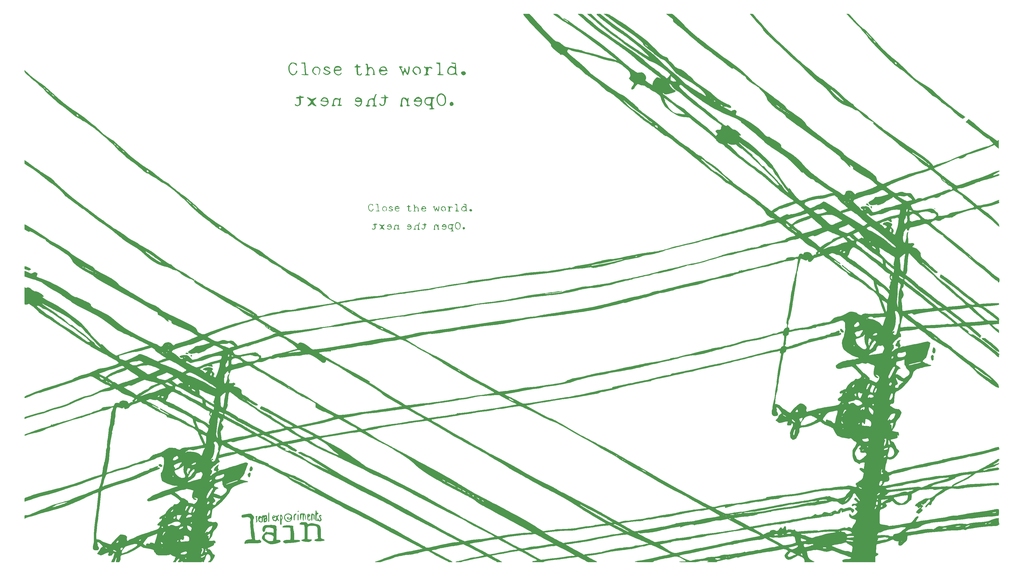
<source format=gbr>
%TF.GenerationSoftware,KiCad,Pcbnew,9.0.3*%
%TF.CreationDate,2025-08-01T16:02:22+05:00*%
%TF.ProjectId,bottom,626f7474-6f6d-42e6-9b69-6361645f7063,rev?*%
%TF.SameCoordinates,Original*%
%TF.FileFunction,Legend,Top*%
%TF.FilePolarity,Positive*%
%FSLAX46Y46*%
G04 Gerber Fmt 4.6, Leading zero omitted, Abs format (unit mm)*
G04 Created by KiCad (PCBNEW 9.0.3) date 2025-08-01 16:02:22*
%MOMM*%
%LPD*%
G01*
G04 APERTURE LIST*
%ADD10C,0.000000*%
G04 APERTURE END LIST*
D10*
%TO.C,G\u002A\u002A\u002A*%
G36*
X118607792Y-150007853D02*
G01*
X118541300Y-150074345D01*
X118474808Y-150007853D01*
X118541300Y-149941361D01*
X118607792Y-150007853D01*
G37*
G36*
X118873761Y-150140837D02*
G01*
X118807268Y-150207329D01*
X118740776Y-150140837D01*
X118807268Y-150074345D01*
X118873761Y-150140837D01*
G37*
G36*
X128847583Y-207590052D02*
G01*
X128781090Y-207656544D01*
X128714598Y-207590052D01*
X128781090Y-207523560D01*
X128847583Y-207590052D01*
G37*
G36*
X279518787Y-223282199D02*
G01*
X279452295Y-223348691D01*
X279385802Y-223282199D01*
X279452295Y-223215706D01*
X279518787Y-223282199D01*
G37*
G36*
X342641998Y-126181500D02*
G01*
X342657913Y-126339322D01*
X342641998Y-126358813D01*
X342562939Y-126340558D01*
X342553342Y-126270157D01*
X342601999Y-126160696D01*
X342641998Y-126181500D01*
G37*
G36*
X369637809Y-100116579D02*
G01*
X369653725Y-100274400D01*
X369637809Y-100293891D01*
X369558750Y-100275637D01*
X369549153Y-100205235D01*
X369597810Y-100095774D01*
X369637809Y-100116579D01*
G37*
G36*
X377619054Y-138479777D02*
G01*
X377634908Y-138687616D01*
X377608555Y-138734664D01*
X377548113Y-138695003D01*
X377538710Y-138560122D01*
X377571187Y-138418223D01*
X377619054Y-138479777D01*
G37*
G36*
X133043165Y-205465876D02*
G01*
X133048182Y-205614167D01*
X132876934Y-205747829D01*
X132792845Y-205771269D01*
X132603049Y-205713983D01*
X132571143Y-205605039D01*
X132683007Y-205432394D01*
X132848193Y-205395811D01*
X133043165Y-205465876D01*
G37*
G36*
X355151405Y-99869250D02*
G01*
X355186850Y-99939267D01*
X355166423Y-100055386D01*
X355051305Y-100020852D01*
X354920881Y-99939267D01*
X354798627Y-99836209D01*
X354924314Y-99808748D01*
X354954127Y-99808319D01*
X355151405Y-99869250D01*
G37*
G36*
X95617465Y-151021240D02*
G01*
X95730153Y-151231056D01*
X95734494Y-151285432D01*
X95643737Y-151487155D01*
X95450690Y-151526612D01*
X95274190Y-151389329D01*
X95253091Y-151344064D01*
X95233526Y-151092532D01*
X95261523Y-151017411D01*
X95427430Y-150930857D01*
X95617465Y-151021240D01*
G37*
G36*
X94213590Y-150279915D02*
G01*
X94470787Y-150461052D01*
X94537635Y-150632879D01*
X94422983Y-150706995D01*
X94137738Y-150717619D01*
X93769962Y-150663192D01*
X93706483Y-150647597D01*
X93493552Y-150517016D01*
X93494440Y-150350238D01*
X93683755Y-150227329D01*
X93846117Y-150207329D01*
X94213590Y-150279915D01*
G37*
G36*
X84997451Y-189218625D02*
G01*
X85183751Y-189355972D01*
X85416695Y-189585132D01*
X85459928Y-189746940D01*
X85374360Y-189887909D01*
X85069525Y-190082228D01*
X84696280Y-190024668D01*
X84363318Y-189803013D01*
X84115024Y-189505052D01*
X84104161Y-189271076D01*
X84298344Y-189078261D01*
X84618603Y-189062547D01*
X84997451Y-189218625D01*
G37*
G36*
X333050406Y-99061439D02*
G01*
X333107449Y-99254866D01*
X333111457Y-99393102D01*
X333077993Y-99709429D01*
X332968845Y-99776739D01*
X332770876Y-99597324D01*
X332673050Y-99469643D01*
X332544218Y-99244187D01*
X332555400Y-99141910D01*
X332562435Y-99141361D01*
X332791663Y-99097248D01*
X332901104Y-99060641D01*
X333050406Y-99061439D01*
G37*
G36*
X331462948Y-98140779D02*
G01*
X331774987Y-98316942D01*
X332018797Y-98584983D01*
X332083875Y-98733844D01*
X332132657Y-98947949D01*
X332134871Y-98998983D01*
X332012788Y-98944649D01*
X331726838Y-98817540D01*
X331548891Y-98738467D01*
X331145569Y-98516074D01*
X330993424Y-98322686D01*
X331097041Y-98166015D01*
X331184211Y-98125183D01*
X331462948Y-98140779D01*
G37*
G36*
X186546497Y-62632009D02*
G01*
X186787414Y-62801569D01*
X186959671Y-63032300D01*
X187061404Y-63308275D01*
X186994924Y-63557416D01*
X186911406Y-63695018D01*
X186619276Y-63957215D01*
X186261806Y-64042099D01*
X185930850Y-63944877D01*
X185758231Y-63755153D01*
X185667647Y-63366875D01*
X185766271Y-62999837D01*
X186005946Y-62722658D01*
X186338510Y-62603958D01*
X186546497Y-62632009D01*
G37*
G36*
X116626008Y-189952181D02*
G01*
X116833334Y-190232187D01*
X116957038Y-190576777D01*
X116956561Y-190837257D01*
X116779985Y-191207280D01*
X116502665Y-191468703D01*
X116194360Y-191579152D01*
X115924825Y-191496252D01*
X115903778Y-191476788D01*
X115821542Y-191240840D01*
X115844085Y-190876760D01*
X115945789Y-190470704D01*
X116101035Y-190108827D01*
X116284206Y-189877285D01*
X116391471Y-189836649D01*
X116626008Y-189952181D01*
G37*
G36*
X322439460Y-141913568D02*
G01*
X322736896Y-142127495D01*
X322899351Y-142267711D01*
X323189220Y-142565845D01*
X323290008Y-142776863D01*
X323251191Y-142932632D01*
X323074328Y-143116812D01*
X322805206Y-143123521D01*
X322536838Y-143033456D01*
X322264111Y-142837279D01*
X322074130Y-142547055D01*
X321984558Y-142235185D01*
X322013057Y-141974063D01*
X322177289Y-141836090D01*
X322243076Y-141829319D01*
X322439460Y-141913568D01*
G37*
G36*
X115994114Y-192097968D02*
G01*
X116047844Y-192098335D01*
X116130168Y-192213894D01*
X116158772Y-192497205D01*
X116137659Y-192856390D01*
X116070829Y-193199572D01*
X115991424Y-193393979D01*
X115756517Y-193649148D01*
X115534403Y-193641988D01*
X115340131Y-193376131D01*
X115281516Y-193222692D01*
X115195577Y-192859553D01*
X115246247Y-192590508D01*
X115340761Y-192424787D01*
X115557314Y-192187771D01*
X115751695Y-192097382D01*
X115994114Y-192097968D01*
G37*
G36*
X132872969Y-206642779D02*
G01*
X132934393Y-206824589D01*
X132963745Y-207185327D01*
X132970096Y-207656544D01*
X132960700Y-208202409D01*
X132926611Y-208530003D01*
X132858972Y-208686551D01*
X132770619Y-208720418D01*
X132668270Y-208670309D01*
X132606846Y-208488499D01*
X132577493Y-208127761D01*
X132571143Y-207656544D01*
X132580538Y-207110679D01*
X132614628Y-206783086D01*
X132682266Y-206626537D01*
X132770619Y-206592670D01*
X132872969Y-206642779D01*
G37*
G36*
X354945272Y-148463462D02*
G01*
X355158190Y-148767680D01*
X355281207Y-149183928D01*
X355295997Y-149637929D01*
X355184236Y-150055404D01*
X355112817Y-150177740D01*
X354843680Y-150431304D01*
X354576655Y-150419016D01*
X354314514Y-150147387D01*
X354197345Y-149920076D01*
X354167205Y-149669428D01*
X354219756Y-149300040D01*
X354266118Y-149083513D01*
X354392087Y-148630198D01*
X354526283Y-148399265D01*
X354660780Y-148345549D01*
X354945272Y-148463462D01*
G37*
G36*
X354408916Y-151005049D02*
G01*
X354624224Y-151217017D01*
X354694342Y-151515471D01*
X354642438Y-151693465D01*
X354570162Y-151953866D01*
X354594790Y-152079416D01*
X354653712Y-152359121D01*
X354558656Y-152646086D01*
X354365065Y-152861514D01*
X354128382Y-152926613D01*
X354025875Y-152887958D01*
X353902891Y-152714028D01*
X353766298Y-152386747D01*
X353728479Y-152268586D01*
X353649891Y-151733886D01*
X353739958Y-151300383D01*
X353982417Y-151022921D01*
X354113769Y-150969111D01*
X354408916Y-151005049D01*
G37*
G36*
X190781386Y-51979812D02*
G01*
X191096505Y-52141201D01*
X191130113Y-52175131D01*
X191335535Y-52547934D01*
X191285044Y-52896002D01*
X190985827Y-53176904D01*
X190957851Y-53191873D01*
X190680545Y-53326936D01*
X190530009Y-53384464D01*
X190525652Y-53384265D01*
X190384375Y-53333311D01*
X190290941Y-53297147D01*
X190025379Y-53111409D01*
X189775990Y-52820282D01*
X189633913Y-52535939D01*
X189625829Y-52478534D01*
X189733956Y-52215496D01*
X190017599Y-52033602D01*
X190394247Y-51949493D01*
X190781386Y-51979812D01*
G37*
G36*
X37913499Y-120145549D02*
G01*
X38468126Y-120374956D01*
X39057863Y-120656977D01*
X39402361Y-120887546D01*
X39514218Y-121080475D01*
X39406031Y-121249575D01*
X39317563Y-121306215D01*
X39127792Y-121404221D01*
X38958796Y-121446239D01*
X38737115Y-121428519D01*
X38389289Y-121347315D01*
X37986064Y-121238288D01*
X37561593Y-121114963D01*
X37333184Y-121004077D01*
X37240079Y-120848914D01*
X37221518Y-120592759D01*
X37221405Y-120524520D01*
X37244102Y-120223853D01*
X37339604Y-120063757D01*
X37549031Y-120039300D01*
X37913499Y-120145549D01*
G37*
G36*
X118586829Y-207282649D02*
G01*
X118475943Y-207587929D01*
X118475308Y-207589116D01*
X118366678Y-207924171D01*
X118452944Y-208260095D01*
X118592987Y-208739514D01*
X118559202Y-209132590D01*
X118359309Y-209375982D01*
X118125584Y-209449193D01*
X118028002Y-209426143D01*
X118027853Y-209270029D01*
X118091215Y-209167355D01*
X118171417Y-208898163D01*
X118158010Y-208434766D01*
X118053941Y-207830779D01*
X118007072Y-207636386D01*
X117981002Y-207361135D01*
X118124618Y-207221673D01*
X118205860Y-207192045D01*
X118497507Y-207151727D01*
X118586829Y-207282649D01*
G37*
G36*
X122610319Y-206002474D02*
G01*
X122659533Y-206487291D01*
X122694545Y-207236440D01*
X122700919Y-207490314D01*
X122712431Y-208212745D01*
X122708642Y-208709608D01*
X122685677Y-209021059D01*
X122639658Y-209187252D01*
X122566711Y-209248345D01*
X122530829Y-209252356D01*
X122445876Y-209220625D01*
X122389849Y-209098433D01*
X122358765Y-208845276D01*
X122348639Y-208420654D01*
X122355488Y-207784063D01*
X122360738Y-207523154D01*
X122391170Y-206694975D01*
X122437330Y-206128241D01*
X122493232Y-205823527D01*
X122552890Y-205781412D01*
X122610319Y-206002474D01*
G37*
G36*
X132232100Y-206491610D02*
G01*
X132088893Y-206681021D01*
X131947454Y-206801423D01*
X131744742Y-206988183D01*
X131639870Y-207191349D01*
X131606618Y-207498087D01*
X131615114Y-207906239D01*
X131620232Y-208370275D01*
X131582054Y-208622667D01*
X131489861Y-208715737D01*
X131448333Y-208720418D01*
X131304142Y-208624783D01*
X131264953Y-208315485D01*
X131266111Y-208275868D01*
X131255510Y-207933007D01*
X131206993Y-207709130D01*
X131203308Y-207702659D01*
X131184052Y-207502979D01*
X131232111Y-207159251D01*
X131261861Y-207030055D01*
X131383332Y-206669764D01*
X131551172Y-206494084D01*
X131786816Y-206429326D01*
X132132205Y-206409560D01*
X132232100Y-206491610D01*
G37*
G36*
X137979918Y-206437725D02*
G01*
X138168785Y-206532539D01*
X138374089Y-206650352D01*
X138490006Y-206784282D01*
X138538045Y-207004023D01*
X138539713Y-207379269D01*
X138527887Y-207696152D01*
X138482289Y-208219205D01*
X138409403Y-208514975D01*
X138327759Y-208575433D01*
X138255885Y-208392546D01*
X138212308Y-207958285D01*
X138208491Y-207834589D01*
X138163453Y-207212269D01*
X138075480Y-206846068D01*
X137967745Y-206734479D01*
X137863418Y-206875999D01*
X137785671Y-207269123D01*
X137757530Y-207863869D01*
X137746943Y-208387591D01*
X137708703Y-208694149D01*
X137633095Y-208831741D01*
X137558054Y-208853403D01*
X137462965Y-208808188D01*
X137402789Y-208642821D01*
X137370486Y-208312715D01*
X137359016Y-207773282D01*
X137358577Y-207590052D01*
X137367114Y-206955733D01*
X137409041Y-206555287D01*
X137508834Y-206356768D01*
X137690968Y-206328229D01*
X137979918Y-206437725D01*
G37*
G36*
X126901534Y-206765934D02*
G01*
X127116479Y-206946684D01*
X127291539Y-207248279D01*
X127381064Y-207628459D01*
X127384755Y-207723036D01*
X127310479Y-208132467D01*
X127164156Y-208444251D01*
X127015624Y-208802254D01*
X126967910Y-209336875D01*
X126971650Y-209537716D01*
X126972579Y-209994784D01*
X126926597Y-210237666D01*
X126823401Y-210315610D01*
X126808807Y-210316230D01*
X126629819Y-210203841D01*
X126537683Y-210017015D01*
X126498862Y-209735415D01*
X126472789Y-209277158D01*
X126459536Y-208716412D01*
X126459180Y-208127347D01*
X126471795Y-207584129D01*
X126478961Y-207465940D01*
X126740242Y-207465940D01*
X126777380Y-207759559D01*
X126855539Y-208068496D01*
X126949940Y-208283210D01*
X127000602Y-208321466D01*
X127079263Y-208204657D01*
X127117957Y-207918060D01*
X127118787Y-207863869D01*
X127071304Y-207518871D01*
X126954395Y-207299669D01*
X126806368Y-207268310D01*
X126768903Y-207297178D01*
X126740242Y-207465940D01*
X126478961Y-207465940D01*
X126497455Y-207160927D01*
X126534585Y-206936007D01*
X126692352Y-206748288D01*
X126901534Y-206765934D01*
G37*
G36*
X372380612Y-145068105D02*
G01*
X372696206Y-145193950D01*
X373078049Y-145462815D01*
X373211160Y-145570974D01*
X373683599Y-145946874D01*
X374187981Y-146325873D01*
X374469572Y-146525560D01*
X374841808Y-146803013D01*
X375294781Y-147175439D01*
X375788742Y-147605726D01*
X376283947Y-148056758D01*
X376740647Y-148491424D01*
X377119097Y-148872607D01*
X377379550Y-149163197D01*
X377482259Y-149326077D01*
X377481379Y-149337859D01*
X377492025Y-149566142D01*
X377535796Y-149680493D01*
X377542098Y-149849944D01*
X377372319Y-149908056D01*
X377090455Y-149857963D01*
X376760498Y-149702802D01*
X376663813Y-149637772D01*
X376306147Y-149358414D01*
X375905389Y-149018854D01*
X375799415Y-148923982D01*
X375201496Y-148394760D01*
X374538126Y-147832398D01*
X373867526Y-147284070D01*
X373247916Y-146796948D01*
X372737517Y-146418206D01*
X372541300Y-146284111D01*
X371991216Y-145892163D01*
X371620081Y-145555585D01*
X371450685Y-145297529D01*
X371458633Y-145184333D01*
X371627774Y-145102442D01*
X371953499Y-145050213D01*
X372041782Y-145045035D01*
X372380612Y-145068105D01*
G37*
G36*
X182080762Y-48884106D02*
G01*
X182322981Y-48927681D01*
X182412994Y-49020754D01*
X182417614Y-49106021D01*
X182411932Y-49319984D01*
X182410009Y-49743393D01*
X182411802Y-50319751D01*
X182417269Y-50992561D01*
X182419182Y-51167277D01*
X182440253Y-52995811D01*
X183049764Y-52995811D01*
X183445847Y-53021609D01*
X183604578Y-53103800D01*
X183604668Y-53162041D01*
X183432238Y-53284591D01*
X183014690Y-53338636D01*
X182346961Y-53324615D01*
X182008054Y-53299993D01*
X181579181Y-53231246D01*
X181390133Y-53112084D01*
X181376378Y-53055017D01*
X181490463Y-52901708D01*
X181683952Y-52862827D01*
X181814840Y-52853095D01*
X181903023Y-52794053D01*
X181958069Y-52640929D01*
X181989544Y-52348951D01*
X182007015Y-51873346D01*
X182017850Y-51300261D01*
X182018674Y-50669348D01*
X182001151Y-50127859D01*
X181968418Y-49735937D01*
X181926943Y-49558186D01*
X181723257Y-49409009D01*
X181390034Y-49292997D01*
X181370265Y-49288799D01*
X180989027Y-49174826D01*
X180859530Y-49055974D01*
X180968790Y-48953037D01*
X181303822Y-48886812D01*
X181629697Y-48873298D01*
X182080762Y-48884106D01*
G37*
G36*
X135279955Y-49365733D02*
G01*
X135319093Y-49709844D01*
X135365574Y-50238328D01*
X135412684Y-50869961D01*
X135442652Y-51333507D01*
X135493261Y-51965595D01*
X135558193Y-52470892D01*
X135629639Y-52798061D01*
X135679994Y-52894037D01*
X135925337Y-52973241D01*
X136139555Y-52993775D01*
X136366523Y-53052820D01*
X136394503Y-53162041D01*
X136346280Y-53255926D01*
X136244669Y-53311562D01*
X136040144Y-53332665D01*
X135683175Y-53322947D01*
X135124234Y-53286120D01*
X134929956Y-53271840D01*
X134438987Y-53220393D01*
X134065704Y-53152852D01*
X133876531Y-53082022D01*
X133866082Y-53066749D01*
X133965923Y-52998025D01*
X134265092Y-52971685D01*
X134486653Y-52978314D01*
X135138813Y-53018419D01*
X135045195Y-51245080D01*
X135002072Y-50580326D01*
X134950017Y-50010605D01*
X134894991Y-49589060D01*
X134842961Y-49368836D01*
X134832845Y-49353011D01*
X134631495Y-49271954D01*
X134286262Y-49223573D01*
X134207812Y-49220019D01*
X133853337Y-49180075D01*
X133736777Y-49103437D01*
X133837141Y-49014307D01*
X134133440Y-48936881D01*
X134485140Y-48900288D01*
X135205337Y-48860786D01*
X135279955Y-49365733D01*
G37*
G36*
X136859060Y-206595919D02*
G01*
X137030416Y-206865315D01*
X137025394Y-207126885D01*
X136929349Y-207319865D01*
X136863505Y-207338784D01*
X136704619Y-207335162D01*
X136543186Y-207399933D01*
X136336974Y-207655019D01*
X136312803Y-208097354D01*
X136378521Y-208421204D01*
X136496180Y-208677549D01*
X136625581Y-208672403D01*
X136743138Y-208407887D01*
X136748265Y-208387958D01*
X136861517Y-208141398D01*
X136996464Y-208056058D01*
X137085103Y-208160347D01*
X137092609Y-208244097D01*
X136998768Y-208610089D01*
X136766360Y-208826854D01*
X136469057Y-208860336D01*
X136180531Y-208676481D01*
X136173999Y-208668723D01*
X136090422Y-208448762D01*
X136018306Y-208049121D01*
X135973188Y-207556059D01*
X135973029Y-207552964D01*
X135954761Y-207060317D01*
X135967709Y-206858638D01*
X136361195Y-206858638D01*
X136367274Y-206981377D01*
X136411991Y-206991623D01*
X136599988Y-206894577D01*
X136627164Y-206858638D01*
X136621085Y-206735900D01*
X136576368Y-206725654D01*
X136388371Y-206822700D01*
X136361195Y-206858638D01*
X135967709Y-206858638D01*
X135973670Y-206765787D01*
X136045956Y-206602354D01*
X136187818Y-206502996D01*
X136231816Y-206482240D01*
X136566244Y-206446606D01*
X136859060Y-206595919D01*
G37*
G36*
X153547055Y-49520628D02*
G01*
X153582661Y-49723468D01*
X153671551Y-50014820D01*
X153955995Y-50168264D01*
X154336033Y-50203141D01*
X154579607Y-50253022D01*
X154612873Y-50367119D01*
X154464110Y-50492111D01*
X154161598Y-50574677D01*
X154137603Y-50577273D01*
X153715645Y-50618945D01*
X153715645Y-51724603D01*
X153731829Y-52346516D01*
X153784562Y-52745315D01*
X153880117Y-52962125D01*
X153908733Y-52990509D01*
X154225748Y-53110723D01*
X154531925Y-53001004D01*
X154711316Y-52762312D01*
X154848133Y-52533890D01*
X154944038Y-52463874D01*
X155030708Y-52570564D01*
X155038688Y-52814896D01*
X154976543Y-53083262D01*
X154885907Y-53235183D01*
X154612206Y-53357563D01*
X154208038Y-53388288D01*
X153791681Y-53329853D01*
X153508340Y-53206088D01*
X153380198Y-53071452D01*
X153295998Y-52854726D01*
X153243183Y-52498345D01*
X153209195Y-51944746D01*
X153203723Y-51809753D01*
X153157245Y-50602094D01*
X152760442Y-50602094D01*
X152479987Y-50545569D01*
X152424938Y-50415449D01*
X152590244Y-50270920D01*
X152794615Y-50201550D01*
X153067198Y-50038497D01*
X153159295Y-49765683D01*
X153257869Y-49492203D01*
X153414179Y-49407820D01*
X153547055Y-49520628D01*
G37*
G36*
X174322180Y-50252185D02*
G01*
X174622119Y-50328784D01*
X175085397Y-50552704D01*
X175391394Y-50923768D01*
X175572874Y-51487838D01*
X175609142Y-51710286D01*
X175641186Y-52146426D01*
X175576028Y-52429896D01*
X175456376Y-52599291D01*
X175213153Y-52798306D01*
X175035598Y-52862827D01*
X174932070Y-52820981D01*
X174967452Y-52654525D01*
X175058216Y-52466597D01*
X175205971Y-51956954D01*
X175164141Y-51445083D01*
X174949931Y-51016193D01*
X174726185Y-50822146D01*
X174205377Y-50621041D01*
X173757253Y-50671508D01*
X173406973Y-50952489D01*
X173159596Y-51421336D01*
X173175521Y-51871035D01*
X173455896Y-52310428D01*
X173601425Y-52450098D01*
X173921878Y-52697186D01*
X174188453Y-52844608D01*
X174266346Y-52862827D01*
X174441997Y-52930835D01*
X174414610Y-53074078D01*
X174250842Y-53181060D01*
X174058184Y-53245515D01*
X174018120Y-53251281D01*
X173893018Y-53203934D01*
X173796274Y-53168676D01*
X173587637Y-53038569D01*
X173281280Y-52788739D01*
X173109765Y-52631633D01*
X172777786Y-52221966D01*
X172668929Y-51808055D01*
X172782978Y-51342078D01*
X173101486Y-50802059D01*
X173453016Y-50406686D01*
X173836177Y-50230782D01*
X174322180Y-50252185D01*
G37*
G36*
X139595900Y-50371550D02*
G01*
X139917450Y-50513998D01*
X140179122Y-50742494D01*
X140427088Y-51021691D01*
X140530120Y-51274400D01*
X140527721Y-51624097D01*
X140510821Y-51779332D01*
X140402581Y-52365146D01*
X140243027Y-52815163D01*
X140053523Y-53079708D01*
X139930425Y-53128795D01*
X139769322Y-53045961D01*
X139794697Y-52877146D01*
X139881665Y-52798568D01*
X140015948Y-52600891D01*
X140137106Y-52241089D01*
X140221009Y-51822782D01*
X140243526Y-51449586D01*
X140226104Y-51319488D01*
X140018074Y-50981984D01*
X139644513Y-50750412D01*
X139194478Y-50653736D01*
X138757027Y-50720921D01*
X138613352Y-50794960D01*
X138326831Y-51118547D01*
X138148048Y-51580208D01*
X138112723Y-52061983D01*
X138163090Y-52281775D01*
X138377646Y-52562367D01*
X138753656Y-52815968D01*
X138819828Y-52847311D01*
X139120881Y-53007640D01*
X139266427Y-53137368D01*
X139264096Y-53173713D01*
X139001668Y-53261131D01*
X138634193Y-53145514D01*
X138288222Y-52907864D01*
X137855350Y-52408618D01*
X137683211Y-51871856D01*
X137773013Y-51318262D01*
X138125965Y-50768519D01*
X138160918Y-50730330D01*
X138453645Y-50472747D01*
X138770495Y-50358629D01*
X139150957Y-50336125D01*
X139595900Y-50371550D01*
G37*
G36*
X134041421Y-206291550D02*
G01*
X134452432Y-206314761D01*
X134796093Y-206326495D01*
X135100880Y-206454639D01*
X135327375Y-206811301D01*
X135462738Y-207367210D01*
X135496797Y-207923757D01*
X135476696Y-208401061D01*
X135424732Y-208624826D01*
X135353417Y-208603755D01*
X135275260Y-208346552D01*
X135202772Y-207861918D01*
X135187203Y-207708392D01*
X135111720Y-207100139D01*
X135027997Y-206756018D01*
X134942589Y-206674607D01*
X134862051Y-206854480D01*
X134792940Y-207294215D01*
X134751997Y-207802915D01*
X134712903Y-208362372D01*
X134670925Y-208689006D01*
X134616290Y-208815873D01*
X134539225Y-208776029D01*
X134486787Y-208699986D01*
X134431497Y-208485673D01*
X134390449Y-208092946D01*
X134373199Y-207637813D01*
X134355046Y-207170755D01*
X134315134Y-206812865D01*
X134263943Y-206645331D01*
X134102097Y-206602359D01*
X133965902Y-206785959D01*
X133871377Y-207156907D01*
X133834541Y-207675982D01*
X133834494Y-207696841D01*
X133814776Y-208133004D01*
X133763430Y-208446033D01*
X133701509Y-208559292D01*
X133601172Y-208468996D01*
X133516935Y-208186423D01*
X133457961Y-207785174D01*
X133433412Y-207338851D01*
X133452450Y-206921054D01*
X133477734Y-206761699D01*
X133566431Y-206436409D01*
X133702557Y-206302238D01*
X133972427Y-206287193D01*
X134041421Y-206291550D01*
G37*
G36*
X163167751Y-60185651D02*
G01*
X163241008Y-60428119D01*
X163335956Y-60691313D01*
X163539768Y-60829296D01*
X163836112Y-60895136D01*
X164190736Y-60989921D01*
X164340815Y-61104433D01*
X164271548Y-61200721D01*
X163970946Y-61240837D01*
X163687434Y-61301648D01*
X163517304Y-61512233D01*
X163438293Y-61914822D01*
X163425315Y-62275737D01*
X163352151Y-62779074D01*
X163168245Y-63311085D01*
X162921399Y-63744253D01*
X162839407Y-63838691D01*
X162528637Y-63992079D01*
X162100603Y-64031321D01*
X161676316Y-63960437D01*
X161382853Y-63790314D01*
X161221506Y-63530272D01*
X161164225Y-63274288D01*
X161225218Y-63116920D01*
X161279530Y-63102617D01*
X161440236Y-63198917D01*
X161578744Y-63356210D01*
X161901025Y-63631086D01*
X162275169Y-63698279D01*
X162551428Y-63590118D01*
X162689845Y-63422953D01*
X162782022Y-63126783D01*
X162842748Y-62644426D01*
X162861155Y-62392635D01*
X162926538Y-61373822D01*
X162454481Y-61373822D01*
X162073442Y-61351750D01*
X161786041Y-61298114D01*
X161772072Y-61293102D01*
X161570745Y-61169914D01*
X161611692Y-61064949D01*
X161871223Y-60994793D01*
X162226640Y-60974869D01*
X162891562Y-60974869D01*
X162891562Y-60509424D01*
X162937076Y-60166673D01*
X163043965Y-60055299D01*
X163167751Y-60185651D01*
G37*
G36*
X142969704Y-50275973D02*
G01*
X143452036Y-50462180D01*
X143813873Y-50772744D01*
X143875544Y-50869439D01*
X143938551Y-51084136D01*
X143825918Y-51128772D01*
X143566434Y-51003428D01*
X143379158Y-50868062D01*
X142957621Y-50646023D01*
X142562068Y-50630165D01*
X142272978Y-50808821D01*
X142213034Y-51050730D01*
X142395314Y-51310352D01*
X142798643Y-51568522D01*
X143360053Y-51792640D01*
X143842527Y-51989436D01*
X144074398Y-52200785D01*
X144070563Y-52456979D01*
X143848362Y-52785503D01*
X143426172Y-53086763D01*
X142891756Y-53214637D01*
X142352136Y-53146303D01*
X142281731Y-53119557D01*
X141929195Y-52926431D01*
X141637005Y-52690088D01*
X141486920Y-52479591D01*
X141481090Y-52443263D01*
X141569181Y-52333481D01*
X141778226Y-52373339D01*
X142025390Y-52541577D01*
X142079520Y-52596858D01*
X142411287Y-52807058D01*
X142822762Y-52869892D01*
X143209827Y-52786342D01*
X143453080Y-52583908D01*
X143569922Y-52365139D01*
X143584807Y-52281511D01*
X143453004Y-52217754D01*
X143141601Y-52069757D01*
X142711661Y-51866515D01*
X142599586Y-51813665D01*
X142125993Y-51582382D01*
X141850255Y-51414927D01*
X141726124Y-51269521D01*
X141707351Y-51104390D01*
X141719788Y-51018942D01*
X141859155Y-50597860D01*
X142131716Y-50361808D01*
X142475680Y-50261383D01*
X142969704Y-50275973D01*
G37*
G36*
X133533178Y-60419860D02*
G01*
X133588431Y-60545117D01*
X133720710Y-60713599D01*
X134037884Y-60787070D01*
X134179666Y-60794177D01*
X134638628Y-60842059D01*
X134840379Y-60938436D01*
X134783400Y-61058580D01*
X134466171Y-61177765D01*
X134206434Y-61229768D01*
X133711039Y-61310292D01*
X133744781Y-62377808D01*
X133754969Y-62920517D01*
X133733488Y-63269257D01*
X133665184Y-63495514D01*
X133534907Y-63670774D01*
X133453873Y-63750316D01*
X133048181Y-64010631D01*
X132586137Y-64131373D01*
X132157391Y-64101992D01*
X131872240Y-63936447D01*
X131694089Y-63643296D01*
X131644677Y-63424607D01*
X131663583Y-63264099D01*
X131747767Y-63296761D01*
X131898716Y-63468324D01*
X132219013Y-63700111D01*
X132596206Y-63770667D01*
X132934414Y-63677380D01*
X133103296Y-63501167D01*
X133170725Y-63225563D01*
X133198267Y-62778943D01*
X133185835Y-62340871D01*
X133142090Y-61854917D01*
X133080206Y-61578922D01*
X132981419Y-61456876D01*
X132881725Y-61433131D01*
X132418391Y-61398485D01*
X132162664Y-61349000D01*
X132056200Y-61266757D01*
X132039206Y-61174345D01*
X132157588Y-61012983D01*
X132404912Y-60965522D01*
X132798319Y-60918153D01*
X133106255Y-60816515D01*
X133244912Y-60690011D01*
X133245905Y-60670462D01*
X133250395Y-60396544D01*
X133361256Y-60310698D01*
X133381498Y-60309947D01*
X133533178Y-60419860D01*
G37*
G36*
X182946632Y-59691013D02*
G01*
X183495060Y-59917280D01*
X184017397Y-60354647D01*
X184232531Y-60736991D01*
X184371658Y-61292940D01*
X184425125Y-61938538D01*
X184383274Y-62589832D01*
X184313539Y-62929699D01*
X184042968Y-63498556D01*
X183613625Y-63884020D01*
X183070671Y-64056970D01*
X182609814Y-64028360D01*
X182002914Y-63805307D01*
X181583845Y-63417722D01*
X181324635Y-62886050D01*
X181140644Y-62085083D01*
X181138285Y-61514579D01*
X181546289Y-61514579D01*
X181567003Y-62323939D01*
X181761234Y-62962514D01*
X182122013Y-63412009D01*
X182317055Y-63537712D01*
X182844908Y-63724609D01*
X183274666Y-63672979D01*
X183638746Y-63376039D01*
X183738554Y-63240279D01*
X183920857Y-62919972D01*
X183994338Y-62607328D01*
X183981641Y-62183857D01*
X183967286Y-62043420D01*
X183888781Y-61394459D01*
X183808800Y-60954029D01*
X183706442Y-60665402D01*
X183560804Y-60471852D01*
X183350987Y-60316650D01*
X183325206Y-60300772D01*
X182920049Y-60097494D01*
X182597506Y-60078686D01*
X182257988Y-60253457D01*
X182049330Y-60417458D01*
X181776172Y-60682277D01*
X181629774Y-60960304D01*
X181559460Y-61362063D01*
X181546289Y-61514579D01*
X181138285Y-61514579D01*
X181137642Y-61359082D01*
X181290177Y-60731973D01*
X181572797Y-60227684D01*
X181960048Y-59870142D01*
X182426477Y-59683276D01*
X182946632Y-59691013D01*
G37*
G36*
X176960760Y-50302665D02*
G01*
X177189336Y-50416132D01*
X177424349Y-50537602D01*
X177537099Y-50485079D01*
X177555948Y-50442457D01*
X177666785Y-50338159D01*
X177863139Y-50413765D01*
X178202544Y-50488171D01*
X178469292Y-50421394D01*
X178878413Y-50371495D01*
X179276860Y-50483686D01*
X179558009Y-50721728D01*
X179601251Y-50806155D01*
X179632870Y-51037664D01*
X179480598Y-51080183D01*
X179148669Y-50932732D01*
X179121665Y-50916956D01*
X178718369Y-50765276D01*
X178429565Y-50853515D01*
X178256267Y-51181048D01*
X178209115Y-51479960D01*
X178152098Y-51845999D01*
X178064289Y-52096239D01*
X178042884Y-52124764D01*
X177925368Y-52400212D01*
X178051813Y-52748817D01*
X178284494Y-53039811D01*
X178650200Y-53430825D01*
X178299455Y-53347524D01*
X177951759Y-53320794D01*
X177498024Y-53353162D01*
X177332842Y-53379279D01*
X176940002Y-53426786D01*
X176688668Y-53406367D01*
X176644530Y-53377118D01*
X176683319Y-53244975D01*
X176779991Y-53194348D01*
X177096712Y-53094845D01*
X177187373Y-53066477D01*
X177318014Y-52894400D01*
X177400492Y-52501546D01*
X177429496Y-51929634D01*
X177408108Y-51333507D01*
X177317066Y-51000974D01*
X177134080Y-50750723D01*
X176922361Y-50654795D01*
X176835321Y-50680694D01*
X176744041Y-50649221D01*
X176725857Y-50484689D01*
X176791163Y-50312513D01*
X176803663Y-50298719D01*
X176960760Y-50302665D01*
G37*
G36*
X131286383Y-48903356D02*
G01*
X131537340Y-48978863D01*
X131579364Y-49015348D01*
X131759736Y-49098210D01*
X131875795Y-49077336D01*
X132111562Y-49095205D01*
X132257333Y-49344831D01*
X132299240Y-49737696D01*
X132297378Y-50136649D01*
X131900989Y-49700858D01*
X131560631Y-49407270D01*
X131200390Y-49212008D01*
X131109752Y-49186098D01*
X130829130Y-49170683D01*
X130576363Y-49282480D01*
X130258766Y-49563292D01*
X130246688Y-49575344D01*
X129961138Y-49931522D01*
X129805223Y-50333858D01*
X129767620Y-50845485D01*
X129837004Y-51529533D01*
X129864724Y-51704737D01*
X130045909Y-52259475D01*
X130349782Y-52662959D01*
X130727588Y-52904604D01*
X131130573Y-52973823D01*
X131509981Y-52860030D01*
X131817057Y-52552637D01*
X131977084Y-52163403D01*
X132120991Y-51809961D01*
X132306002Y-51690941D01*
X132464763Y-51772363D01*
X132505947Y-51982205D01*
X132391243Y-52297698D01*
X132165599Y-52650124D01*
X131873963Y-52970765D01*
X131561281Y-53190904D01*
X131526828Y-53206327D01*
X131192725Y-53339175D01*
X130974503Y-53373504D01*
X130740956Y-53309228D01*
X130498401Y-53205652D01*
X130066316Y-52888161D01*
X129706128Y-52381420D01*
X129458228Y-51760272D01*
X129363027Y-51101810D01*
X129405089Y-50429298D01*
X129571060Y-49896819D01*
X129898935Y-49392699D01*
X129976689Y-49298001D01*
X130263309Y-49015513D01*
X130567522Y-48894757D01*
X130912812Y-48873298D01*
X131286383Y-48903356D01*
G37*
G36*
X136112748Y-61023282D02*
G01*
X136445423Y-61132889D01*
X136603474Y-61186846D01*
X136962162Y-61331254D01*
X137186966Y-61464453D01*
X137225593Y-61519307D01*
X137334350Y-61626223D01*
X137621489Y-61620568D01*
X138028314Y-61510320D01*
X138379510Y-61362421D01*
X138747194Y-61208152D01*
X139026427Y-61133134D01*
X139101560Y-61134746D01*
X139125228Y-61248291D01*
X139001161Y-61467704D01*
X138784741Y-61727149D01*
X138531350Y-61960787D01*
X138296371Y-62102781D01*
X138283627Y-62107089D01*
X138066503Y-62263374D01*
X138065780Y-62533132D01*
X138284353Y-62926566D01*
X138638910Y-63359385D01*
X138934145Y-63708434D01*
X139128560Y-63979033D01*
X139182286Y-64115335D01*
X139180357Y-64117836D01*
X138973593Y-64160084D01*
X138641798Y-64082001D01*
X138276747Y-63917309D01*
X137970220Y-63699729D01*
X137928702Y-63657938D01*
X137675879Y-63444765D01*
X137522974Y-63446999D01*
X137516771Y-63455615D01*
X137359409Y-63585180D01*
X137056450Y-63773546D01*
X136702850Y-63968110D01*
X136393566Y-64116269D01*
X136233509Y-64166492D01*
X136169260Y-64058346D01*
X136161719Y-63971694D01*
X136267422Y-63761478D01*
X136434803Y-63630746D01*
X136702181Y-63401986D01*
X136969779Y-63048040D01*
X137166428Y-62676382D01*
X137224839Y-62437696D01*
X137122125Y-62261345D01*
X136855425Y-62007154D01*
X136560414Y-61785208D01*
X136206830Y-61516653D01*
X135965758Y-61280822D01*
X135895750Y-61153532D01*
X135899374Y-61036497D01*
X135951219Y-60992116D01*
X136112748Y-61023282D01*
G37*
G36*
X146938410Y-50105531D02*
G01*
X147390755Y-50278531D01*
X147740254Y-50603037D01*
X147913876Y-51016022D01*
X147944869Y-51372823D01*
X147842643Y-51605083D01*
X147570647Y-51736883D01*
X147092331Y-51792303D01*
X146725535Y-51798952D01*
X146241222Y-51815414D01*
X145868034Y-51858823D01*
X145679122Y-51920211D01*
X145672509Y-51928031D01*
X145665569Y-52162586D01*
X145817256Y-52471765D01*
X146071673Y-52772972D01*
X146372922Y-52983612D01*
X146392657Y-52992144D01*
X146893709Y-53097695D01*
X147303194Y-52981540D01*
X147576135Y-52659040D01*
X147738531Y-52439198D01*
X147884606Y-52409769D01*
X147937760Y-52561037D01*
X147905741Y-52700855D01*
X147642248Y-53093652D01*
X147224519Y-53320181D01*
X146717303Y-53365118D01*
X146185352Y-53213143D01*
X146051324Y-53139692D01*
X145552680Y-52740096D01*
X145278214Y-52265656D01*
X145215604Y-51678161D01*
X145323237Y-51090073D01*
X145736588Y-51090073D01*
X145750114Y-51258885D01*
X145829293Y-51353438D01*
X146032024Y-51392191D01*
X146416206Y-51393604D01*
X146667478Y-51386867D01*
X147161323Y-51363353D01*
X147444325Y-51318298D01*
X147571546Y-51235831D01*
X147598368Y-51118553D01*
X147480140Y-50853384D01*
X147164611Y-50676488D01*
X146710517Y-50604127D01*
X146176591Y-50652563D01*
X146035802Y-50685912D01*
X145789016Y-50855135D01*
X145736588Y-51090073D01*
X145323237Y-51090073D01*
X145347560Y-50957178D01*
X145587793Y-50509859D01*
X145974579Y-50219765D01*
X146445568Y-50085465D01*
X146938410Y-50105531D01*
G37*
G36*
X142656640Y-61145393D02*
G01*
X143061062Y-61477016D01*
X143130856Y-61572827D01*
X143294144Y-61935217D01*
X143411719Y-62396245D01*
X143429486Y-62522070D01*
X143451030Y-62881579D01*
X143389610Y-63139249D01*
X143202857Y-63398003D01*
X142968983Y-63640780D01*
X142426580Y-64047993D01*
X141882405Y-64192006D01*
X141345213Y-64072173D01*
X140932281Y-63791203D01*
X140648106Y-63485430D01*
X140558435Y-63281241D01*
X140649357Y-63213482D01*
X140906963Y-63317003D01*
X141076190Y-63430690D01*
X141626378Y-63712449D01*
X142157378Y-63750138D01*
X142631738Y-63543727D01*
X142759638Y-63431970D01*
X143017249Y-63125182D01*
X143075414Y-62898442D01*
X142917991Y-62736333D01*
X142528835Y-62623437D01*
X141891804Y-62544336D01*
X141824171Y-62538548D01*
X141292769Y-62488944D01*
X140871618Y-62439642D01*
X140623926Y-62398497D01*
X140585837Y-62384676D01*
X140598012Y-62231351D01*
X140657212Y-62103915D01*
X141015645Y-62103915D01*
X141481090Y-62188501D01*
X142008818Y-62254372D01*
X142470637Y-62258756D01*
X142803148Y-62205970D01*
X142942952Y-62100331D01*
X142943918Y-62088888D01*
X142836135Y-61878533D01*
X142576299Y-61641690D01*
X142259680Y-61449705D01*
X141989049Y-61373822D01*
X141733390Y-61464038D01*
X141429692Y-61686350D01*
X141375307Y-61738868D01*
X141015645Y-62103915D01*
X140657212Y-62103915D01*
X140728480Y-61950502D01*
X140930580Y-61623240D01*
X141157651Y-61330678D01*
X141241618Y-61244694D01*
X141665594Y-61015108D01*
X142164376Y-60986716D01*
X142656640Y-61145393D01*
G37*
G36*
X154112324Y-61107241D02*
G01*
X154659793Y-61369453D01*
X155004444Y-61800473D01*
X155139327Y-62389175D01*
X155126832Y-62730949D01*
X154966961Y-63418722D01*
X154654702Y-63894413D01*
X154218963Y-64156541D01*
X153920537Y-64255858D01*
X153717402Y-64277751D01*
X153504370Y-64206733D01*
X153176252Y-64027314D01*
X153118344Y-63994476D01*
X152786929Y-63762361D01*
X152574214Y-63529974D01*
X152540953Y-63451966D01*
X152539990Y-63325930D01*
X152640429Y-63320375D01*
X152891445Y-63444667D01*
X153083445Y-63555302D01*
X153460594Y-63754848D01*
X153766761Y-63879526D01*
X153870378Y-63900523D01*
X154133167Y-63788387D01*
X154409820Y-63507311D01*
X154628962Y-63140295D01*
X154697537Y-62938662D01*
X154738060Y-62716752D01*
X154678176Y-62622706D01*
X154456528Y-62622157D01*
X154193143Y-62656140D01*
X153696702Y-62686834D01*
X153211728Y-62660828D01*
X153120021Y-62646473D01*
X152815848Y-62573456D01*
X152684565Y-62450074D01*
X152665752Y-62188655D01*
X152677732Y-62004669D01*
X152694342Y-61906163D01*
X152908610Y-61906163D01*
X152973436Y-62065355D01*
X153280856Y-62151135D01*
X153715645Y-62171727D01*
X154205837Y-62147511D01*
X154471813Y-62078016D01*
X154513551Y-62020158D01*
X154396709Y-61787573D01*
X154105546Y-61614045D01*
X153729106Y-61521509D01*
X153356433Y-61531896D01*
X153077321Y-61666387D01*
X152908610Y-61906163D01*
X152694342Y-61906163D01*
X152744111Y-61610997D01*
X152914745Y-61362697D01*
X153142123Y-61206785D01*
X153468796Y-61054302D01*
X153775786Y-61034912D01*
X154112324Y-61107241D01*
G37*
G36*
X129697924Y-210481524D02*
G01*
X130290902Y-210534651D01*
X131108315Y-210620087D01*
X131108315Y-211465541D01*
X131127484Y-211909728D01*
X131178072Y-212213012D01*
X131241300Y-212310994D01*
X131299675Y-212438759D01*
X131342864Y-212801779D01*
X131368334Y-213369642D01*
X131374284Y-213906806D01*
X131374284Y-215502617D01*
X132022583Y-215502617D01*
X132705791Y-215533179D01*
X133193511Y-215620670D01*
X133459579Y-215758795D01*
X133502033Y-215858487D01*
X133404661Y-216041715D01*
X133102615Y-216197764D01*
X132580997Y-216330312D01*
X131824910Y-216443038D01*
X130819457Y-216539622D01*
X130709363Y-216548173D01*
X130000650Y-216605707D01*
X129370552Y-216663273D01*
X128874612Y-216715323D01*
X128568372Y-216756310D01*
X128515122Y-216767326D01*
X128197258Y-216727251D01*
X127850200Y-216512378D01*
X127597843Y-216272837D01*
X127537632Y-216091444D01*
X127598453Y-215943760D01*
X127816344Y-215743206D01*
X128204111Y-215610852D01*
X128797196Y-215537680D01*
X129270212Y-215518351D01*
X130025303Y-215502617D01*
X130119064Y-214752176D01*
X130141423Y-214407952D01*
X130147900Y-213913824D01*
X130140758Y-213332000D01*
X130122258Y-212724690D01*
X130094660Y-212154103D01*
X130060225Y-211682447D01*
X130021216Y-211371932D01*
X129993019Y-211284354D01*
X129854009Y-211268005D01*
X129506796Y-211251759D01*
X129009139Y-211237846D01*
X128604862Y-211230728D01*
X127970996Y-211217716D01*
X127564607Y-211192789D01*
X127347213Y-211145815D01*
X127280327Y-211066663D01*
X127325465Y-210945203D01*
X127353546Y-210901321D01*
X127636633Y-210658674D01*
X128110179Y-210509266D01*
X128791503Y-210450937D01*
X129697924Y-210481524D01*
G37*
G36*
X129764468Y-206352708D02*
G01*
X130067621Y-206458229D01*
X130337403Y-206684518D01*
X130352022Y-206699685D01*
X130580223Y-206994629D01*
X130685847Y-207326234D01*
X130709363Y-207753330D01*
X130682851Y-208205899D01*
X130573782Y-208516243D01*
X130337856Y-208805340D01*
X130316111Y-208827243D01*
X129878485Y-209141768D01*
X129394812Y-209300072D01*
X128983137Y-209275376D01*
X128611893Y-209046657D01*
X128222508Y-208630113D01*
X128026753Y-208347650D01*
X127830703Y-207813343D01*
X127847748Y-207675829D01*
X128182661Y-207675829D01*
X128286270Y-208192322D01*
X128559362Y-208602755D01*
X128945335Y-208878394D01*
X129387588Y-208990506D01*
X129829519Y-208910358D01*
X130155461Y-208677307D01*
X130348241Y-208409507D01*
X130332970Y-208276860D01*
X130132779Y-208313068D01*
X129969218Y-208405907D01*
X129571723Y-208541471D01*
X129215694Y-208418588D01*
X129005849Y-208179546D01*
X128901713Y-207915369D01*
X128989215Y-207712615D01*
X129232855Y-207521434D01*
X129399833Y-207570673D01*
X129439666Y-207836076D01*
X129426064Y-207922513D01*
X129398715Y-208219268D01*
X129489258Y-208299806D01*
X129713409Y-208165403D01*
X129937426Y-207964125D01*
X130235841Y-207565375D01*
X130283647Y-207196149D01*
X130079923Y-206880013D01*
X129982628Y-206807441D01*
X129465082Y-206611731D01*
X128928852Y-206675816D01*
X128568897Y-206867694D01*
X128302934Y-207113944D01*
X128195848Y-207416532D01*
X128182661Y-207675829D01*
X127847748Y-207675829D01*
X127897263Y-207276366D01*
X128223822Y-206753981D01*
X128276396Y-206697219D01*
X128546765Y-206465182D01*
X128846419Y-206355337D01*
X129289924Y-206326735D01*
X129313028Y-206326701D01*
X129764468Y-206352708D01*
G37*
G36*
X175016816Y-60932720D02*
G01*
X175362073Y-61157275D01*
X175689314Y-61443620D01*
X175905195Y-61719827D01*
X175916714Y-61743350D01*
X176049905Y-62301570D01*
X176014333Y-62919461D01*
X175820503Y-63467478D01*
X175770417Y-63547534D01*
X175369382Y-64032446D01*
X174969835Y-64269804D01*
X174522407Y-64270056D01*
X173977731Y-64043646D01*
X173829520Y-63958220D01*
X173425976Y-63655058D01*
X173266353Y-63380516D01*
X173264336Y-63349227D01*
X173279495Y-63189196D01*
X173363072Y-63182384D01*
X173572218Y-63338543D01*
X173667204Y-63417965D01*
X174059335Y-63666437D01*
X174503477Y-63831067D01*
X174904820Y-63885121D01*
X175131335Y-63830806D01*
X175277548Y-63657695D01*
X175462023Y-63335491D01*
X175533246Y-63185949D01*
X175779696Y-62637172D01*
X174754739Y-62570473D01*
X174264840Y-62549193D01*
X173891131Y-62552957D01*
X173700731Y-62580561D01*
X173690159Y-62589602D01*
X173550355Y-62635336D01*
X173325054Y-62582021D01*
X173153714Y-62472506D01*
X173131352Y-62417915D01*
X173178919Y-62223608D01*
X173294113Y-61908292D01*
X173929258Y-61908292D01*
X173959058Y-62055514D01*
X174088918Y-62135067D01*
X174379529Y-62166988D01*
X174727164Y-62171727D01*
X175202986Y-62153542D01*
X175455384Y-62092795D01*
X175525069Y-61988534D01*
X175408764Y-61711660D01*
X175100555Y-61538758D01*
X174661503Y-61491654D01*
X174294965Y-61548850D01*
X173995417Y-61714630D01*
X173929258Y-61908292D01*
X173294113Y-61908292D01*
X173295884Y-61903443D01*
X173320769Y-61842830D01*
X173562831Y-61501279D01*
X173950620Y-61173946D01*
X174384313Y-60930898D01*
X174746883Y-60841884D01*
X175016816Y-60932720D01*
G37*
G36*
X170213498Y-61153227D02*
G01*
X170540273Y-61290470D01*
X170724060Y-61449037D01*
X170737635Y-61500020D01*
X170795462Y-61639352D01*
X170919740Y-61589810D01*
X171036660Y-61388498D01*
X171050230Y-61342869D01*
X171146232Y-61146259D01*
X171270546Y-61188617D01*
X171345737Y-61401066D01*
X171305884Y-61800658D01*
X171276266Y-61942380D01*
X171207869Y-62477438D01*
X171209651Y-63039624D01*
X171222520Y-63160506D01*
X171299020Y-63546453D01*
X171412207Y-63727984D01*
X171564698Y-63767539D01*
X171771617Y-63812671D01*
X171775635Y-63917781D01*
X171618039Y-64037438D01*
X171340120Y-64126212D01*
X171224978Y-64141337D01*
X170862220Y-64133915D01*
X170678787Y-64015334D01*
X170646149Y-63949836D01*
X170640421Y-63730298D01*
X170713710Y-63664694D01*
X170829573Y-63502363D01*
X170865546Y-63185012D01*
X170820936Y-62811524D01*
X170721678Y-62528692D01*
X170522995Y-62226626D01*
X170241545Y-61893167D01*
X169944056Y-61597241D01*
X169697252Y-61407774D01*
X169603653Y-61373822D01*
X169402044Y-61501664D01*
X169247358Y-61870703D01*
X169146418Y-62459209D01*
X169113398Y-62935263D01*
X169109238Y-63504206D01*
X169154001Y-63838299D01*
X169241562Y-63961718D01*
X169395905Y-64106979D01*
X169407792Y-64162318D01*
X169295726Y-64256551D01*
X169030961Y-64295202D01*
X168720650Y-64279409D01*
X168471944Y-64210311D01*
X168401221Y-64151624D01*
X168400667Y-63964395D01*
X168447693Y-63918575D01*
X168520210Y-63753413D01*
X168586461Y-63394136D01*
X168633938Y-62912522D01*
X168639582Y-62817317D01*
X168721426Y-62067219D01*
X168883633Y-61545407D01*
X169140668Y-61222490D01*
X169499388Y-61070506D01*
X169835836Y-61069257D01*
X170213498Y-61153227D01*
G37*
G36*
X162927788Y-50282565D02*
G01*
X163378695Y-50527755D01*
X163686901Y-50942547D01*
X163763778Y-51181067D01*
X163873538Y-51537995D01*
X164004038Y-51788768D01*
X164074557Y-51919089D01*
X163940135Y-51921239D01*
X163856825Y-51901251D01*
X163623117Y-51885799D01*
X163224354Y-51899242D01*
X162737841Y-51934329D01*
X162240881Y-51983809D01*
X161810778Y-52040431D01*
X161524835Y-52096945D01*
X161455861Y-52126451D01*
X161479009Y-52262441D01*
X161596805Y-52535152D01*
X161621820Y-52584500D01*
X161789349Y-52845478D01*
X161999531Y-52964721D01*
X162356133Y-52995523D01*
X162422680Y-52995811D01*
X162908626Y-52940297D01*
X163277508Y-52742857D01*
X163373375Y-52659827D01*
X163637816Y-52452506D01*
X163794495Y-52440180D01*
X163843636Y-52493597D01*
X163937203Y-52686863D01*
X163877494Y-52827487D01*
X163624477Y-52998238D01*
X163589729Y-53018568D01*
X162956043Y-53274960D01*
X162330219Y-53325487D01*
X161782671Y-53165702D01*
X161731518Y-53135883D01*
X161398221Y-52839984D01*
X161214490Y-52501245D01*
X161106655Y-52171886D01*
X161001724Y-51973090D01*
X160960024Y-51727933D01*
X161064304Y-51370432D01*
X161198963Y-51117858D01*
X161561719Y-51117858D01*
X161680438Y-51246835D01*
X161981974Y-51374521D01*
X162384389Y-51474207D01*
X162791823Y-51518837D01*
X163120243Y-51507927D01*
X163260986Y-51417736D01*
X163290514Y-51205202D01*
X163174019Y-50870640D01*
X162841051Y-50664422D01*
X162377866Y-50602094D01*
X162025273Y-50675271D01*
X161722218Y-50853573D01*
X161566557Y-51075159D01*
X161561719Y-51117858D01*
X161198963Y-51117858D01*
X161273754Y-50977577D01*
X161547563Y-50626362D01*
X161836617Y-50398000D01*
X162393866Y-50231229D01*
X162927788Y-50282565D01*
G37*
G36*
X147592747Y-61174221D02*
G01*
X147671288Y-61363552D01*
X147660555Y-61555060D01*
X147599951Y-61831067D01*
X147533914Y-62272942D01*
X147480694Y-62746449D01*
X147439757Y-63222978D01*
X147439425Y-63489458D01*
X147493073Y-63600414D01*
X147614075Y-63610368D01*
X147689398Y-63597316D01*
X147938227Y-63627352D01*
X148079647Y-63770791D01*
X148037692Y-63948652D01*
X148032486Y-63954014D01*
X147864884Y-63998618D01*
X147520396Y-64027460D01*
X147243743Y-64033507D01*
X146810222Y-64014563D01*
X146590601Y-63948356D01*
X146534494Y-63834031D01*
X146632975Y-63657547D01*
X146718460Y-63634555D01*
X146883075Y-63516824D01*
X147000872Y-63218456D01*
X147065497Y-62821685D01*
X147070595Y-62408745D01*
X147009813Y-62061872D01*
X146876797Y-61863300D01*
X146856078Y-61853494D01*
X146512653Y-61783483D01*
X146100837Y-61778285D01*
X145729654Y-61831003D01*
X145508126Y-61934737D01*
X145504583Y-61939005D01*
X145423154Y-62154439D01*
X145347279Y-62541905D01*
X145303897Y-62909223D01*
X145273606Y-63355266D01*
X145290268Y-63599837D01*
X145368826Y-63705501D01*
X145500724Y-63733242D01*
X145790404Y-63800050D01*
X145868843Y-63923255D01*
X145828168Y-63986255D01*
X145639890Y-64064433D01*
X145313933Y-64118005D01*
X144941726Y-64142420D01*
X144614697Y-64133125D01*
X144424274Y-64085567D01*
X144406745Y-64057035D01*
X144508960Y-63877908D01*
X144621377Y-63793625D01*
X144772391Y-63584204D01*
X144882685Y-63137988D01*
X144927103Y-62793418D01*
X145015598Y-62216921D01*
X145154951Y-61825236D01*
X145334080Y-61577082D01*
X145758257Y-61302744D01*
X146255804Y-61252158D01*
X146746543Y-61431901D01*
X146785345Y-61457991D01*
X147046947Y-61581379D01*
X147228310Y-61487565D01*
X147371332Y-61184046D01*
X147473224Y-61089324D01*
X147592747Y-61174221D01*
G37*
G36*
X160154919Y-59932218D02*
G01*
X160165003Y-60044906D01*
X160052863Y-60276701D01*
X159693540Y-61211196D01*
X159531814Y-62249158D01*
X159535924Y-62862114D01*
X159575828Y-63339070D01*
X159634515Y-63619662D01*
X159743524Y-63773190D01*
X159934392Y-63868951D01*
X160005755Y-63894487D01*
X160272192Y-64030366D01*
X160298362Y-64151221D01*
X160109961Y-64240120D01*
X159732684Y-64280126D01*
X159430165Y-64273838D01*
X159005067Y-64216898D01*
X158734351Y-64118890D01*
X158651185Y-64003837D01*
X158788738Y-63895762D01*
X158872274Y-63869773D01*
X159010241Y-63790334D01*
X159090641Y-63601744D01*
X159131170Y-63243149D01*
X159143255Y-62937881D01*
X159131199Y-62367901D01*
X159036400Y-62011306D01*
X158828149Y-61820651D01*
X158475735Y-61748493D01*
X158370257Y-61743647D01*
X157941605Y-61822252D01*
X157640975Y-62099824D01*
X157452627Y-62596532D01*
X157387538Y-63002879D01*
X157346373Y-63431891D01*
X157357117Y-63660108D01*
X157440475Y-63750870D01*
X157617155Y-63767512D01*
X157637520Y-63767539D01*
X157908673Y-63822568D01*
X157946715Y-63955003D01*
X157752560Y-64115868D01*
X157630025Y-64169783D01*
X157141467Y-64278384D01*
X156615052Y-64209628D01*
X156608054Y-64207807D01*
X156411073Y-64041972D01*
X156375331Y-63903222D01*
X156445901Y-63724169D01*
X156632782Y-63726779D01*
X156809625Y-63725791D01*
X156913230Y-63564249D01*
X156973218Y-63282130D01*
X157082024Y-62651336D01*
X157180634Y-62227344D01*
X157293573Y-61953260D01*
X157445365Y-61772195D01*
X157660533Y-61627256D01*
X157694964Y-61607808D01*
X158301886Y-61408512D01*
X158679740Y-61395044D01*
X159067399Y-61387446D01*
X159247542Y-61283528D01*
X159266376Y-61237510D01*
X159485675Y-60545648D01*
X159710735Y-60102843D01*
X159937416Y-59916745D01*
X159984424Y-59910994D01*
X160154919Y-59932218D01*
G37*
G36*
X139167955Y-205347859D02*
G01*
X139243095Y-205762059D01*
X139247083Y-205794764D01*
X139331514Y-206041370D01*
X139545558Y-206090422D01*
X139586064Y-206085619D01*
X139826294Y-206119827D01*
X139875375Y-206265921D01*
X139731740Y-206449247D01*
X139595341Y-206527889D01*
X139348845Y-206762036D01*
X139268355Y-206991623D01*
X139226507Y-207364533D01*
X139179064Y-207784100D01*
X139163263Y-208248337D01*
X139223534Y-208580866D01*
X139347843Y-208719557D01*
X139360426Y-208720418D01*
X139445920Y-208603982D01*
X139507738Y-208320432D01*
X139511146Y-208288219D01*
X139589770Y-207956290D01*
X139710252Y-207872703D01*
X139831083Y-208041151D01*
X139884828Y-208254973D01*
X140010707Y-208576200D01*
X140251841Y-208696422D01*
X140488222Y-208654513D01*
X140542490Y-208432078D01*
X140414655Y-208023968D01*
X140253708Y-207693794D01*
X140080063Y-207352105D01*
X140027965Y-207160615D01*
X140093691Y-207034904D01*
X140220092Y-206931460D01*
X140555107Y-206771128D01*
X140805420Y-206837765D01*
X140926513Y-207103075D01*
X140932968Y-207316670D01*
X140815076Y-207322822D01*
X140682401Y-207257172D01*
X140428196Y-207150432D01*
X140355346Y-207208656D01*
X140461992Y-207444788D01*
X140620215Y-207690294D01*
X140825395Y-208050173D01*
X140940281Y-208364113D01*
X140949153Y-208437896D01*
X140863022Y-208741501D01*
X140654145Y-208980703D01*
X140396799Y-209107510D01*
X140165259Y-209073927D01*
X140089194Y-208993569D01*
X139918277Y-208918060D01*
X139590371Y-208886949D01*
X139488777Y-208888609D01*
X139137059Y-208884185D01*
X138913902Y-208847254D01*
X138889724Y-208833066D01*
X138846572Y-208659935D01*
X138818219Y-208283981D01*
X138803851Y-207767891D01*
X138802653Y-207174352D01*
X138813810Y-206566052D01*
X138836507Y-206005676D01*
X138869929Y-205555913D01*
X138913260Y-205279450D01*
X138936604Y-205227418D01*
X139069689Y-205176769D01*
X139167955Y-205347859D01*
G37*
G36*
X179764296Y-60944014D02*
G01*
X180196750Y-60986647D01*
X180404732Y-61059782D01*
X180408724Y-61170286D01*
X180245803Y-61313667D01*
X179976289Y-61509178D01*
X179836597Y-61619214D01*
X179771087Y-61809646D01*
X179726162Y-62231443D01*
X179704592Y-62850599D01*
X179703613Y-63252807D01*
X179710536Y-63905135D01*
X179726761Y-64338298D01*
X179761611Y-64599101D01*
X179824411Y-64734349D01*
X179924483Y-64790845D01*
X180013289Y-64807416D01*
X180247230Y-64912610D01*
X180312504Y-65040139D01*
X180249412Y-65144718D01*
X180029823Y-65204435D01*
X179608270Y-65228583D01*
X179381614Y-65230366D01*
X178889484Y-65212195D01*
X178562057Y-65162737D01*
X178450724Y-65094057D01*
X178565954Y-64976463D01*
X178844806Y-64879029D01*
X178860285Y-64875836D01*
X179141144Y-64785815D01*
X179215979Y-64633981D01*
X179194562Y-64513454D01*
X179131594Y-64209055D01*
X179117461Y-64066754D01*
X178987170Y-63952596D01*
X178601129Y-63902837D01*
X178455351Y-63900523D01*
X177988350Y-63866529D01*
X177640617Y-63730026D01*
X177324985Y-63487794D01*
X177011369Y-63148502D01*
X176870643Y-62790637D01*
X176879921Y-62525358D01*
X177253865Y-62525358D01*
X177281620Y-62911379D01*
X177397927Y-63138276D01*
X177619572Y-63292522D01*
X178030338Y-63442663D01*
X178391885Y-63496246D01*
X178664185Y-63464537D01*
X178849366Y-63316185D01*
X179026384Y-62984789D01*
X179042085Y-62949454D01*
X179197493Y-62489626D01*
X179200881Y-62087958D01*
X179165660Y-61918826D01*
X179045642Y-61440314D01*
X178315984Y-61471961D01*
X177778278Y-61538564D01*
X177453042Y-61711912D01*
X177293781Y-62038119D01*
X177253865Y-62525358D01*
X176879921Y-62525358D01*
X176886538Y-62336159D01*
X176991114Y-61886185D01*
X177159287Y-61474252D01*
X177423744Y-61191903D01*
X177827056Y-61019615D01*
X178411796Y-60937861D01*
X179086886Y-60925012D01*
X179764296Y-60944014D01*
G37*
G36*
X186753581Y-48889930D02*
G01*
X186882864Y-48899992D01*
X187317507Y-48955074D01*
X187644569Y-49031268D01*
X187761311Y-49087760D01*
X187811319Y-49261136D01*
X187859342Y-49646709D01*
X187900459Y-50190720D01*
X187929749Y-50839414D01*
X187933551Y-50969307D01*
X187960267Y-51728320D01*
X187997143Y-52266026D01*
X188050175Y-52627056D01*
X188125360Y-52856039D01*
X188202513Y-52970886D01*
X188389194Y-53252439D01*
X188371406Y-53397929D01*
X188193474Y-53365324D01*
X187972152Y-53189340D01*
X187817910Y-53079351D01*
X187604316Y-53048359D01*
X187252970Y-53092733D01*
X186991914Y-53143952D01*
X186292127Y-53235347D01*
X185753573Y-53170432D01*
X185313936Y-52937003D01*
X185139012Y-52781005D01*
X184931895Y-52530792D01*
X184848935Y-52263634D01*
X184855570Y-51969275D01*
X185238384Y-51969275D01*
X185344046Y-52418908D01*
X185621625Y-52756808D01*
X185806799Y-52856514D01*
X186258734Y-52917096D01*
X186784695Y-52826268D01*
X187194441Y-52644081D01*
X187425916Y-52422371D01*
X187506637Y-52228086D01*
X187522800Y-51758049D01*
X187517880Y-51366848D01*
X187493839Y-51130848D01*
X187477549Y-51095760D01*
X186868978Y-50782462D01*
X186418013Y-50630477D01*
X186072581Y-50637489D01*
X185780608Y-50801183D01*
X185577205Y-51011250D01*
X185313237Y-51477019D01*
X185238384Y-51969275D01*
X184855570Y-51969275D01*
X184857921Y-51864958D01*
X184863740Y-51801880D01*
X185043907Y-51122430D01*
X185417907Y-50548225D01*
X185856838Y-50196635D01*
X186095473Y-50111205D01*
X186389217Y-50130635D01*
X186784871Y-50243090D01*
X187150736Y-50357963D01*
X187389745Y-50422390D01*
X187439911Y-50427639D01*
X187473083Y-50294303D01*
X187531411Y-49997100D01*
X187544947Y-49923036D01*
X187631522Y-49443455D01*
X186941292Y-49324607D01*
X186537707Y-49224419D01*
X186260852Y-49097800D01*
X186190395Y-49021648D01*
X186207183Y-48919299D01*
X186378950Y-48878197D01*
X186753581Y-48889930D01*
G37*
G36*
X156927702Y-49344666D02*
G01*
X157064450Y-49440619D01*
X157132836Y-49673919D01*
X157173237Y-50033147D01*
X157224382Y-50433391D01*
X157291852Y-50614598D01*
X157397626Y-50623639D01*
X157439206Y-50600367D01*
X157700134Y-50515173D01*
X158079758Y-50472272D01*
X158140302Y-50471146D01*
X158447076Y-50493385D01*
X158665868Y-50601283D01*
X158879120Y-50852006D01*
X159037946Y-51093575D01*
X159336497Y-51691651D01*
X159433812Y-52257310D01*
X159433970Y-52282585D01*
X159462740Y-52650040D01*
X159534823Y-52892692D01*
X159566954Y-52929319D01*
X159705117Y-53081639D01*
X159603107Y-53196293D01*
X159286071Y-53254184D01*
X159134755Y-53257550D01*
X158796772Y-53245476D01*
X158685966Y-53202203D01*
X158763740Y-53106731D01*
X158802295Y-53076659D01*
X158983280Y-52789215D01*
X159042296Y-52353478D01*
X158982714Y-51855737D01*
X158807903Y-51382283D01*
X158731126Y-51254356D01*
X158423420Y-50890307D01*
X158134421Y-50775713D01*
X157820939Y-50901365D01*
X157667283Y-51027492D01*
X157461205Y-51275032D01*
X157336245Y-51605288D01*
X157260754Y-52105561D01*
X157255048Y-52164659D01*
X157224364Y-52643181D01*
X157248239Y-52904936D01*
X157331729Y-52994479D01*
X157349335Y-52995811D01*
X157586439Y-53069335D01*
X157776789Y-53182588D01*
X157885589Y-53281735D01*
X157850964Y-53343640D01*
X157633679Y-53382298D01*
X157194500Y-53411700D01*
X157124234Y-53415311D01*
X156660891Y-53424784D01*
X156313258Y-53405711D01*
X156155431Y-53362222D01*
X156154803Y-53361269D01*
X156215789Y-53248145D01*
X156426667Y-53134558D01*
X156716885Y-52886263D01*
X156863628Y-52422894D01*
X156864732Y-51754699D01*
X156807307Y-51331283D01*
X156740402Y-50824281D01*
X156710595Y-50348219D01*
X156714820Y-50142394D01*
X156702120Y-49811805D01*
X156571646Y-49655989D01*
X156496295Y-49629528D01*
X156269342Y-49517605D01*
X156274251Y-49398948D01*
X156482889Y-49322875D01*
X156674546Y-49317067D01*
X156927702Y-49344666D01*
G37*
G36*
X169026103Y-50224294D02*
G01*
X169249700Y-50403627D01*
X169274808Y-50531000D01*
X169174427Y-50654040D01*
X169008839Y-50640626D01*
X168795387Y-50665561D01*
X168742293Y-50836924D01*
X168870465Y-51074667D01*
X168890131Y-51095113D01*
X169018370Y-51322179D01*
X169124100Y-51666496D01*
X169126271Y-51676951D01*
X169228843Y-51967820D01*
X169366736Y-52150798D01*
X169488021Y-52183030D01*
X169540771Y-52021665D01*
X169540776Y-52019010D01*
X169628821Y-51766326D01*
X169746612Y-51612115D01*
X169880164Y-51375134D01*
X169812744Y-51145241D01*
X169745848Y-50885145D01*
X169806385Y-50801793D01*
X170025523Y-50784947D01*
X170189146Y-50927309D01*
X170205698Y-51005103D01*
X170256836Y-51182095D01*
X170390030Y-51522072D01*
X170551400Y-51894899D01*
X170897103Y-52663350D01*
X171081319Y-52064921D01*
X171199230Y-51535184D01*
X171263636Y-50961322D01*
X171267553Y-50825065D01*
X171283742Y-50437541D01*
X171344455Y-50256553D01*
X171472727Y-50223539D01*
X171502295Y-50228312D01*
X171669481Y-50347406D01*
X171752404Y-50656338D01*
X171765848Y-50818869D01*
X171742665Y-51225586D01*
X171649500Y-51722681D01*
X171508275Y-52240838D01*
X171340910Y-52710739D01*
X171169325Y-53063067D01*
X171015441Y-53228506D01*
X171002745Y-53231947D01*
X170815692Y-53141882D01*
X170580238Y-52847205D01*
X170473586Y-52666864D01*
X170267671Y-52325455D01*
X170098812Y-52107321D01*
X170035459Y-52064921D01*
X169909680Y-52178357D01*
X169766709Y-52452292D01*
X169645113Y-52787167D01*
X169583464Y-53083425D01*
X169593190Y-53206552D01*
X169587748Y-53393846D01*
X169476389Y-53490315D01*
X169360700Y-53426155D01*
X169291333Y-53261050D01*
X169159271Y-52905482D01*
X168987024Y-52420940D01*
X168885253Y-52127389D01*
X168669104Y-51561139D01*
X168447191Y-51084338D01*
X168252964Y-50765708D01*
X168188832Y-50696524D01*
X168010137Y-50463256D01*
X168080685Y-50287789D01*
X168386620Y-50188952D01*
X168572501Y-50175072D01*
X169026103Y-50224294D01*
G37*
G36*
X126110764Y-206770898D02*
G01*
X126076798Y-206951213D01*
X126030715Y-207058115D01*
X125883468Y-207302195D01*
X125767598Y-207390576D01*
X125666159Y-207497917D01*
X125658628Y-207762312D01*
X125731915Y-208097316D01*
X125872933Y-208416485D01*
X125937089Y-208510011D01*
X126108946Y-208765211D01*
X126160765Y-208921043D01*
X126155599Y-208930028D01*
X125982111Y-208950665D01*
X125773345Y-208836034D01*
X125657524Y-208660642D01*
X125655959Y-208639698D01*
X125579397Y-208472057D01*
X125522975Y-208454450D01*
X125393786Y-208548682D01*
X125389991Y-208577935D01*
X125294202Y-208777603D01*
X125083664Y-208995602D01*
X124873621Y-209116688D01*
X124848555Y-209119371D01*
X124727284Y-209021554D01*
X124725069Y-208998837D01*
X124619721Y-208928900D01*
X124470394Y-208944902D01*
X124203626Y-208888903D01*
X123961503Y-208606280D01*
X123775980Y-208142495D01*
X124084257Y-208142495D01*
X124231243Y-208349659D01*
X124516074Y-208561325D01*
X124831227Y-208706312D01*
X124903111Y-208607879D01*
X125027119Y-208348217D01*
X125046569Y-208302609D01*
X125152251Y-207927225D01*
X125152356Y-207623132D01*
X125070228Y-207437239D01*
X124929209Y-207416451D01*
X124752641Y-207607678D01*
X124725069Y-207656544D01*
X124505687Y-207869605D01*
X124321438Y-207922513D01*
X124104520Y-207985043D01*
X124084257Y-208142495D01*
X123775980Y-208142495D01*
X123773515Y-208136332D01*
X123730989Y-207959466D01*
X123706904Y-207621105D01*
X123838299Y-207349323D01*
X123847469Y-207339261D01*
X124076220Y-207339261D01*
X124109083Y-207522867D01*
X124145189Y-207564273D01*
X124310961Y-207591167D01*
X124445371Y-207456381D01*
X124459101Y-207382727D01*
X124351271Y-207271671D01*
X124259624Y-207257591D01*
X124076220Y-207339261D01*
X123847469Y-207339261D01*
X123992086Y-207180579D01*
X124229121Y-206960912D01*
X124368033Y-206918334D01*
X124492350Y-207035665D01*
X124519385Y-207072114D01*
X124697531Y-207231630D01*
X124880174Y-207161430D01*
X124881369Y-207160440D01*
X125144683Y-207082083D01*
X125255100Y-207123428D01*
X125470935Y-207135310D01*
X125623887Y-206982837D01*
X125839115Y-206780012D01*
X125993110Y-206725654D01*
X126110764Y-206770898D01*
G37*
G36*
X121732674Y-206918651D02*
G01*
X121829808Y-207067543D01*
X121898635Y-207377939D01*
X121962317Y-207894001D01*
X121986683Y-208121989D01*
X121996078Y-208663192D01*
X121865905Y-209017505D01*
X121565964Y-209240479D01*
X121333970Y-209322649D01*
X120988243Y-209410687D01*
X120792329Y-209396079D01*
X120708673Y-209233205D01*
X120699722Y-208876442D01*
X120706132Y-208734862D01*
X121207933Y-208734862D01*
X121228439Y-208893106D01*
X121355413Y-208917916D01*
X121526593Y-208793491D01*
X121650479Y-208599339D01*
X121666431Y-208512507D01*
X121577510Y-208292510D01*
X121532322Y-208254278D01*
X121403773Y-208297174D01*
X121278487Y-208493435D01*
X121207933Y-208734862D01*
X120706132Y-208734862D01*
X120713640Y-208569048D01*
X120717401Y-208029703D01*
X120703015Y-207930683D01*
X121003135Y-207930683D01*
X121089460Y-208050940D01*
X121129815Y-208055497D01*
X121287975Y-207951923D01*
X121395783Y-207798271D01*
X121524568Y-207485669D01*
X121505492Y-207339464D01*
X121349832Y-207389648D01*
X121267478Y-207457068D01*
X121068581Y-207706175D01*
X121003135Y-207930683D01*
X120703015Y-207930683D01*
X120668059Y-207690085D01*
X120609549Y-207594374D01*
X120524027Y-207633229D01*
X120484791Y-207898619D01*
X120485320Y-208317424D01*
X120479958Y-208766955D01*
X120441262Y-209108863D01*
X120389934Y-209249442D01*
X120084574Y-209405608D01*
X119690425Y-209453532D01*
X119372449Y-209377901D01*
X119064032Y-209072037D01*
X118871359Y-208640139D01*
X118850443Y-208499117D01*
X119199205Y-208499117D01*
X119243860Y-208676578D01*
X119463808Y-208923602D01*
X119778954Y-209177632D01*
X119984892Y-209193624D01*
X120087583Y-208967646D01*
X120093819Y-208508005D01*
X120056868Y-208118412D01*
X120011252Y-207854010D01*
X119987703Y-207795268D01*
X119831054Y-207802254D01*
X119592692Y-207964116D01*
X119351515Y-208223729D01*
X119305151Y-208289438D01*
X119199205Y-208499117D01*
X118850443Y-208499117D01*
X118799975Y-208158849D01*
X118855427Y-207704809D01*
X119043260Y-207354660D01*
X119216906Y-207228526D01*
X119504148Y-207163016D01*
X119739518Y-207306446D01*
X120003282Y-207500363D01*
X120162313Y-207461276D01*
X120203603Y-207262945D01*
X120270565Y-207069214D01*
X120514260Y-207014776D01*
X120569310Y-207015916D01*
X120972677Y-206993657D01*
X121360831Y-206928725D01*
X121584069Y-206887099D01*
X121732674Y-206918651D01*
G37*
G36*
X116308513Y-206415815D02*
G01*
X116527220Y-206494044D01*
X116700522Y-206626970D01*
X116771328Y-206700681D01*
X117156807Y-207168703D01*
X117396236Y-207554826D01*
X117470314Y-207822814D01*
X117419319Y-207917330D01*
X117272830Y-208107679D01*
X117172570Y-208363197D01*
X117137164Y-208662145D01*
X117127246Y-209146531D01*
X117139155Y-209750972D01*
X117169230Y-210410083D01*
X117213811Y-211058480D01*
X117269237Y-211630781D01*
X117331847Y-212061600D01*
X117391576Y-212274825D01*
X117467365Y-212528788D01*
X117541528Y-212965767D01*
X117600831Y-213503062D01*
X117612735Y-213656840D01*
X117667765Y-214418253D01*
X117718126Y-214953969D01*
X117777882Y-215303597D01*
X117861097Y-215506748D01*
X117981837Y-215603032D01*
X118154164Y-215632059D01*
X118314603Y-215633565D01*
X118692869Y-215601532D01*
X118971513Y-215525759D01*
X118994499Y-215513000D01*
X119282253Y-215468250D01*
X119595479Y-215604316D01*
X119835774Y-215866654D01*
X119893941Y-216011552D01*
X119920719Y-216266798D01*
X119833651Y-216452298D01*
X119602467Y-216577578D01*
X119196897Y-216652166D01*
X118586672Y-216685587D01*
X117746356Y-216687420D01*
X116983329Y-216688125D01*
X116212388Y-216704460D01*
X115527112Y-216733578D01*
X115050462Y-216769450D01*
X114086326Y-216870653D01*
X114086326Y-216475785D01*
X114191571Y-216015094D01*
X114364570Y-215835078D01*
X115150200Y-215835078D01*
X115216692Y-215901570D01*
X115283185Y-215835078D01*
X115216692Y-215768586D01*
X115150200Y-215835078D01*
X114364570Y-215835078D01*
X114513425Y-215680185D01*
X115061067Y-215464903D01*
X115735397Y-215369633D01*
X116699222Y-215303141D01*
X116465087Y-214372251D01*
X116346910Y-213762987D01*
X116256928Y-213038580D01*
X116213577Y-212349673D01*
X116212832Y-212310994D01*
X116183644Y-211604581D01*
X116124341Y-210830055D01*
X116047633Y-210152659D01*
X116045885Y-210140376D01*
X115976936Y-209594786D01*
X115961767Y-209255474D01*
X116001667Y-209067984D01*
X116073099Y-208991326D01*
X116185699Y-208795425D01*
X116160186Y-208408376D01*
X116159784Y-208406230D01*
X115961818Y-207948864D01*
X115576826Y-207678593D01*
X115008420Y-207597046D01*
X114495124Y-207654677D01*
X113820629Y-207759282D01*
X113369096Y-207764067D01*
X113112750Y-207657929D01*
X113023816Y-207429763D01*
X113070301Y-207085048D01*
X113144990Y-206919699D01*
X113308601Y-206804711D01*
X113620457Y-206713986D01*
X114115271Y-206625349D01*
X114947780Y-206497049D01*
X115562011Y-206418543D01*
X116001183Y-206391057D01*
X116308513Y-206415815D01*
G37*
G36*
X135293410Y-209347822D02*
G01*
X135673940Y-209442014D01*
X135911276Y-209636590D01*
X136064191Y-209957155D01*
X136209681Y-210001474D01*
X136547050Y-209923903D01*
X136700662Y-209869809D01*
X137012993Y-209765417D01*
X137297569Y-209717073D01*
X137635294Y-209723430D01*
X138107071Y-209783139D01*
X138466255Y-209840411D01*
X139243675Y-209990576D01*
X139824793Y-210175383D01*
X140236906Y-210432760D01*
X140507310Y-210800633D01*
X140663303Y-211316930D01*
X140732180Y-212019578D01*
X140741239Y-212946506D01*
X140740597Y-213000493D01*
X140736519Y-213668762D01*
X140741077Y-214245672D01*
X140753255Y-214676660D01*
X140772036Y-214907166D01*
X140776477Y-214924362D01*
X140934124Y-215046902D01*
X141248871Y-215153594D01*
X141323767Y-215169291D01*
X141781367Y-215323205D01*
X141995172Y-215564982D01*
X142010991Y-215662597D01*
X141890279Y-215774921D01*
X141562477Y-215879283D01*
X141086445Y-215964484D01*
X140521042Y-216019323D01*
X140060166Y-216033813D01*
X139351550Y-216004019D01*
X138840545Y-215920911D01*
X138540323Y-215795765D01*
X138464057Y-215639860D01*
X138624921Y-215464473D01*
X139036086Y-215280883D01*
X139140952Y-215246823D01*
X139514206Y-215117776D01*
X139685615Y-214999979D01*
X139710904Y-214838369D01*
X139682857Y-214711374D01*
X139644219Y-214449255D01*
X139605842Y-213986621D01*
X139572174Y-213388890D01*
X139547752Y-212724699D01*
X139527289Y-212038321D01*
X139502631Y-211567629D01*
X139462677Y-211262434D01*
X139396331Y-211072542D01*
X139292494Y-210947763D01*
X139140068Y-210837904D01*
X139128919Y-210830550D01*
X138747129Y-210675014D01*
X138237454Y-210594454D01*
X137666641Y-210583235D01*
X137101438Y-210635726D01*
X136608592Y-210746294D01*
X136254852Y-210909306D01*
X136113362Y-211085029D01*
X136092409Y-211294009D01*
X136077483Y-211715666D01*
X136069565Y-212296754D01*
X136069633Y-212984029D01*
X136072468Y-213308377D01*
X136095226Y-215303141D01*
X136859886Y-215343023D01*
X137349470Y-215397629D01*
X137580587Y-215503369D01*
X137557531Y-215670180D01*
X137284592Y-215907997D01*
X137144251Y-216001309D01*
X136889189Y-216148271D01*
X136641356Y-216235773D01*
X136339113Y-216268119D01*
X135920816Y-216249611D01*
X135324825Y-216184554D01*
X135037750Y-216148371D01*
X134446581Y-216044467D01*
X134086225Y-215905816D01*
X133922151Y-215715862D01*
X133903022Y-215604270D01*
X134018134Y-215516859D01*
X134311983Y-215407638D01*
X134491573Y-215357735D01*
X135082161Y-215209023D01*
X135078839Y-213096347D01*
X135071542Y-212344662D01*
X135053604Y-211662013D01*
X135027336Y-211104013D01*
X134995046Y-210726276D01*
X134975884Y-210616704D01*
X134901176Y-210410445D01*
X134772619Y-210300713D01*
X134518034Y-210257238D01*
X134100826Y-210249738D01*
X133583602Y-210218390D01*
X133314141Y-210116435D01*
X133280805Y-209932007D01*
X133471958Y-209653243D01*
X133493171Y-209630184D01*
X133684777Y-209468659D01*
X133933060Y-209376849D01*
X134315005Y-209335532D01*
X134710212Y-209326304D01*
X135293410Y-209347822D01*
G37*
G36*
X124021516Y-210342022D02*
G01*
X124515034Y-210407233D01*
X124868897Y-210520519D01*
X125051168Y-210627594D01*
X125137489Y-210712753D01*
X125199497Y-210848581D01*
X125240517Y-211074061D01*
X125263877Y-211428178D01*
X125272903Y-211949917D01*
X125270922Y-212678261D01*
X125266635Y-213152604D01*
X125242781Y-215502617D01*
X125843644Y-215502617D01*
X126259270Y-215533507D01*
X126495293Y-215645719D01*
X126588320Y-215771334D01*
X126671592Y-216033127D01*
X126653983Y-216166501D01*
X126435761Y-216342820D01*
X126024314Y-216536673D01*
X125489024Y-216723439D01*
X124899272Y-216878503D01*
X124392609Y-216968887D01*
X123775900Y-217043748D01*
X123337374Y-217068681D01*
X122991908Y-217031282D01*
X122654376Y-216919146D01*
X122239654Y-216719871D01*
X122065384Y-216629774D01*
X121417933Y-216244617D01*
X120851175Y-215816216D01*
X120415186Y-215388952D01*
X120160042Y-215007206D01*
X120127177Y-214911951D01*
X120155518Y-214603305D01*
X121136530Y-214603305D01*
X121164442Y-214929692D01*
X121293100Y-215157518D01*
X121584872Y-215383718D01*
X121676444Y-215442447D01*
X122207369Y-215756608D01*
X122601853Y-215929190D01*
X122931024Y-215984910D01*
X123179127Y-215964666D01*
X123552339Y-215917193D01*
X123810802Y-215901570D01*
X124001748Y-215823090D01*
X124060058Y-215551934D01*
X124060148Y-215534986D01*
X124098638Y-215133678D01*
X124181625Y-214744835D01*
X124239319Y-214432487D01*
X124146891Y-214237363D01*
X123961462Y-214097417D01*
X123645239Y-213945330D01*
X123183686Y-213785303D01*
X122811352Y-213684963D01*
X122321608Y-213585853D01*
X121996363Y-213568255D01*
X121747369Y-213630869D01*
X121668426Y-213668125D01*
X121342603Y-213873483D01*
X121185132Y-214116674D01*
X121137875Y-214499916D01*
X121136530Y-214603305D01*
X120155518Y-214603305D01*
X120157231Y-214584646D01*
X120343486Y-214156942D01*
X120637558Y-213693063D01*
X120991060Y-213257235D01*
X121077905Y-213175392D01*
X121932399Y-213175392D01*
X121998891Y-213241884D01*
X122065384Y-213175392D01*
X121998891Y-213108900D01*
X121932399Y-213175392D01*
X121077905Y-213175392D01*
X121355606Y-212913684D01*
X121682810Y-212726634D01*
X121786117Y-212709947D01*
X122009429Y-212756758D01*
X122065384Y-212826596D01*
X122182665Y-212884043D01*
X122478234Y-212892173D01*
X122635409Y-212878995D01*
X123134221Y-212870665D01*
X123626420Y-212933063D01*
X123699284Y-212951103D01*
X124193132Y-213087461D01*
X124193132Y-212315778D01*
X124182047Y-211875081D01*
X124132447Y-211630791D01*
X124019816Y-211513717D01*
X123893918Y-211471270D01*
X123575617Y-211392642D01*
X123149463Y-211286038D01*
X123021832Y-211253893D01*
X122483050Y-211190251D01*
X121976880Y-211254069D01*
X121570385Y-211424193D01*
X121330630Y-211679469D01*
X121296740Y-211798053D01*
X121214509Y-212307830D01*
X121103624Y-212607916D01*
X120942127Y-212754505D01*
X120919309Y-212764065D01*
X120652569Y-212760054D01*
X120458157Y-212556622D01*
X120343898Y-212212376D01*
X120317616Y-211785924D01*
X120387133Y-211335872D01*
X120560274Y-210920827D01*
X120655018Y-210784290D01*
X120802927Y-210611399D01*
X120954054Y-210495915D01*
X121164576Y-210423851D01*
X121490669Y-210381221D01*
X121988509Y-210354036D01*
X122450046Y-210337366D01*
X123346975Y-210320272D01*
X124021516Y-210342022D01*
G37*
G36*
X324844380Y-31866407D02*
G01*
X325039355Y-31934504D01*
X325253602Y-32089802D01*
X325529465Y-32366501D01*
X325909286Y-32798805D01*
X326149230Y-33081413D01*
X326567374Y-33558912D01*
X327070051Y-34105660D01*
X327624872Y-34689406D01*
X328199450Y-35277903D01*
X328761397Y-35838899D01*
X329278324Y-36340145D01*
X329717844Y-36749392D01*
X330047569Y-37034389D01*
X330235111Y-37162887D01*
X330252295Y-37166959D01*
X330430809Y-37259506D01*
X330734734Y-37497270D01*
X331109475Y-37829671D01*
X331500435Y-38206126D01*
X331853020Y-38576055D01*
X332112635Y-38888877D01*
X332116300Y-38893921D01*
X332336486Y-39164885D01*
X332696155Y-39571175D01*
X333147095Y-40059672D01*
X333641099Y-40577256D01*
X333685309Y-40622717D01*
X334200531Y-41165176D01*
X334694443Y-41709096D01*
X335111585Y-42191944D01*
X335396496Y-42551184D01*
X335400367Y-42556544D01*
X335696361Y-42915870D01*
X336156519Y-43411241D01*
X336742491Y-44006289D01*
X337415925Y-44664648D01*
X338138469Y-45349947D01*
X338871770Y-46025822D01*
X339577478Y-46655902D01*
X340217241Y-47203822D01*
X340752706Y-47633212D01*
X340759212Y-47638158D01*
X341311394Y-48065663D01*
X341834109Y-48490521D01*
X342361306Y-48943696D01*
X342926936Y-49456158D01*
X343564947Y-50058874D01*
X344309288Y-50782810D01*
X345193911Y-51658935D01*
X345478996Y-51943360D01*
X346134817Y-52592526D01*
X346776746Y-53217152D01*
X347363999Y-53778359D01*
X347855794Y-54237267D01*
X348211348Y-54554995D01*
X348271666Y-54605749D01*
X348697634Y-54925932D01*
X349329418Y-55356964D01*
X350139764Y-55881566D01*
X351101415Y-56482461D01*
X352187116Y-57142372D01*
X353369611Y-57844020D01*
X353507465Y-57924786D01*
X354005903Y-58270977D01*
X354542212Y-58727262D01*
X354970292Y-59162401D01*
X355428382Y-59644963D01*
X356066505Y-60257034D01*
X356850617Y-60970293D01*
X357746679Y-61756416D01*
X358720647Y-62587080D01*
X359738479Y-63433961D01*
X360766134Y-64268736D01*
X361769569Y-65063081D01*
X362714743Y-65788675D01*
X363567614Y-66417192D01*
X364294139Y-66920311D01*
X364296274Y-66921722D01*
X364815823Y-67265484D01*
X365248761Y-67552815D01*
X365550037Y-67753753D01*
X365674598Y-67838338D01*
X365674707Y-67838423D01*
X365627435Y-67941059D01*
X365437734Y-68127846D01*
X365183801Y-68334397D01*
X364943832Y-68496323D01*
X364809594Y-68550771D01*
X364636780Y-68478560D01*
X364315363Y-68283421D01*
X363907971Y-68004046D01*
X363812212Y-67934525D01*
X363252332Y-67507534D01*
X362689465Y-67050104D01*
X362162836Y-66597455D01*
X361711672Y-66184811D01*
X361375197Y-65847393D01*
X361192636Y-65620424D01*
X361171143Y-65563002D01*
X361065908Y-65439454D01*
X360774261Y-65197561D01*
X360332290Y-64864694D01*
X359776083Y-64468226D01*
X359276117Y-64125672D01*
X358619423Y-63670512D01*
X358015680Y-63228567D01*
X357511148Y-62835480D01*
X357152089Y-62526891D01*
X357014291Y-62383076D01*
X356706597Y-62074252D01*
X356236475Y-61695176D01*
X355677740Y-61297782D01*
X355104206Y-60934003D01*
X354589687Y-60655772D01*
X354502615Y-60615951D01*
X354286577Y-60472162D01*
X353923595Y-60178012D01*
X353456035Y-59769955D01*
X352926264Y-59284444D01*
X352640835Y-59014019D01*
X352027503Y-58446217D01*
X351385461Y-57885898D01*
X350779825Y-57387779D01*
X350275708Y-57006576D01*
X350147968Y-56919210D01*
X349574152Y-56517505D01*
X348973642Y-56059451D01*
X348466447Y-55637003D01*
X348419172Y-55594539D01*
X347944551Y-55176833D01*
X347370932Y-54690900D01*
X346809886Y-54230995D01*
X346722452Y-54161120D01*
X346172878Y-53709209D01*
X345543187Y-53169011D01*
X344944863Y-52636709D01*
X344777627Y-52483189D01*
X344324181Y-52081277D01*
X343909220Y-51746387D01*
X343590829Y-51523793D01*
X343467680Y-51462126D01*
X343225981Y-51336039D01*
X342847018Y-51082948D01*
X342396348Y-50747901D01*
X342188948Y-50583468D01*
X341759320Y-50243521D01*
X341406341Y-49978699D01*
X341180853Y-49826445D01*
X341130751Y-49804188D01*
X341009459Y-49712659D01*
X340719709Y-49450178D01*
X340280065Y-49034904D01*
X340072141Y-48834653D01*
X341083634Y-48834653D01*
X341117978Y-49047276D01*
X341241643Y-49272593D01*
X341323237Y-49353099D01*
X341594336Y-49514953D01*
X341727623Y-49465391D01*
X341755436Y-49276930D01*
X341646320Y-49024938D01*
X341396934Y-48811675D01*
X341165749Y-48740314D01*
X341083634Y-48834653D01*
X340072141Y-48834653D01*
X339709088Y-48484997D01*
X339025340Y-47818615D01*
X338247385Y-47053917D01*
X337393784Y-46209064D01*
X336483099Y-45302213D01*
X335533893Y-44351525D01*
X334741742Y-43553926D01*
X334051028Y-42840948D01*
X333383383Y-42122610D01*
X332764004Y-41428808D01*
X332584461Y-41218528D01*
X333593809Y-41218528D01*
X333656641Y-41396427D01*
X333893798Y-41715583D01*
X333897151Y-41719504D01*
X334141835Y-41933684D01*
X334315501Y-41907022D01*
X334358450Y-41851598D01*
X334305045Y-41712713D01*
X334093382Y-41487293D01*
X333970225Y-41382781D01*
X333700078Y-41205956D01*
X333593809Y-41218528D01*
X332584461Y-41218528D01*
X332250803Y-40827748D01*
X333244441Y-40827748D01*
X333310933Y-40894240D01*
X333377425Y-40827748D01*
X333310933Y-40761256D01*
X333244441Y-40827748D01*
X332250803Y-40827748D01*
X332218088Y-40789432D01*
X331770831Y-40234375D01*
X331447431Y-39793532D01*
X331273085Y-39496793D01*
X331249677Y-39411047D01*
X331158470Y-39271469D01*
X330914591Y-39001529D01*
X330562653Y-38649243D01*
X330385279Y-38480724D01*
X330277848Y-38375300D01*
X331064603Y-38375300D01*
X331078883Y-38533737D01*
X331248970Y-38821675D01*
X331531969Y-39191820D01*
X331884983Y-39596878D01*
X332265117Y-39989554D01*
X332629475Y-40322554D01*
X332935162Y-40548584D01*
X333100028Y-40619443D01*
X333038949Y-40535060D01*
X332829681Y-40301104D01*
X332509534Y-39958603D01*
X332291824Y-39730628D01*
X331894062Y-39305243D01*
X331557716Y-38923965D01*
X331333865Y-38645632D01*
X331282598Y-38568123D01*
X331143410Y-38389930D01*
X331064603Y-38375300D01*
X330277848Y-38375300D01*
X329998953Y-38101615D01*
X329701723Y-37776209D01*
X329538592Y-37555297D01*
X329520881Y-37505117D01*
X329429857Y-37352838D01*
X329181898Y-37060966D01*
X328814676Y-36671202D01*
X328365859Y-36225248D01*
X328357268Y-36216966D01*
X327813225Y-35683292D01*
X327257019Y-35121750D01*
X326763727Y-34608911D01*
X326482373Y-34304717D01*
X326024264Y-33804966D01*
X325488880Y-33235202D01*
X324987127Y-32713364D01*
X324956896Y-32682460D01*
X324142700Y-31851309D01*
X324626336Y-31851309D01*
X324844380Y-31866407D01*
G37*
G36*
X214959874Y-33413874D02*
G01*
X215523717Y-34029106D01*
X216097663Y-34649388D01*
X216625474Y-35214328D01*
X217050916Y-35663533D01*
X217165492Y-35782509D01*
X217522666Y-36164920D01*
X217794136Y-36482302D01*
X217936084Y-36682390D01*
X217947059Y-36714784D01*
X218037480Y-36839629D01*
X218291832Y-37124611D01*
X218684747Y-37543038D01*
X219190859Y-38068217D01*
X219784802Y-38673453D01*
X220308879Y-39200076D01*
X221068627Y-39954035D01*
X221667771Y-40535672D01*
X222129442Y-40964963D01*
X222476773Y-41261889D01*
X222732896Y-41446427D01*
X222920943Y-41538557D01*
X223040355Y-41559162D01*
X223565279Y-41668061D01*
X224168273Y-41973167D01*
X224791452Y-42442088D01*
X225047474Y-42682283D01*
X225517981Y-43079637D01*
X225985214Y-43350779D01*
X226146221Y-43408119D01*
X226958887Y-43613878D01*
X227951186Y-43842654D01*
X229040006Y-44076171D01*
X230142236Y-44296157D01*
X230447583Y-44353890D01*
X231073028Y-44483389D01*
X231615133Y-44619393D01*
X232012180Y-44744905D01*
X232194755Y-44835084D01*
X232407421Y-44940544D01*
X232819434Y-45078155D01*
X233369082Y-45229193D01*
X233923550Y-45359635D01*
X234949435Y-45587667D01*
X235795770Y-45789555D01*
X236544520Y-45987650D01*
X237277643Y-46204302D01*
X238077104Y-46461865D01*
X238559624Y-46623920D01*
X239257802Y-46845423D01*
X239963502Y-47043430D01*
X240584943Y-47193518D01*
X240960235Y-47262739D01*
X241818524Y-47438275D01*
X242856727Y-47748479D01*
X243945488Y-48146348D01*
X244087703Y-48168570D01*
X244045725Y-48062107D01*
X243849774Y-47855650D01*
X243530070Y-47577889D01*
X243116833Y-47257515D01*
X242697645Y-46961657D01*
X242245002Y-46640294D01*
X241664134Y-46204706D01*
X241030076Y-45712206D01*
X240421405Y-45223013D01*
X239821816Y-44736878D01*
X239215102Y-44254626D01*
X238671214Y-43831300D01*
X238260100Y-43521939D01*
X238252794Y-43516625D01*
X237893208Y-43251821D01*
X237373228Y-42864210D01*
X236744028Y-42392168D01*
X236056779Y-41874070D01*
X235460124Y-41422290D01*
X234697657Y-40847642D01*
X233860207Y-40223252D01*
X232986954Y-39577711D01*
X232117078Y-38939611D01*
X231289758Y-38337542D01*
X230544174Y-37800094D01*
X229919506Y-37355858D01*
X229454934Y-37033425D01*
X229341519Y-36957357D01*
X228336161Y-36298307D01*
X227438611Y-35721094D01*
X226676103Y-35242782D01*
X226234901Y-34976439D01*
X227388944Y-34976439D01*
X227455436Y-35042932D01*
X227521928Y-34976439D01*
X227455436Y-34909947D01*
X227388944Y-34976439D01*
X226234901Y-34976439D01*
X226075870Y-34880436D01*
X225665144Y-34651119D01*
X225643436Y-34640109D01*
X225235608Y-34414468D01*
X224890760Y-34188780D01*
X224795750Y-34113446D01*
X224577017Y-33943797D01*
X224195397Y-33670056D01*
X223710274Y-33334192D01*
X223322189Y-33072084D01*
X222810995Y-32722363D01*
X222372560Y-32407307D01*
X222061231Y-32166859D01*
X221942816Y-32058290D01*
X221874347Y-31940499D01*
X221950454Y-31878109D01*
X222217139Y-31854211D01*
X222505916Y-31851309D01*
X222878787Y-31870439D01*
X223201774Y-31947482D01*
X223522616Y-32111920D01*
X223889054Y-32393233D01*
X224348828Y-32820900D01*
X224789703Y-33261594D01*
X225105862Y-33544158D01*
X225517089Y-33860170D01*
X225968391Y-34174022D01*
X226404776Y-34450107D01*
X226771251Y-34652816D01*
X227012824Y-34746541D01*
X227071938Y-34739344D01*
X227021817Y-34624194D01*
X226777522Y-34423332D01*
X226383713Y-34168082D01*
X225885052Y-33889766D01*
X225793132Y-33842446D01*
X225487075Y-33662808D01*
X225342466Y-33527632D01*
X225359248Y-33482099D01*
X225629918Y-33504154D01*
X226059538Y-33674503D01*
X226604600Y-33968955D01*
X227221599Y-34363317D01*
X227867029Y-34833399D01*
X228052114Y-34979469D01*
X228651601Y-35441458D01*
X229372712Y-35967310D01*
X230110455Y-36481652D01*
X230578815Y-36793359D01*
X231272659Y-37248768D01*
X232032918Y-37756600D01*
X232751621Y-38244348D01*
X233168469Y-38532409D01*
X233724060Y-38919771D01*
X234419733Y-39403588D01*
X235176736Y-39929153D01*
X235916316Y-40441758D01*
X236109976Y-40575808D01*
X237838428Y-41803947D01*
X239384293Y-42972562D01*
X240753865Y-44081732D01*
X241221398Y-44466141D01*
X241805073Y-44935126D01*
X242409345Y-45412248D01*
X242682137Y-45624402D01*
X243229618Y-46063993D01*
X243887076Y-46616972D01*
X244572248Y-47212929D01*
X245202868Y-47781456D01*
X245208839Y-47786967D01*
X245762619Y-48291200D01*
X246296119Y-48764610D01*
X246755459Y-49160193D01*
X247086757Y-49430944D01*
X247137111Y-49469092D01*
X247579462Y-49815845D01*
X248042201Y-50207402D01*
X248173210Y-50325088D01*
X248429875Y-50554713D01*
X248683140Y-50762808D01*
X248981733Y-50984499D01*
X249374380Y-51254911D01*
X249909807Y-51609169D01*
X250377134Y-51913812D01*
X250825037Y-52200979D01*
X251134123Y-52366714D01*
X251390281Y-52431876D01*
X251679399Y-52417327D01*
X252087365Y-52343925D01*
X252121165Y-52337397D01*
X252664142Y-52298744D01*
X253119780Y-52436834D01*
X253552700Y-52780765D01*
X253838473Y-53110683D01*
X254153244Y-53665568D01*
X254258884Y-54235123D01*
X254145785Y-54752937D01*
X254090575Y-54853348D01*
X253987968Y-55075859D01*
X253990837Y-55167968D01*
X254219270Y-55350211D01*
X254576831Y-55605430D01*
X255009269Y-55898475D01*
X255462337Y-56194196D01*
X255881786Y-56457441D01*
X256213367Y-56653060D01*
X256402832Y-56745902D01*
X256426718Y-56746316D01*
X256480991Y-56566843D01*
X256550687Y-56229614D01*
X256574577Y-56092239D01*
X256794832Y-55461918D01*
X257219923Y-54804232D01*
X262780104Y-54804232D01*
X262809720Y-55030590D01*
X262948701Y-55173316D01*
X263180937Y-55296604D01*
X263511187Y-55411289D01*
X263914531Y-55488268D01*
X264310264Y-55521278D01*
X264617685Y-55504058D01*
X264756088Y-55430345D01*
X264757530Y-55418933D01*
X264671050Y-55282239D01*
X264445295Y-55025322D01*
X264130794Y-54697727D01*
X263778073Y-54349003D01*
X263437661Y-54028694D01*
X263160085Y-53786346D01*
X262995874Y-53671507D01*
X262974549Y-53670590D01*
X262923332Y-53827087D01*
X262859931Y-54159569D01*
X262823901Y-54404400D01*
X262780104Y-54804232D01*
X257219923Y-54804232D01*
X257260604Y-54741292D01*
X257634481Y-54292408D01*
X257979788Y-54093731D01*
X258445350Y-54094244D01*
X258912825Y-54262577D01*
X259174017Y-54371598D01*
X259299120Y-54372472D01*
X259301062Y-54362315D01*
X259198493Y-54256746D01*
X258915492Y-54018599D01*
X258485441Y-53673486D01*
X257941718Y-53247018D01*
X257317706Y-52764805D01*
X256646786Y-52252459D01*
X255962337Y-51735589D01*
X255297740Y-51239807D01*
X254686377Y-50790724D01*
X254161629Y-50413950D01*
X254079626Y-50356261D01*
X253252853Y-49773820D01*
X252599925Y-49304443D01*
X252074625Y-48911823D01*
X251630738Y-48559651D01*
X251222047Y-48211619D01*
X250802337Y-47831416D01*
X250473688Y-47523338D01*
X249989225Y-47071303D01*
X249549412Y-46671998D01*
X249204093Y-46369984D01*
X249008726Y-46213612D01*
X248772949Y-46040592D01*
X248398086Y-45753303D01*
X247952279Y-45404194D01*
X247794467Y-45278994D01*
X247322404Y-44910673D01*
X246879353Y-44577947D01*
X246542219Y-44338201D01*
X246472190Y-44292332D01*
X246243705Y-44137854D01*
X245840610Y-43854646D01*
X245302823Y-43471195D01*
X244670265Y-43015985D01*
X243982853Y-42517503D01*
X243878996Y-42441866D01*
X242685253Y-41575041D01*
X241681817Y-40853478D01*
X240846871Y-40261994D01*
X240158598Y-39785405D01*
X239595183Y-39408526D01*
X239134809Y-39116174D01*
X238892085Y-38971013D01*
X238495455Y-38728338D01*
X238178951Y-38513257D01*
X238053444Y-38411491D01*
X237867681Y-38249983D01*
X237536038Y-37981701D01*
X237124880Y-37660155D01*
X237056062Y-37607273D01*
X236438859Y-37124746D01*
X235742930Y-36564703D01*
X234995703Y-35950802D01*
X234224605Y-35306704D01*
X233457065Y-34656067D01*
X232720509Y-34022551D01*
X232042367Y-33429815D01*
X231450065Y-32901518D01*
X230971031Y-32461321D01*
X230632692Y-32132882D01*
X230462478Y-31939860D01*
X230447583Y-31906748D01*
X230568167Y-31877552D01*
X230880437Y-31858966D01*
X231212242Y-31855074D01*
X231640939Y-31870374D01*
X231943804Y-31939843D01*
X232221354Y-32106595D01*
X232574105Y-32413744D01*
X232625240Y-32461135D01*
X233047735Y-32837695D01*
X233579633Y-33289638D01*
X234119081Y-33730760D01*
X234221052Y-33811788D01*
X234791134Y-34276657D01*
X235412850Y-34806184D01*
X235961230Y-35293700D01*
X236011905Y-35340364D01*
X237582177Y-36688218D01*
X239335838Y-38004117D01*
X240221928Y-38607911D01*
X240826824Y-39016127D01*
X241425389Y-39435717D01*
X241939073Y-39810815D01*
X242227627Y-40034400D01*
X242597153Y-40316133D01*
X243124860Y-40694326D01*
X243744573Y-41122597D01*
X244390116Y-41554565D01*
X244488360Y-41618951D01*
X245866839Y-42526245D01*
X247189249Y-43409567D01*
X248438257Y-44256531D01*
X249596528Y-45054747D01*
X250646730Y-45791829D01*
X251571528Y-46455388D01*
X252353589Y-47033037D01*
X252975579Y-47512387D01*
X253420165Y-47881051D01*
X253670012Y-48126640D01*
X253719834Y-48216441D01*
X253822180Y-48370194D01*
X254106226Y-48650909D01*
X254537485Y-49030623D01*
X255081469Y-49481373D01*
X255703691Y-49975195D01*
X256369662Y-50484125D01*
X257044895Y-50980200D01*
X257663443Y-51414032D01*
X258269313Y-51839724D01*
X258796107Y-52233364D01*
X259204030Y-52563357D01*
X259453290Y-52798108D01*
X259510190Y-52880279D01*
X259679870Y-53102327D01*
X259994881Y-53320580D01*
X260081198Y-53362818D01*
X260484316Y-53594104D01*
X260917151Y-53914647D01*
X261058367Y-54038517D01*
X261315380Y-54273150D01*
X261498633Y-54379987D01*
X261667929Y-54341444D01*
X261883072Y-54139940D01*
X262203867Y-53757890D01*
X262264917Y-53683775D01*
X262490707Y-53376049D01*
X262618319Y-53136244D01*
X262628984Y-53085346D01*
X262520867Y-52882201D01*
X262221533Y-52565585D01*
X261766396Y-52161229D01*
X261190873Y-51694864D01*
X260530376Y-51192223D01*
X259820322Y-50679036D01*
X259096123Y-50181035D01*
X258393196Y-49723952D01*
X257746955Y-49333517D01*
X257192814Y-49035464D01*
X256844965Y-48882800D01*
X256029086Y-48566369D01*
X255392212Y-48280480D01*
X254856542Y-47986464D01*
X254344277Y-47645651D01*
X254318263Y-47626962D01*
X254020918Y-47418598D01*
X253541749Y-47089863D01*
X252920416Y-46667646D01*
X252196576Y-46178831D01*
X251409889Y-45650308D01*
X250860672Y-45282878D01*
X249686225Y-44496369D01*
X248711843Y-43838407D01*
X247914551Y-43292657D01*
X247271370Y-42842781D01*
X246759327Y-42472442D01*
X246355443Y-42165302D01*
X246036744Y-41905024D01*
X245780252Y-41675271D01*
X245759837Y-41655916D01*
X245442798Y-41386732D01*
X244973722Y-41028368D01*
X244424795Y-40634694D01*
X244040130Y-40372571D01*
X243386497Y-39924255D01*
X242674826Y-39414848D01*
X242019235Y-38926764D01*
X241760679Y-38726389D01*
X241218973Y-38299638D01*
X240558809Y-37780840D01*
X239871385Y-37241607D01*
X239356436Y-36838419D01*
X238740490Y-36343029D01*
X238108128Y-35811432D01*
X237539379Y-35312114D01*
X237161484Y-34960081D01*
X236625013Y-34457148D01*
X236007057Y-33908073D01*
X235437507Y-33428145D01*
X235415064Y-33409995D01*
X234931231Y-33015979D01*
X234464799Y-32630006D01*
X234100795Y-32322576D01*
X234038158Y-32268345D01*
X233572713Y-31862118D01*
X234287869Y-31856713D01*
X235003025Y-31851309D01*
X236286670Y-33081413D01*
X236852912Y-33616345D01*
X237436512Y-34154678D01*
X237967461Y-34632553D01*
X238364184Y-34976439D01*
X238810526Y-35354230D01*
X239371193Y-35834461D01*
X239960863Y-36343844D01*
X240309434Y-36647255D01*
X240941668Y-37177676D01*
X241671211Y-37756299D01*
X242380643Y-38291101D01*
X242685003Y-38509035D01*
X243267896Y-38925296D01*
X243974438Y-39443114D01*
X244719417Y-39999378D01*
X245417619Y-40530973D01*
X245481569Y-40580333D01*
X246119137Y-41063074D01*
X246763865Y-41533806D01*
X247349320Y-41945120D01*
X247809072Y-42249606D01*
X247893435Y-42301585D01*
X248245165Y-42520804D01*
X248774414Y-42860130D01*
X249437922Y-43291364D01*
X250192426Y-43786307D01*
X250994665Y-44316760D01*
X251459101Y-44625788D01*
X252239228Y-45140042D01*
X252970319Y-45610573D01*
X253615825Y-46014752D01*
X254139198Y-46329950D01*
X254503888Y-46533537D01*
X254642089Y-46596512D01*
X255035699Y-46767919D01*
X255358001Y-46972425D01*
X255366852Y-46979933D01*
X255566978Y-47141431D01*
X255602568Y-47142378D01*
X255498227Y-47009217D01*
X255278558Y-46768387D01*
X254968165Y-46446329D01*
X254591653Y-46069483D01*
X254173625Y-45664291D01*
X253919310Y-45424346D01*
X253449414Y-44980157D01*
X253048931Y-44590959D01*
X252759642Y-44298088D01*
X252623329Y-44142877D01*
X252622256Y-44141140D01*
X252467209Y-43980236D01*
X252163006Y-43726564D01*
X251824350Y-43470964D01*
X251355622Y-43117347D01*
X250809836Y-42683696D01*
X250328734Y-42283799D01*
X249866484Y-41901068D01*
X249283205Y-41437820D01*
X248620691Y-40925204D01*
X247920733Y-40394368D01*
X247225124Y-39876462D01*
X246575655Y-39402636D01*
X246014120Y-39004038D01*
X245582310Y-38711817D01*
X245341823Y-38566886D01*
X244759243Y-38232413D01*
X244028474Y-37756417D01*
X243199965Y-37174244D01*
X242324161Y-36521243D01*
X241525702Y-35892912D01*
X240930574Y-35419398D01*
X240326533Y-34951851D01*
X239786120Y-34545689D01*
X239397954Y-34267325D01*
X238990831Y-33963761D01*
X238528730Y-33581365D01*
X238056608Y-33162390D01*
X237619426Y-32749091D01*
X237262139Y-32383724D01*
X237029707Y-32108544D01*
X236963813Y-31979537D01*
X237083558Y-31907004D01*
X237390306Y-31860519D01*
X237642065Y-31851309D01*
X237938694Y-31859517D01*
X238182302Y-31903634D01*
X238426131Y-32012895D01*
X238723425Y-32216537D01*
X239127425Y-32543796D01*
X239537091Y-32891895D01*
X240108078Y-33373330D01*
X240697084Y-33858470D01*
X241224626Y-34282403D01*
X241531885Y-34520953D01*
X242374917Y-35153751D01*
X243225121Y-35783188D01*
X244039365Y-36377997D01*
X244774517Y-36906911D01*
X245387446Y-37338662D01*
X245835020Y-37641984D01*
X245856638Y-37656042D01*
X246271547Y-37940261D01*
X246861307Y-38368963D01*
X247632194Y-38946901D01*
X248590482Y-39678828D01*
X249742448Y-40569498D01*
X251060148Y-41596892D01*
X252318034Y-42577963D01*
X253509056Y-43500289D01*
X254756959Y-44459601D01*
X255116169Y-44734675D01*
X255839869Y-45297192D01*
X256544436Y-45860625D01*
X257184074Y-46387140D01*
X257712989Y-46838902D01*
X258085389Y-47178074D01*
X258144935Y-47237042D01*
X258329203Y-47426137D01*
X258651065Y-47758214D01*
X259063547Y-48184753D01*
X259474778Y-48610689D01*
X260367245Y-49490364D01*
X261416097Y-50448953D01*
X262551486Y-51425516D01*
X263703564Y-52359116D01*
X264278569Y-52801735D01*
X264764430Y-53198142D01*
X265360349Y-53729474D01*
X265998508Y-54332922D01*
X266611086Y-54945679D01*
X266749771Y-55090314D01*
X267251311Y-55606218D01*
X267700210Y-56045262D01*
X268060462Y-56373959D01*
X268296061Y-56558822D01*
X268359098Y-56587057D01*
X268556456Y-56665329D01*
X268881911Y-56868443D01*
X269212504Y-57112122D01*
X269702087Y-57468213D01*
X270237978Y-57813875D01*
X270534288Y-57983012D01*
X271052271Y-58280727D01*
X271596517Y-58629617D01*
X271797638Y-58770294D01*
X272282609Y-59086810D01*
X272813669Y-59381766D01*
X273031369Y-59485106D01*
X273531159Y-59734266D01*
X274064615Y-60045126D01*
X274265292Y-60176540D01*
X274734463Y-60471146D01*
X275014528Y-60581110D01*
X275105257Y-60509044D01*
X275006421Y-60257564D01*
X274717789Y-59829284D01*
X274338300Y-59346752D01*
X273645493Y-58566899D01*
X272981002Y-57964987D01*
X272428868Y-57571147D01*
X271883243Y-57205854D01*
X271332207Y-56811988D01*
X270885755Y-56468456D01*
X270846211Y-56435844D01*
X270506742Y-56188883D01*
X269989497Y-55856707D01*
X269353474Y-55475255D01*
X268657670Y-55080468D01*
X268319510Y-54896645D01*
X267628053Y-54518498D01*
X266978466Y-54148648D01*
X266425965Y-53819589D01*
X266025769Y-53563811D01*
X265896834Y-53471059D01*
X265482561Y-53161933D01*
X265068602Y-52875155D01*
X264946042Y-52796335D01*
X264684641Y-52578829D01*
X264322609Y-52205534D01*
X263915378Y-51736027D01*
X263646929Y-51400000D01*
X262744429Y-50264498D01*
X261949494Y-49338169D01*
X261266997Y-48625854D01*
X260701815Y-48132391D01*
X260258824Y-47862623D01*
X260030143Y-47809424D01*
X259759055Y-47734715D01*
X259381418Y-47542933D01*
X259125174Y-47377225D01*
X258688772Y-47067414D01*
X258159364Y-46691426D01*
X257713810Y-46374887D01*
X257325230Y-46083306D01*
X257040238Y-45839981D01*
X256913470Y-45692096D01*
X256911457Y-45681954D01*
X256810725Y-45555299D01*
X256539994Y-45315361D01*
X256146459Y-45002371D01*
X255880829Y-44803432D01*
X254979964Y-44134271D01*
X254282187Y-43594673D01*
X253768692Y-43167571D01*
X253420668Y-42835895D01*
X253219309Y-42582575D01*
X253206148Y-42548192D01*
X253719834Y-42548192D01*
X253817314Y-42657404D01*
X254057690Y-42856402D01*
X254362867Y-43086977D01*
X254654750Y-43290922D01*
X254855243Y-43410029D01*
X254890764Y-43420942D01*
X254867581Y-43339184D01*
X254746749Y-43188219D01*
X254535604Y-43000010D01*
X254252351Y-42797138D01*
X253972718Y-42626801D01*
X253772433Y-42536196D01*
X253719834Y-42548192D01*
X253206148Y-42548192D01*
X253145805Y-42390544D01*
X253148582Y-42323821D01*
X253139539Y-42199709D01*
X253052639Y-42042516D01*
X252863838Y-41829205D01*
X252549097Y-41536742D01*
X252084372Y-41142091D01*
X251445624Y-40622217D01*
X251001849Y-40266925D01*
X250171222Y-39622070D01*
X249241199Y-38929324D01*
X248291171Y-38245974D01*
X247400530Y-37629306D01*
X246770862Y-37213996D01*
X245982030Y-36698879D01*
X245146083Y-36134032D01*
X244340654Y-35573126D01*
X243643374Y-35069832D01*
X243347059Y-34846984D01*
X242549882Y-34238377D01*
X241763326Y-33643835D01*
X241029451Y-33094700D01*
X240390321Y-32622313D01*
X239887996Y-32258017D01*
X239627155Y-32075143D01*
X239458841Y-31952494D01*
X239437104Y-31885567D01*
X239598678Y-31857488D01*
X239980299Y-31851380D01*
X240114412Y-31851309D01*
X240398379Y-31855126D01*
X240642370Y-31878871D01*
X240886256Y-31940980D01*
X241169911Y-32059891D01*
X241533208Y-32254040D01*
X242016021Y-32541865D01*
X242658223Y-32941802D01*
X243169394Y-33263916D01*
X243948332Y-33754660D01*
X244735547Y-34249364D01*
X245471188Y-34710501D01*
X246095400Y-35100549D01*
X246510225Y-35358418D01*
X247067218Y-35722345D01*
X247740085Y-36190943D01*
X248438962Y-36700328D01*
X249001650Y-37129648D01*
X249587585Y-37584114D01*
X250162500Y-38021507D01*
X250661202Y-38392741D01*
X251018499Y-38648726D01*
X251024871Y-38653098D01*
X253019730Y-40097670D01*
X254816260Y-41568161D01*
X256393985Y-43032831D01*
X256988861Y-43626345D01*
X257541006Y-44190100D01*
X258012846Y-44684736D01*
X258366803Y-45070895D01*
X258559198Y-45300806D01*
X259214698Y-45971726D01*
X260097211Y-46508657D01*
X260711270Y-46758418D01*
X261422206Y-47067892D01*
X261883180Y-47410445D01*
X262087524Y-47780644D01*
X262097844Y-47888251D01*
X262226235Y-48200911D01*
X262530043Y-48457396D01*
X263062438Y-48847134D01*
X263575232Y-49352793D01*
X264092609Y-49983568D01*
X264376991Y-50315966D01*
X264625417Y-50539077D01*
X264747059Y-50597060D01*
X264988641Y-50684771D01*
X265175242Y-50818547D01*
X265483638Y-50993494D01*
X265819430Y-51082156D01*
X266243984Y-51182091D01*
X266611149Y-51329287D01*
X266887292Y-51500439D01*
X267270781Y-51774015D01*
X267710355Y-52108818D01*
X268154756Y-52463651D01*
X268552724Y-52797319D01*
X268852999Y-53068625D01*
X269004323Y-53236372D01*
X269013028Y-53259642D01*
X269115627Y-53383714D01*
X269383780Y-53601106D01*
X269734908Y-53848059D01*
X270276899Y-54281762D01*
X270687430Y-54754702D01*
X270765536Y-54880571D01*
X271039469Y-55228336D01*
X271531104Y-55676714D01*
X272244984Y-56229084D01*
X273185651Y-56888823D01*
X274357648Y-57659307D01*
X275329781Y-58273618D01*
X275962203Y-58707555D01*
X276687582Y-59268600D01*
X277419345Y-59887622D01*
X277881211Y-60310970D01*
X279177385Y-61416006D01*
X280570584Y-62366053D01*
X281994815Y-63118259D01*
X282581232Y-63362915D01*
X283197612Y-63641192D01*
X283656779Y-63934660D01*
X283925330Y-64216796D01*
X283969858Y-64461075D01*
X283968583Y-64464490D01*
X283777407Y-64704887D01*
X283448845Y-64749524D01*
X282959995Y-64600809D01*
X282903852Y-64576476D01*
X282300975Y-64357031D01*
X281751290Y-64279766D01*
X281447059Y-64285253D01*
X281339811Y-64305340D01*
X281336787Y-64359864D01*
X281463554Y-64466109D01*
X281745678Y-64641357D01*
X282208727Y-64902892D01*
X282878268Y-65267998D01*
X282990800Y-65328828D01*
X284002605Y-65875390D01*
X284423596Y-65619370D01*
X284881780Y-65404939D01*
X285247804Y-65403329D01*
X285590186Y-65615412D01*
X285610988Y-65634499D01*
X285830221Y-65876305D01*
X285883412Y-66099896D01*
X285779423Y-66405560D01*
X285694201Y-66576366D01*
X285586441Y-66955586D01*
X285675097Y-67233903D01*
X285939855Y-67356475D01*
X285983762Y-67358115D01*
X286198760Y-67419418D01*
X286594209Y-67586199D01*
X287119186Y-67832763D01*
X287722770Y-68133415D01*
X288354039Y-68462462D01*
X288962071Y-68794209D01*
X289495943Y-69102961D01*
X289736068Y-69251462D01*
X291177037Y-70193142D01*
X292384896Y-71028344D01*
X293367508Y-71763158D01*
X294132734Y-72403676D01*
X294688436Y-72955986D01*
X294960908Y-73299089D01*
X295290879Y-73706291D01*
X295695038Y-74101173D01*
X296121616Y-74445447D01*
X296518843Y-74700828D01*
X296834949Y-74829027D01*
X297002088Y-74808665D01*
X297195679Y-74736935D01*
X297260409Y-74786173D01*
X297402753Y-74906479D01*
X297719443Y-75123829D01*
X298155151Y-75401153D01*
X298411279Y-75557290D01*
X298907407Y-75855334D01*
X299335757Y-76112659D01*
X299631727Y-76290459D01*
X299707817Y-76336168D01*
X300457211Y-76813095D01*
X300978834Y-77211692D01*
X301292316Y-77551256D01*
X301417289Y-77851086D01*
X301411782Y-78011201D01*
X301398410Y-78219236D01*
X301468206Y-78415771D01*
X301651864Y-78630317D01*
X301980080Y-78892381D01*
X302483547Y-79231473D01*
X303057007Y-79592867D01*
X304016139Y-80192496D01*
X304780858Y-80681042D01*
X305386066Y-81082159D01*
X305866665Y-81419498D01*
X306257557Y-81716712D01*
X306552751Y-81961859D01*
X306913102Y-82266974D01*
X307210168Y-82506516D01*
X307355124Y-82612172D01*
X307497967Y-82745384D01*
X307779125Y-83044008D01*
X308164696Y-83470770D01*
X308620781Y-83988395D01*
X308902581Y-84313612D01*
X309663215Y-85156991D01*
X310484213Y-85998271D01*
X311317583Y-86792804D01*
X312115337Y-87495939D01*
X312829485Y-88063026D01*
X313230305Y-88340193D01*
X313601874Y-88598047D01*
X314074663Y-88955424D01*
X314549353Y-89337133D01*
X314570961Y-89355178D01*
X314905022Y-89631793D01*
X315218645Y-89882634D01*
X315554952Y-90139589D01*
X315957064Y-90434548D01*
X316468103Y-90799398D01*
X317131190Y-91266028D01*
X317575228Y-91576847D01*
X318022245Y-91881441D01*
X318554854Y-92232183D01*
X319126654Y-92600019D01*
X319691246Y-92955894D01*
X320202230Y-93270753D01*
X320613206Y-93515543D01*
X320877773Y-93661209D01*
X320948361Y-93689005D01*
X321110996Y-93760987D01*
X321418365Y-93946264D01*
X321802215Y-94198834D01*
X322194294Y-94472695D01*
X322526350Y-94721845D01*
X322699875Y-94869527D01*
X322970717Y-95072272D01*
X323189511Y-95151832D01*
X323413366Y-95039698D01*
X323657614Y-94760644D01*
X323661989Y-94752879D01*
X325531352Y-94752879D01*
X325632550Y-94881999D01*
X325664336Y-94885863D01*
X325793456Y-94784666D01*
X325797321Y-94752879D01*
X325696123Y-94623759D01*
X325664336Y-94619895D01*
X325535217Y-94721093D01*
X325531352Y-94752879D01*
X323661989Y-94752879D01*
X323860428Y-94400690D01*
X323955409Y-94086216D01*
X324012892Y-93893685D01*
X324161447Y-93772577D01*
X324466898Y-93686489D01*
X324774943Y-93632989D01*
X325430051Y-93574735D01*
X325915783Y-93659062D01*
X326301733Y-93911790D01*
X326633421Y-94322532D01*
X326952999Y-94720924D01*
X327209104Y-94875650D01*
X327393382Y-94782878D01*
X327439094Y-94691934D01*
X327483799Y-94616687D01*
X327578896Y-94544551D01*
X327758677Y-94464063D01*
X328057433Y-94363759D01*
X328509455Y-94232175D01*
X329149035Y-94057848D01*
X330010464Y-93829313D01*
X330052818Y-93818144D01*
X330582202Y-93661719D01*
X331218101Y-93447677D01*
X331916684Y-93193818D01*
X332634122Y-92917944D01*
X333326584Y-92637856D01*
X333950240Y-92371355D01*
X334210954Y-92251403D01*
X338169920Y-92251403D01*
X338267186Y-92363170D01*
X338536163Y-92601191D01*
X338936453Y-92931253D01*
X339427662Y-93319141D01*
X339461457Y-93345294D01*
X340181309Y-93875576D01*
X340760654Y-94230195D01*
X341245865Y-94422738D01*
X341683314Y-94466793D01*
X342119375Y-94375943D01*
X342473055Y-94227620D01*
X343163307Y-94024783D01*
X343845370Y-94070626D01*
X344361956Y-94292375D01*
X344685176Y-94394435D01*
X345210602Y-94442895D01*
X345577970Y-94443679D01*
X346066621Y-94444386D01*
X346434518Y-94498479D01*
X346733606Y-94641727D01*
X347015829Y-94909899D01*
X347333129Y-95338764D01*
X347700010Y-95904935D01*
X348311717Y-96870571D01*
X348700848Y-96543139D01*
X349078886Y-96309255D01*
X349537879Y-96220328D01*
X349718100Y-96215706D01*
X350120585Y-96243312D01*
X350415054Y-96313145D01*
X350484974Y-96354459D01*
X350698520Y-96413153D01*
X351010262Y-96305045D01*
X351339826Y-96163475D01*
X351812724Y-95982397D01*
X352261195Y-95823602D01*
X352850982Y-95622889D01*
X353471910Y-95410647D01*
X353857007Y-95278425D01*
X354302542Y-95130512D01*
X354908409Y-94936733D01*
X355580021Y-94727100D01*
X355984755Y-94603297D01*
X356582455Y-94414723D01*
X357105973Y-94236003D01*
X357489595Y-94090350D01*
X357647059Y-94016109D01*
X357892616Y-93899651D01*
X358313988Y-93732859D01*
X358833506Y-93545929D01*
X359013621Y-93484844D01*
X359599056Y-93302335D01*
X359998308Y-93214374D01*
X360269952Y-93211429D01*
X360418471Y-93256169D01*
X360770820Y-93316859D01*
X361049169Y-93194883D01*
X361170650Y-92928608D01*
X361171143Y-92907672D01*
X361054428Y-92607131D01*
X360748569Y-92293545D01*
X360319997Y-92027505D01*
X360112478Y-91942098D01*
X359735382Y-91738460D01*
X359354040Y-91426046D01*
X359267307Y-91334198D01*
X359038523Y-91113542D01*
X359708315Y-91113542D01*
X359773881Y-91308535D01*
X359905268Y-91384486D01*
X359954336Y-91359563D01*
X359935983Y-91222939D01*
X359865680Y-91133490D01*
X359731793Y-91058521D01*
X359708315Y-91113542D01*
X359038523Y-91113542D01*
X358918218Y-90997511D01*
X358689857Y-90829843D01*
X359043394Y-90829843D01*
X359109886Y-90896335D01*
X359176378Y-90829843D01*
X359109886Y-90763350D01*
X359043394Y-90829843D01*
X358689857Y-90829843D01*
X358544425Y-90723064D01*
X358497386Y-90696858D01*
X359309363Y-90696858D01*
X359375855Y-90763350D01*
X359442347Y-90696858D01*
X359375855Y-90630366D01*
X359309363Y-90696858D01*
X358497386Y-90696858D01*
X358458470Y-90675177D01*
X358108435Y-90459738D01*
X357756843Y-90182173D01*
X357462138Y-89897725D01*
X357282762Y-89661638D01*
X357261923Y-89544136D01*
X357257272Y-89512635D01*
X357580561Y-89512635D01*
X357674958Y-89661431D01*
X357907479Y-89900769D01*
X358202110Y-90163445D01*
X358482837Y-90382256D01*
X358673645Y-90489997D01*
X358688769Y-90492389D01*
X358757471Y-90400150D01*
X358744760Y-90331151D01*
X358591753Y-90145357D01*
X358402133Y-90020130D01*
X358071681Y-89812331D01*
X357847451Y-89633813D01*
X357656021Y-89497272D01*
X357580561Y-89512635D01*
X357257272Y-89512635D01*
X357236623Y-89372763D01*
X357080043Y-89111054D01*
X357066237Y-89093226D01*
X356851398Y-88868168D01*
X356493874Y-88544268D01*
X356035815Y-88154752D01*
X355519375Y-87732843D01*
X354986705Y-87311767D01*
X354479958Y-86924747D01*
X354041285Y-86605009D01*
X353712838Y-86385777D01*
X353536769Y-86300276D01*
X353524546Y-86301637D01*
X352692713Y-86654630D01*
X351774742Y-87001308D01*
X350869431Y-87306872D01*
X350075579Y-87536519D01*
X349891117Y-87581467D01*
X349338413Y-87715609D01*
X348861158Y-87843466D01*
X348537063Y-87943782D01*
X348471143Y-87969839D01*
X348190204Y-88087826D01*
X347708209Y-88278624D01*
X347073919Y-88523777D01*
X346336099Y-88804831D01*
X345543511Y-89103333D01*
X344744917Y-89400827D01*
X343989082Y-89678860D01*
X343324769Y-89918977D01*
X343256786Y-89943204D01*
X342687465Y-90157147D01*
X342022737Y-90425151D01*
X341304026Y-90728418D01*
X340572756Y-91048154D01*
X339870350Y-91365562D01*
X339238232Y-91661845D01*
X338717823Y-91918208D01*
X338350550Y-92115855D01*
X338177833Y-92235988D01*
X338169920Y-92251403D01*
X334210954Y-92251403D01*
X334461260Y-92136240D01*
X334815814Y-91950315D01*
X334970072Y-91831379D01*
X334973237Y-91819787D01*
X334873193Y-91689434D01*
X334630097Y-91501167D01*
X334607530Y-91486266D01*
X334307612Y-91261920D01*
X333919472Y-90934740D01*
X333643394Y-90683913D01*
X333136207Y-90219762D01*
X332706176Y-89869457D01*
X332259193Y-89565037D01*
X331701149Y-89238541D01*
X331449153Y-89099340D01*
X330746587Y-88708633D01*
X329987023Y-88275982D01*
X329216585Y-87828720D01*
X328481398Y-87394178D01*
X327827585Y-86999690D01*
X327301272Y-86672586D01*
X326948582Y-86440200D01*
X326888640Y-86396891D01*
X326594684Y-86128977D01*
X326487528Y-85865196D01*
X326489688Y-85663354D01*
X326481255Y-85389924D01*
X326351550Y-85190391D01*
X326041849Y-84980279D01*
X325996797Y-84954336D01*
X325571303Y-84731380D01*
X325338435Y-84656375D01*
X325308291Y-84731577D01*
X325361441Y-84812303D01*
X325543974Y-85120984D01*
X325581744Y-85353554D01*
X325466351Y-85443979D01*
X325303049Y-85345754D01*
X325028362Y-85083290D01*
X324690779Y-84704901D01*
X324541284Y-84522256D01*
X323866141Y-83785093D01*
X323158235Y-83205628D01*
X323009985Y-83109292D01*
X322451422Y-82711849D01*
X322145937Y-82366391D01*
X322096213Y-82076279D01*
X322128356Y-82005636D01*
X322048180Y-81895469D01*
X321783165Y-81654011D01*
X321363695Y-81306237D01*
X320820156Y-80877118D01*
X320182932Y-80391628D01*
X319982996Y-80242404D01*
X319215358Y-79667914D01*
X318428563Y-79071708D01*
X317681681Y-78499065D01*
X317033785Y-77995262D01*
X316561963Y-77620187D01*
X316019211Y-77189410D01*
X315489731Y-76784425D01*
X315042504Y-76457198D01*
X314796686Y-76290344D01*
X314318953Y-75978072D01*
X313667054Y-75536858D01*
X312881329Y-74995006D01*
X312002116Y-74380825D01*
X311069754Y-73722621D01*
X310124582Y-73048699D01*
X309206939Y-72387367D01*
X308498489Y-71870787D01*
X307687905Y-71277391D01*
X306795238Y-70626243D01*
X305902609Y-69977101D01*
X305092140Y-69389721D01*
X304675190Y-69088723D01*
X304013445Y-68598431D01*
X303485956Y-68179931D01*
X303118866Y-67855382D01*
X302938319Y-67646942D01*
X302924022Y-67604471D01*
X302866806Y-67426641D01*
X302678994Y-67199288D01*
X302336341Y-66901505D01*
X301987962Y-66641680D01*
X303900625Y-66641680D01*
X303921405Y-66693193D01*
X304040905Y-66820058D01*
X304062237Y-66826178D01*
X304119356Y-66723289D01*
X304120881Y-66693193D01*
X304018649Y-66565319D01*
X303980048Y-66560209D01*
X303900625Y-66641680D01*
X301987962Y-66641680D01*
X301814600Y-66512385D01*
X301499120Y-66294240D01*
X303322975Y-66294240D01*
X303424173Y-66423360D01*
X303455959Y-66427225D01*
X303585079Y-66326027D01*
X303588944Y-66294240D01*
X303487746Y-66165121D01*
X303455959Y-66161256D01*
X303326840Y-66262454D01*
X303322975Y-66294240D01*
X301499120Y-66294240D01*
X301089527Y-66011019D01*
X301027964Y-65969449D01*
X300352958Y-65511193D01*
X300007421Y-65267962D01*
X301778224Y-65267962D01*
X301845779Y-65362263D01*
X302071509Y-65542237D01*
X302383702Y-65759801D01*
X302710642Y-65966872D01*
X302980619Y-66115367D01*
X303108187Y-66159692D01*
X303101239Y-66094467D01*
X302923860Y-65934211D01*
X302908710Y-65922716D01*
X302466000Y-65608677D01*
X302094352Y-65379899D01*
X301846408Y-65266871D01*
X301778224Y-65267962D01*
X300007421Y-65267962D01*
X299836745Y-65147819D01*
X299478462Y-64874989D01*
X301232327Y-64874989D01*
X301293548Y-64988454D01*
X301325684Y-65027845D01*
X301513111Y-65212279D01*
X301589952Y-65169770D01*
X301594179Y-65111610D01*
X301487593Y-64968791D01*
X301375893Y-64909089D01*
X301232327Y-64874989D01*
X299478462Y-64874989D01*
X299416214Y-64827588D01*
X299028252Y-64498765D01*
X298609747Y-64109612D01*
X298097587Y-63608392D01*
X297918087Y-63430196D01*
X299507232Y-63430196D01*
X299513213Y-63552179D01*
X299620715Y-63724218D01*
X299875772Y-63991869D01*
X300209902Y-64295608D01*
X300554623Y-64575910D01*
X300841453Y-64773250D01*
X300984946Y-64831413D01*
X300983876Y-64748885D01*
X300830125Y-64541613D01*
X300739039Y-64442123D01*
X300394547Y-64143067D01*
X300036715Y-63918029D01*
X299989965Y-63897042D01*
X299702397Y-63728127D01*
X299553679Y-63552312D01*
X299507232Y-63430196D01*
X297918087Y-63430196D01*
X297859733Y-63372266D01*
X297320446Y-62825821D01*
X296943227Y-62412409D01*
X296693450Y-62086040D01*
X296536486Y-61800724D01*
X296437708Y-61510470D01*
X296427293Y-61469810D01*
X296279886Y-61044302D01*
X296090157Y-60703264D01*
X296005980Y-60609104D01*
X295804129Y-60353516D01*
X295742870Y-60154170D01*
X295653908Y-59971335D01*
X295412615Y-59650657D01*
X295057381Y-59239669D01*
X294688262Y-58848433D01*
X294263525Y-58409489D01*
X293912655Y-58036394D01*
X293675107Y-57771792D01*
X293591142Y-57662570D01*
X293467262Y-57554869D01*
X293160355Y-57341096D01*
X292715747Y-57051543D01*
X292178761Y-56716504D01*
X292142135Y-56694116D01*
X291162535Y-56071900D01*
X290354401Y-55508194D01*
X289733608Y-55015921D01*
X289316031Y-54608007D01*
X289117545Y-54297375D01*
X289102865Y-54219731D01*
X288963901Y-53902997D01*
X288681304Y-53687794D01*
X288289489Y-53448486D01*
X287876485Y-53162772D01*
X287831190Y-53128795D01*
X287535989Y-52904676D01*
X287098933Y-52572947D01*
X286590053Y-52186759D01*
X286282023Y-51953021D01*
X285630251Y-51472265D01*
X285146129Y-51151729D01*
X284798002Y-50975520D01*
X284554214Y-50927745D01*
X284383109Y-50992510D01*
X284377696Y-50996911D01*
X284250768Y-50993884D01*
X283998909Y-50859908D01*
X283604625Y-50582660D01*
X283050423Y-50149818D01*
X282318810Y-49549058D01*
X282299369Y-49532844D01*
X281616798Y-48971975D01*
X280929312Y-48422207D01*
X280291752Y-47926337D01*
X279758960Y-47527162D01*
X279452295Y-47311066D01*
X278939713Y-46949850D01*
X278321015Y-46487052D01*
X277691433Y-45994867D01*
X277353140Y-45719682D01*
X276829706Y-45299164D01*
X276327033Y-44918509D01*
X275910538Y-44626034D01*
X275690836Y-44491904D01*
X275316420Y-44258971D01*
X274776158Y-43872408D01*
X274101045Y-43357447D01*
X273322078Y-42739322D01*
X272470251Y-42043267D01*
X271576562Y-41294515D01*
X270672004Y-40518300D01*
X269787575Y-39739856D01*
X269178722Y-39190401D01*
X268511601Y-38591639D01*
X267816222Y-37985508D01*
X267154325Y-37424638D01*
X266587649Y-36961658D01*
X266319560Y-36753148D01*
X265819686Y-36369203D01*
X265367991Y-36010341D01*
X265028203Y-35727769D01*
X264904680Y-35616266D01*
X264566007Y-35330057D01*
X264171140Y-35050632D01*
X264140020Y-35031139D01*
X263829620Y-34787771D01*
X263706319Y-34513557D01*
X263693656Y-34326089D01*
X263666912Y-34019987D01*
X263559453Y-33764443D01*
X263330436Y-33509693D01*
X262939019Y-33205973D01*
X262563289Y-32948774D01*
X262124683Y-32640077D01*
X261745979Y-32346136D01*
X261512050Y-32133447D01*
X261258717Y-31851309D01*
X262322854Y-31851309D01*
X262918737Y-31866475D01*
X263312900Y-31919313D01*
X263568252Y-32020826D01*
X263653165Y-32084031D01*
X263872216Y-32275114D01*
X264228606Y-32585540D01*
X264658973Y-32960130D01*
X264836593Y-33114659D01*
X265616243Y-33805022D01*
X266301864Y-34436072D01*
X266869405Y-34984139D01*
X267294816Y-35425553D01*
X267554044Y-35736644D01*
X267621274Y-35855272D01*
X267754912Y-36049148D01*
X268061659Y-36382534D01*
X268509136Y-36826079D01*
X269064964Y-37350434D01*
X269696762Y-37926248D01*
X270372151Y-38524172D01*
X271058751Y-39114856D01*
X271724183Y-39668949D01*
X272336066Y-40157103D01*
X272537111Y-40311128D01*
X273234921Y-40842481D01*
X274039104Y-41460846D01*
X274847884Y-42087667D01*
X275529258Y-42620591D01*
X276400446Y-43301000D01*
X277324581Y-44013477D01*
X278267880Y-44732768D01*
X279196562Y-45433620D01*
X280076845Y-46090781D01*
X280874946Y-46678996D01*
X281557084Y-47173013D01*
X282089477Y-47547578D01*
X282374637Y-47737760D01*
X283442040Y-48456559D01*
X284612947Y-49314057D01*
X285842255Y-50272020D01*
X287084862Y-51292214D01*
X288295663Y-52336404D01*
X289429556Y-53366356D01*
X290441439Y-54343837D01*
X291286208Y-55230612D01*
X291501670Y-55474819D01*
X291735644Y-55695096D01*
X292172691Y-56053402D01*
X292796480Y-56537423D01*
X293590685Y-57134847D01*
X294538977Y-57833360D01*
X295625027Y-58620649D01*
X296585281Y-59308406D01*
X296847384Y-59500802D01*
X297283120Y-59827050D01*
X297855215Y-60258957D01*
X298526395Y-60768332D01*
X299259386Y-61326986D01*
X299722446Y-61681073D01*
X300456511Y-62241779D01*
X301134669Y-62757264D01*
X301723778Y-63202534D01*
X302190693Y-63552599D01*
X302502272Y-63782464D01*
X302608136Y-63857120D01*
X302862562Y-64122968D01*
X303052852Y-64486393D01*
X303054194Y-64490431D01*
X303272991Y-64840564D01*
X303691299Y-65242534D01*
X304259430Y-65655233D01*
X304918787Y-66033056D01*
X305185851Y-66184835D01*
X305317740Y-66286106D01*
X305448824Y-66393158D01*
X305749909Y-66614682D01*
X306171580Y-66914831D01*
X306514598Y-67154297D01*
X307530342Y-67873304D01*
X308341234Y-68485054D01*
X308973518Y-69013947D01*
X309453440Y-69484385D01*
X309807243Y-69920766D01*
X310061173Y-70347492D01*
X310143869Y-70528555D01*
X310290613Y-70726061D01*
X310621204Y-71051308D01*
X311142047Y-71509752D01*
X311859546Y-72106847D01*
X312780107Y-72848050D01*
X313910133Y-73738815D01*
X313940375Y-73762463D01*
X315099569Y-74668643D01*
X316071725Y-75427604D01*
X316879431Y-76055822D01*
X317545273Y-76569775D01*
X318091839Y-76985941D01*
X318541716Y-77320798D01*
X318917489Y-77590824D01*
X319241747Y-77812496D01*
X319537076Y-78002292D01*
X319826063Y-78176690D01*
X320131295Y-78352167D01*
X320475359Y-78545202D01*
X320564996Y-78595288D01*
X321292321Y-79038581D01*
X321982122Y-79526155D01*
X322590657Y-80020995D01*
X323074184Y-80486085D01*
X323388961Y-80884410D01*
X323472318Y-81055497D01*
X323600585Y-81184489D01*
X323920110Y-81428914D01*
X324395955Y-81764295D01*
X324993182Y-82166152D01*
X325676854Y-82610010D01*
X325831606Y-82708463D01*
X327389194Y-83697653D01*
X328737689Y-84558606D01*
X329894146Y-85303075D01*
X330875618Y-85942815D01*
X331699159Y-86489579D01*
X332381822Y-86955121D01*
X332940660Y-87351194D01*
X333392728Y-87689552D01*
X333755079Y-87981949D01*
X334044766Y-88240139D01*
X334278843Y-88475874D01*
X334404562Y-88617126D01*
X334618505Y-88980066D01*
X334767752Y-89431774D01*
X334783479Y-89518455D01*
X334846826Y-89813416D01*
X334966659Y-90045169D01*
X335193738Y-90274758D01*
X335578822Y-90563226D01*
X335752876Y-90684264D01*
X336354787Y-91063348D01*
X336803309Y-91257724D01*
X337127149Y-91276537D01*
X337307111Y-91179445D01*
X337499162Y-91068581D01*
X337897633Y-90883938D01*
X338459084Y-90642887D01*
X339140075Y-90362799D01*
X339897164Y-90061045D01*
X340686911Y-89754997D01*
X341465874Y-89462025D01*
X342190614Y-89199502D01*
X342686326Y-89028386D01*
X343399852Y-88781729D01*
X344105769Y-88524774D01*
X344721549Y-88288312D01*
X345156722Y-88106722D01*
X345720034Y-87880364D01*
X346321307Y-87680553D01*
X346686041Y-87584243D01*
X347368271Y-87425568D01*
X348236000Y-87209617D01*
X349219580Y-86954201D01*
X350249360Y-86677132D01*
X350465907Y-86617603D01*
X351052758Y-86443822D01*
X351630958Y-86252441D01*
X352145551Y-86064112D01*
X352541581Y-85899490D01*
X352764093Y-85779226D01*
X352793132Y-85742997D01*
X352698395Y-85596887D01*
X352475544Y-85380455D01*
X352216618Y-85172617D01*
X352013657Y-85052289D01*
X351979089Y-85045026D01*
X351739932Y-84957878D01*
X351358945Y-84721620D01*
X350883536Y-84374033D01*
X350361115Y-83952896D01*
X349839091Y-83495992D01*
X349364872Y-83041098D01*
X349075065Y-82730801D01*
X348353005Y-81956745D01*
X347711528Y-81382584D01*
X347109659Y-80971647D01*
X347108818Y-80971165D01*
X346668942Y-80697013D01*
X346263045Y-80420009D01*
X347076942Y-80420009D01*
X347085890Y-80428885D01*
X347213089Y-80521533D01*
X347493736Y-80727908D01*
X347867435Y-81003597D01*
X347872713Y-81007496D01*
X348266848Y-81291592D01*
X348812356Y-81675311D01*
X349439706Y-82110157D01*
X350079367Y-82547632D01*
X350133446Y-82584312D01*
X350970009Y-83151861D01*
X351612634Y-83590027D01*
X352087850Y-83918206D01*
X352422183Y-84155790D01*
X352642161Y-84322176D01*
X352774311Y-84436757D01*
X352845161Y-84518928D01*
X352881238Y-84588083D01*
X352884070Y-84595332D01*
X353016575Y-84707543D01*
X353158014Y-84632093D01*
X353192085Y-84507943D01*
X353084080Y-84379107D01*
X352811482Y-84196419D01*
X352660148Y-84114136D01*
X352340138Y-83929404D01*
X352150531Y-83778459D01*
X352128211Y-83736737D01*
X352024182Y-83608753D01*
X351737294Y-83366271D01*
X351305341Y-83035187D01*
X350766121Y-82641399D01*
X350157427Y-82210804D01*
X349517057Y-81769299D01*
X348882806Y-81342780D01*
X348292469Y-80957144D01*
X347783843Y-80638290D01*
X347394723Y-80412113D01*
X347162905Y-80304511D01*
X347117542Y-80303513D01*
X347076942Y-80420009D01*
X346263045Y-80420009D01*
X346141709Y-80337203D01*
X345678473Y-79997569D01*
X345157566Y-79606898D01*
X344545784Y-79160190D01*
X343971882Y-78751410D01*
X343949677Y-78735879D01*
X343458441Y-78377093D01*
X343000822Y-78016237D01*
X342662112Y-77721114D01*
X342615620Y-77675411D01*
X342234598Y-77309744D01*
X341735238Y-76861023D01*
X341169178Y-76372332D01*
X340588054Y-75886751D01*
X340043502Y-75447362D01*
X339587159Y-75097247D01*
X339270662Y-74879489D01*
X339250098Y-74867454D01*
X338976165Y-74688292D01*
X338573634Y-74394914D01*
X338069648Y-74009805D01*
X337491352Y-73555450D01*
X336865888Y-73054333D01*
X336220401Y-72528940D01*
X335582034Y-72001756D01*
X334977930Y-71495265D01*
X334435233Y-71031951D01*
X333981087Y-70634301D01*
X333642635Y-70324799D01*
X333447022Y-70125930D01*
X333421389Y-70060178D01*
X333467975Y-70077732D01*
X333649753Y-70096425D01*
X333688935Y-69965384D01*
X333568140Y-69769526D01*
X333536843Y-69741234D01*
X333316328Y-69592686D01*
X332930780Y-69367397D01*
X332453101Y-69107477D01*
X332313551Y-69034633D01*
X331751383Y-68736118D01*
X331296312Y-68467720D01*
X330890284Y-68185309D01*
X330475246Y-67844756D01*
X329993144Y-67401928D01*
X329385926Y-66812696D01*
X329369922Y-66796967D01*
X328842164Y-66291155D01*
X328446499Y-65949080D01*
X328136621Y-65737219D01*
X327866222Y-65622046D01*
X327694375Y-65583892D01*
X327261470Y-65464996D01*
X326888771Y-65283563D01*
X326847951Y-65254392D01*
X326186558Y-64829441D01*
X325304431Y-64405564D01*
X324372280Y-64040622D01*
X323552295Y-63728882D01*
X322901205Y-63439475D01*
X322331039Y-63125738D01*
X321753830Y-62741011D01*
X321323621Y-62423522D01*
X320697423Y-61938102D01*
X320190767Y-61510670D01*
X319741101Y-61079501D01*
X319285876Y-60582867D01*
X318762541Y-59959045D01*
X318507997Y-59645026D01*
X317785466Y-58770687D01*
X317412627Y-58352906D01*
X318667102Y-58352906D01*
X318715229Y-58480285D01*
X318922237Y-58750136D01*
X319251648Y-59124445D01*
X319666987Y-59565200D01*
X320131777Y-60034385D01*
X320609542Y-60493987D01*
X321063806Y-60905992D01*
X321342347Y-61140928D01*
X322101024Y-61738978D01*
X322670518Y-62155820D01*
X323047895Y-62394021D01*
X323230223Y-62456146D01*
X323214568Y-62344762D01*
X322997998Y-62062434D01*
X322577580Y-61611729D01*
X321950382Y-60995213D01*
X321738487Y-60794331D01*
X321021784Y-60134213D01*
X320353434Y-59546445D01*
X319760123Y-59052240D01*
X319268538Y-58672812D01*
X318905366Y-58429373D01*
X318697294Y-58343137D01*
X318667102Y-58352906D01*
X317412627Y-58352906D01*
X317164127Y-58074452D01*
X316599368Y-57511983D01*
X316046575Y-57038942D01*
X315461136Y-56610993D01*
X315442172Y-56598096D01*
X314815841Y-56142706D01*
X314074284Y-55555897D01*
X313274401Y-54887230D01*
X312473092Y-54186266D01*
X311727258Y-53502567D01*
X311093800Y-52885695D01*
X310703603Y-52470699D01*
X310131423Y-51843826D01*
X309469153Y-51152697D01*
X308767900Y-50447608D01*
X308078770Y-49778855D01*
X307452870Y-49196735D01*
X306941306Y-48751544D01*
X306847059Y-48675288D01*
X306379266Y-48296120D01*
X305924321Y-47907990D01*
X305444705Y-47476089D01*
X304902899Y-46965608D01*
X304261387Y-46341737D01*
X303482649Y-45569669D01*
X303259281Y-45346571D01*
X302620585Y-44716706D01*
X301962277Y-44082719D01*
X301340203Y-43497366D01*
X300810210Y-43013404D01*
X300530305Y-42768630D01*
X300022195Y-42325829D01*
X299407084Y-41772433D01*
X298768012Y-41183921D01*
X298265440Y-40710017D01*
X297691407Y-40162458D01*
X297092263Y-39593285D01*
X296710340Y-39231937D01*
X297205698Y-39231937D01*
X297272190Y-39298429D01*
X297338682Y-39231937D01*
X297272190Y-39165445D01*
X297205698Y-39231937D01*
X296710340Y-39231937D01*
X296542888Y-39073506D01*
X296153609Y-38707300D01*
X295745910Y-38300168D01*
X295404448Y-37912931D01*
X295187303Y-37612933D01*
X295154648Y-37548981D01*
X294978679Y-37213934D01*
X294694169Y-36805156D01*
X294277803Y-36293455D01*
X293706270Y-35649636D01*
X293210961Y-35114928D01*
X292627130Y-34480133D01*
X292010951Y-33789739D01*
X291418408Y-33108031D01*
X290905486Y-32499294D01*
X290571416Y-32084031D01*
X290484139Y-31940621D01*
X290549718Y-31873412D01*
X290815866Y-31855202D01*
X290972399Y-31855420D01*
X291328569Y-31879089D01*
X291577857Y-31981056D01*
X291816995Y-32217136D01*
X291995266Y-32445604D01*
X292253232Y-32764974D01*
X292644107Y-33220671D01*
X293118068Y-33755763D01*
X293625294Y-34313319D01*
X293708249Y-34403010D01*
X294224322Y-34968380D01*
X294722915Y-35530168D01*
X295151281Y-36027953D01*
X295456674Y-36401316D01*
X295485889Y-36439267D01*
X295801891Y-36820338D01*
X296273445Y-37345095D01*
X296862487Y-37974870D01*
X297530955Y-38670995D01*
X298240785Y-39394804D01*
X298953913Y-40107629D01*
X299632276Y-40770802D01*
X300237810Y-41345658D01*
X300732452Y-41793528D01*
X300883231Y-41922221D01*
X301299916Y-42283909D01*
X301850957Y-42783428D01*
X302482421Y-43370765D01*
X303140374Y-43995905D01*
X303609409Y-44450317D01*
X304233816Y-45053865D01*
X304853330Y-45639999D01*
X305419580Y-46163856D01*
X305884193Y-46580574D01*
X306148891Y-46805599D01*
X306519164Y-47119292D01*
X306790755Y-47375529D01*
X306911619Y-47524732D01*
X306913551Y-47534054D01*
X307012628Y-47658150D01*
X307277393Y-47896931D01*
X307659146Y-48207672D01*
X307844441Y-48350724D01*
X308260933Y-48678147D01*
X308581188Y-48950449D01*
X308756569Y-49125355D01*
X308775331Y-49159872D01*
X308876207Y-49282121D01*
X309140179Y-49503467D01*
X309495426Y-49765477D01*
X310008210Y-50138694D01*
X310580769Y-50578425D01*
X311170702Y-51049364D01*
X311735607Y-51516208D01*
X312233080Y-51943652D01*
X312620721Y-52296390D01*
X312856127Y-52539118D01*
X312899320Y-52599615D01*
X313087330Y-52821056D01*
X313446528Y-53142970D01*
X313922727Y-53524603D01*
X314461741Y-53925199D01*
X315009383Y-54304000D01*
X315511467Y-54620252D01*
X315791213Y-54774739D01*
X316164764Y-54982789D01*
X316417794Y-55159614D01*
X316488420Y-55247746D01*
X316590197Y-55379418D01*
X316868230Y-55632471D01*
X317281569Y-55974791D01*
X317789265Y-56374260D01*
X318350370Y-56798763D01*
X318923934Y-57216184D01*
X319469009Y-57594407D01*
X319547059Y-57646624D01*
X320042020Y-58005975D01*
X320625316Y-58474391D01*
X321198533Y-58971554D01*
X321408839Y-59166047D01*
X322394616Y-60096032D01*
X323215530Y-60861174D01*
X323896835Y-61482629D01*
X324463781Y-61981556D01*
X324941620Y-62379111D01*
X325355603Y-62696451D01*
X325730984Y-62954733D01*
X326093012Y-63175114D01*
X326386245Y-63336366D01*
X326610186Y-63534736D01*
X326858129Y-63865325D01*
X326929334Y-63984208D01*
X327291243Y-64433402D01*
X327908388Y-64945508D01*
X328268682Y-65195855D01*
X329085960Y-65749136D01*
X329852369Y-66286951D01*
X330537161Y-66786067D01*
X331109590Y-67223255D01*
X331538907Y-67575284D01*
X331794365Y-67818923D01*
X331851088Y-67902435D01*
X331991892Y-68091665D01*
X332283546Y-68357463D01*
X332548613Y-68559605D01*
X333009353Y-68905612D01*
X333524457Y-69321522D01*
X333835893Y-69588536D01*
X334241979Y-69924929D01*
X334781960Y-70340057D01*
X335367316Y-70766814D01*
X335652692Y-70965873D01*
X336139480Y-71311851D01*
X336540298Y-71620329D01*
X336805183Y-71851446D01*
X336883890Y-71948111D01*
X337031348Y-72112001D01*
X337340160Y-72345045D01*
X337660285Y-72546899D01*
X337987402Y-72751143D01*
X338484578Y-73078833D01*
X339105562Y-73498661D01*
X339804100Y-73979317D01*
X340533942Y-74489494D01*
X340625069Y-74553782D01*
X341384170Y-75086016D01*
X342301919Y-75723290D01*
X343315957Y-76422679D01*
X344363921Y-77141257D01*
X345383453Y-77836098D01*
X346010933Y-78261147D01*
X347209277Y-79071155D01*
X348211656Y-79750371D01*
X349043028Y-80316098D01*
X349728351Y-80785639D01*
X350292584Y-81176296D01*
X350760684Y-81505372D01*
X351157610Y-81790171D01*
X351508320Y-82047995D01*
X351837773Y-82296147D01*
X351903878Y-82346574D01*
X352609536Y-82911840D01*
X353250037Y-83473935D01*
X353784484Y-83993629D01*
X354171983Y-84431693D01*
X354343573Y-84686917D01*
X354523442Y-84939443D01*
X354684424Y-84945837D01*
X354696440Y-84936810D01*
X354890781Y-84839089D01*
X355283453Y-84681844D01*
X355818697Y-84484150D01*
X356440754Y-84265082D01*
X357093865Y-84043714D01*
X357722272Y-83839122D01*
X358270216Y-83670382D01*
X358681937Y-83556567D01*
X358820337Y-83526027D01*
X359131266Y-83438545D01*
X359621621Y-83264758D01*
X360228656Y-83028320D01*
X360889625Y-82752887D01*
X361014578Y-82698774D01*
X362165784Y-82206328D01*
X363389238Y-81699682D01*
X364656982Y-81189097D01*
X365941060Y-80684831D01*
X367213516Y-80197144D01*
X368446392Y-79736296D01*
X369611731Y-79312548D01*
X370681577Y-78936158D01*
X371627974Y-78617386D01*
X372422963Y-78366492D01*
X373038588Y-78193736D01*
X373446893Y-78109378D01*
X373538682Y-78102623D01*
X373808515Y-78046321D01*
X374191554Y-77901852D01*
X374615030Y-77705595D01*
X375006177Y-77493933D01*
X375292227Y-77303248D01*
X375400462Y-77171791D01*
X375311519Y-77023848D01*
X375077882Y-76752184D01*
X374749334Y-76414509D01*
X374735541Y-76401047D01*
X374403896Y-76059016D01*
X374165620Y-75777032D01*
X374070729Y-75614465D01*
X374070619Y-75611775D01*
X373962676Y-75487101D01*
X373865845Y-75470157D01*
X373509093Y-75379838D01*
X373016506Y-75128958D01*
X372437676Y-74747632D01*
X371822191Y-74265973D01*
X371676902Y-74140872D01*
X370168536Y-72897979D01*
X368617715Y-71746596D01*
X368177170Y-71426350D01*
X367755347Y-71108492D01*
X367551790Y-70948691D01*
X367155198Y-70628156D01*
X366745250Y-70296816D01*
X366715735Y-70272960D01*
X366386174Y-70031169D01*
X366104987Y-69864776D01*
X366058315Y-69844934D01*
X365866255Y-69726674D01*
X365871865Y-69559955D01*
X366087532Y-69313557D01*
X366359850Y-69085073D01*
X366894107Y-68661934D01*
X367988907Y-69484790D01*
X368552372Y-69930726D01*
X369209363Y-70485105D01*
X369866206Y-71067440D01*
X370286947Y-71459320D01*
X371119681Y-72192684D01*
X372157703Y-73000140D01*
X373361648Y-73851454D01*
X373678047Y-74063676D01*
X374390446Y-74539570D01*
X375060238Y-74992310D01*
X375642773Y-75391308D01*
X376093402Y-75705976D01*
X376367472Y-75905725D01*
X376371193Y-75908608D01*
X376679601Y-76137393D01*
X376856317Y-76214328D01*
X376976268Y-76155040D01*
X377058488Y-76051947D01*
X377228179Y-75890201D01*
X377322382Y-75884921D01*
X377351940Y-76043172D01*
X377369856Y-76410277D01*
X377374539Y-76929311D01*
X377366501Y-77464639D01*
X377328734Y-78962471D01*
X376644274Y-78346681D01*
X376278039Y-78037573D01*
X375972916Y-77816535D01*
X375794324Y-77730902D01*
X375793238Y-77730890D01*
X375611914Y-77783621D01*
X375244607Y-77926891D01*
X374746137Y-78138311D01*
X374216966Y-78374612D01*
X372692020Y-79021830D01*
X370985770Y-79659735D01*
X369182140Y-80259234D01*
X367365060Y-80791238D01*
X366850543Y-80927970D01*
X366442841Y-81067887D01*
X366134886Y-81234464D01*
X366052637Y-81310766D01*
X365567514Y-81774117D01*
X364881348Y-82151918D01*
X364406752Y-82319669D01*
X363986273Y-82434322D01*
X363743295Y-82466718D01*
X363602009Y-82415663D01*
X363505030Y-82305470D01*
X363422240Y-82224207D01*
X363299068Y-82195537D01*
X363095547Y-82230641D01*
X362771709Y-82340705D01*
X362287585Y-82536911D01*
X361603207Y-82830443D01*
X361556599Y-82850658D01*
X360907860Y-83133392D01*
X360336155Y-83384907D01*
X359890903Y-83583285D01*
X359621520Y-83706610D01*
X359575331Y-83729350D01*
X359331631Y-83844991D01*
X358895860Y-84039150D01*
X358321757Y-84288772D01*
X357663059Y-84570799D01*
X356973503Y-84862175D01*
X356306828Y-85139843D01*
X355885017Y-85312704D01*
X355398234Y-85519110D01*
X355022281Y-85694987D01*
X354812914Y-85813479D01*
X354787897Y-85841210D01*
X354832754Y-85918554D01*
X354979046Y-86067793D01*
X355244351Y-86303618D01*
X355646250Y-86640720D01*
X356202323Y-87093790D01*
X356930148Y-87677521D01*
X357847306Y-88406603D01*
X358046012Y-88564033D01*
X359080495Y-89371253D01*
X360029292Y-90087906D01*
X360872262Y-90700049D01*
X361589261Y-91193736D01*
X362160147Y-91555021D01*
X362564778Y-91769959D01*
X362759276Y-91827225D01*
X362982220Y-91782997D01*
X363410973Y-91660048D01*
X364002283Y-91472984D01*
X364712901Y-91236406D01*
X365499577Y-90964920D01*
X366319060Y-90673128D01*
X367128101Y-90375635D01*
X367687373Y-90163211D01*
X368358127Y-89916594D01*
X369065688Y-89676235D01*
X369692191Y-89481552D01*
X369893784Y-89425275D01*
X370455059Y-89262850D01*
X371095887Y-89050029D01*
X371847902Y-88774764D01*
X372742738Y-88425004D01*
X373812029Y-87988701D01*
X375087410Y-87453805D01*
X375243492Y-87387645D01*
X376128705Y-87023561D01*
X376795165Y-86777017D01*
X377260314Y-86643278D01*
X377541592Y-86617605D01*
X377656442Y-86695264D01*
X377661195Y-86731056D01*
X377533267Y-86921755D01*
X377150268Y-87182925D01*
X376513378Y-87513793D01*
X376355596Y-87588281D01*
X375907162Y-87817023D01*
X375571687Y-88025892D01*
X375407770Y-88177269D01*
X375400462Y-88201455D01*
X375470867Y-88337214D01*
X375700626Y-88348608D01*
X376117555Y-88233079D01*
X376464336Y-88103665D01*
X376896430Y-87937904D01*
X377158231Y-87861507D01*
X377326008Y-87864107D01*
X377476030Y-87935338D01*
X377516532Y-87960648D01*
X377612343Y-88121078D01*
X377477349Y-88305834D01*
X377142236Y-88490647D01*
X376645822Y-88649268D01*
X376183124Y-88780839D01*
X375771615Y-88927976D01*
X375647153Y-88983676D01*
X375274245Y-89134369D01*
X374830871Y-89268223D01*
X374782756Y-89279870D01*
X374006603Y-89469529D01*
X373213849Y-89677287D01*
X372454186Y-89888649D01*
X371777305Y-90089124D01*
X371232899Y-90264219D01*
X370870660Y-90399439D01*
X370768514Y-90450632D01*
X370479442Y-90576379D01*
X370280550Y-90582269D01*
X370082041Y-90606124D01*
X369724301Y-90732549D01*
X369280689Y-90935108D01*
X369229827Y-90960888D01*
X368690160Y-91214528D01*
X368017162Y-91498676D01*
X367330993Y-91763327D01*
X367124597Y-91837008D01*
X366511960Y-92055270D01*
X365921060Y-92274206D01*
X365446414Y-92458491D01*
X365300113Y-92518915D01*
X364827416Y-92665450D01*
X364246333Y-92771519D01*
X363875512Y-92804220D01*
X363427701Y-92833688D01*
X363093995Y-92877834D01*
X362959268Y-92920425D01*
X362913290Y-93130910D01*
X363069579Y-93410770D01*
X363393392Y-93708690D01*
X363574338Y-93828878D01*
X364273587Y-94282056D01*
X365090338Y-94862085D01*
X365949448Y-95512438D01*
X366775775Y-96176589D01*
X367354912Y-96672900D01*
X367861180Y-97114554D01*
X368357214Y-97533414D01*
X368771251Y-97869500D01*
X368950724Y-98006660D01*
X369282096Y-98265453D01*
X369521121Y-98482482D01*
X369580528Y-98553694D01*
X369841078Y-98736999D01*
X370298392Y-98810853D01*
X370906030Y-98773456D01*
X371586913Y-98631427D01*
X372196529Y-98478159D01*
X372923718Y-98313555D01*
X373623734Y-98170177D01*
X373707224Y-98154416D01*
X374985341Y-97810037D01*
X376096870Y-97352080D01*
X376748505Y-97058200D01*
X377197237Y-96898822D01*
X377465223Y-96866716D01*
X377524140Y-96886303D01*
X377632560Y-96986151D01*
X377561457Y-97009568D01*
X377437463Y-97112183D01*
X377397291Y-97322253D01*
X377449016Y-97505028D01*
X377529338Y-97545549D01*
X377576802Y-97636857D01*
X377496092Y-97815260D01*
X377283565Y-97980067D01*
X376856287Y-98177212D01*
X376261472Y-98393068D01*
X375546336Y-98614007D01*
X374758092Y-98826400D01*
X373943956Y-99016621D01*
X373151142Y-99171042D01*
X372440334Y-99274512D01*
X371820862Y-99378002D01*
X371401984Y-99519310D01*
X371207509Y-99687707D01*
X371222088Y-99823483D01*
X371359415Y-99946419D01*
X371665246Y-100175316D01*
X372085536Y-100470497D01*
X372317744Y-100627885D01*
X372903229Y-101037239D01*
X373522413Y-101497297D01*
X374057017Y-101919728D01*
X374137111Y-101986622D01*
X374595007Y-102390517D01*
X375108743Y-102871109D01*
X375644606Y-103393506D01*
X376168884Y-103922813D01*
X376647865Y-104424137D01*
X377047837Y-104862585D01*
X377335086Y-105203263D01*
X377475901Y-105411278D01*
X377483448Y-105450209D01*
X377486584Y-105675951D01*
X377544013Y-105890314D01*
X377596427Y-106111142D01*
X377523979Y-106170661D01*
X377313603Y-106061186D01*
X376952235Y-105775032D01*
X376426810Y-105304517D01*
X376218794Y-105110857D01*
X375734139Y-104660681D01*
X375315566Y-104284964D01*
X374910742Y-103941116D01*
X374467338Y-103586548D01*
X373933022Y-103178670D01*
X373255464Y-102674892D01*
X372940253Y-102442612D01*
X372409654Y-102040784D01*
X371781827Y-101548352D01*
X371161406Y-101047888D01*
X370920156Y-100848443D01*
X370368476Y-100400287D01*
X369972250Y-100116990D01*
X369692649Y-99981771D01*
X369490844Y-99977848D01*
X369328006Y-100088440D01*
X369281824Y-100140383D01*
X369091484Y-100266147D01*
X368940599Y-100196832D01*
X368773011Y-100147145D01*
X368454051Y-100174354D01*
X367947233Y-100283765D01*
X367462170Y-100411822D01*
X365963831Y-100835749D01*
X364723643Y-101209871D01*
X363742230Y-101533972D01*
X363020220Y-101807837D01*
X362558240Y-102031250D01*
X362395866Y-102151183D01*
X362148637Y-102368461D01*
X361964982Y-102465611D01*
X361958282Y-102465968D01*
X361772397Y-102539138D01*
X361483575Y-102719696D01*
X361420492Y-102765183D01*
X361181693Y-102914314D01*
X360912187Y-103004576D01*
X360538782Y-103049863D01*
X359988284Y-103064064D01*
X359844028Y-103064398D01*
X359229124Y-103076240D01*
X358819901Y-103118193D01*
X358556863Y-103199892D01*
X358416955Y-103295541D01*
X358097557Y-103491085D01*
X357746573Y-103609678D01*
X357436510Y-103718296D01*
X357265580Y-103864869D01*
X357264354Y-103867916D01*
X357093166Y-104001747D01*
X356759168Y-104103632D01*
X356364973Y-104158668D01*
X356013192Y-104151953D01*
X355815176Y-104078379D01*
X355558925Y-103947426D01*
X355423784Y-103928795D01*
X355151735Y-103981544D01*
X354772707Y-104116858D01*
X354358334Y-104300346D01*
X353980249Y-104497612D01*
X353710083Y-104674263D01*
X353619287Y-104795218D01*
X353736197Y-104952585D01*
X354016851Y-105237157D01*
X354417121Y-105610226D01*
X354892879Y-106033081D01*
X355399994Y-106467015D01*
X355894339Y-106873316D01*
X356331783Y-107213276D01*
X356571991Y-107385288D01*
X356960762Y-107668764D01*
X357467202Y-108065592D01*
X358010767Y-108511776D01*
X358300786Y-108758851D01*
X358878928Y-109248687D01*
X359511479Y-109768037D01*
X360094565Y-110232148D01*
X360306745Y-110395545D01*
X361637653Y-111411115D01*
X362761828Y-112281678D01*
X363689753Y-113015709D01*
X364431912Y-113621679D01*
X364998789Y-114108061D01*
X365400869Y-114483328D01*
X365527688Y-114614787D01*
X365864751Y-114948859D01*
X366170341Y-115198630D01*
X366334545Y-115291657D01*
X366514691Y-115407168D01*
X366848548Y-115674539D01*
X367298089Y-116061306D01*
X367825284Y-116535005D01*
X368225160Y-116905626D01*
X368818101Y-117448985D01*
X369394328Y-117953401D01*
X369905509Y-118378237D01*
X370303310Y-118682855D01*
X370467827Y-118791228D01*
X370918400Y-119068284D01*
X371405219Y-119402290D01*
X371953578Y-119813622D01*
X372588766Y-120322654D01*
X373336075Y-120949760D01*
X374220797Y-121715316D01*
X375268223Y-122639697D01*
X375491298Y-122838157D01*
X375980942Y-123240038D01*
X376496400Y-123608721D01*
X376937799Y-123873581D01*
X376995785Y-123902031D01*
X377372895Y-124090564D01*
X377568089Y-124253938D01*
X377642188Y-124475702D01*
X377655744Y-124808587D01*
X377625870Y-125233812D01*
X377507620Y-125482829D01*
X377395226Y-125574373D01*
X377195101Y-125670603D01*
X377131151Y-125582491D01*
X377127732Y-125506624D01*
X377006614Y-125291975D01*
X376682325Y-125062820D01*
X376587494Y-125014620D01*
X376257668Y-124811499D01*
X375809812Y-124475698D01*
X375314505Y-124062058D01*
X375026454Y-123801703D01*
X374343191Y-123175280D01*
X373628600Y-122540409D01*
X372931017Y-121938399D01*
X372298777Y-121410557D01*
X371780214Y-120998191D01*
X371530887Y-120814356D01*
X370498903Y-120051581D01*
X369302177Y-119091786D01*
X367947837Y-117940929D01*
X366443008Y-116604971D01*
X366329813Y-116501959D01*
X366963565Y-116501959D01*
X367132661Y-116681261D01*
X367221928Y-116757658D01*
X367507800Y-116987398D01*
X367644373Y-117077386D01*
X367685534Y-117059491D01*
X367687373Y-117032929D01*
X367591681Y-116886461D01*
X367371458Y-116681467D01*
X367126981Y-116501544D01*
X366964130Y-116429980D01*
X366963565Y-116501959D01*
X366329813Y-116501959D01*
X365884669Y-116096858D01*
X366224546Y-116096858D01*
X366291038Y-116163350D01*
X366357530Y-116096858D01*
X366291038Y-116030366D01*
X366224546Y-116096858D01*
X365884669Y-116096858D01*
X365833967Y-116050717D01*
X365556556Y-115820644D01*
X365143648Y-115505660D01*
X364679868Y-115170137D01*
X364634273Y-115138159D01*
X364076493Y-114726492D01*
X363464878Y-114242216D01*
X362971969Y-113824991D01*
X362467607Y-113386844D01*
X361871268Y-112882321D01*
X361299639Y-112409966D01*
X361218111Y-112343832D01*
X360234445Y-111539882D01*
X359412398Y-110849946D01*
X358762273Y-110283236D01*
X358294371Y-109848963D01*
X358018996Y-109556341D01*
X357945277Y-109417387D01*
X357875220Y-109270707D01*
X357695872Y-109176064D01*
X357309386Y-108999156D01*
X356763845Y-108673137D01*
X356099119Y-108225447D01*
X355355076Y-107683522D01*
X354571585Y-107074802D01*
X354182547Y-106758139D01*
X353633654Y-106308653D01*
X353128821Y-105903299D01*
X352717989Y-105581629D01*
X352451102Y-105383196D01*
X352419249Y-105361685D01*
X351944865Y-105204002D01*
X351333434Y-105239036D01*
X350627166Y-105463020D01*
X350465907Y-105536014D01*
X350131411Y-105659138D01*
X349605293Y-105810990D01*
X348957651Y-105972932D01*
X348258581Y-106126325D01*
X348205174Y-106137138D01*
X347557085Y-106270243D01*
X347004654Y-106388842D01*
X346599503Y-106481475D01*
X346393253Y-106536680D01*
X346380306Y-106542286D01*
X346285277Y-106695141D01*
X346164041Y-107007862D01*
X346124881Y-107131517D01*
X345977736Y-107490510D01*
X345820685Y-107600817D01*
X345777878Y-107591380D01*
X345541281Y-107525403D01*
X345482536Y-107519371D01*
X345373679Y-107406796D01*
X345291403Y-107186911D01*
X345174010Y-106913029D01*
X345021405Y-106898518D01*
X344829355Y-107144477D01*
X344732874Y-107332107D01*
X344544952Y-107655537D01*
X344363371Y-107858242D01*
X344327682Y-107878272D01*
X344204349Y-108066759D01*
X344151327Y-108508431D01*
X344149153Y-108656117D01*
X344123643Y-109070349D01*
X344058194Y-109368140D01*
X344002427Y-109456137D01*
X343937393Y-109629598D01*
X343922135Y-109981658D01*
X343949158Y-110431186D01*
X344010966Y-110897052D01*
X344100066Y-111298123D01*
X344194151Y-111531535D01*
X344390647Y-111727430D01*
X344581585Y-111762407D01*
X344679698Y-111624944D01*
X344681090Y-111595824D01*
X344737352Y-111356816D01*
X344872730Y-111032447D01*
X344873629Y-111030640D01*
X344976195Y-110708648D01*
X345066624Y-110220906D01*
X345126767Y-109667564D01*
X345130310Y-109614200D01*
X345193335Y-108977292D01*
X345300547Y-108529841D01*
X345470481Y-108196574D01*
X345484216Y-108176962D01*
X345709651Y-107898774D01*
X345823622Y-107856883D01*
X345827601Y-108053636D01*
X345723062Y-108491382D01*
X345710054Y-108536883D01*
X345594693Y-109194420D01*
X345641373Y-109647120D01*
X345706142Y-110025010D01*
X345758620Y-110548423D01*
X345785069Y-111043455D01*
X345811457Y-111974345D01*
X346240790Y-112015803D01*
X346614145Y-112007502D01*
X346895633Y-111931059D01*
X347197159Y-111871544D01*
X347529201Y-111947822D01*
X347787947Y-112119616D01*
X347872713Y-112310163D01*
X347774556Y-112559572D01*
X347540253Y-112814984D01*
X347267295Y-113088657D01*
X347247231Y-113287874D01*
X347480557Y-113422054D01*
X347573499Y-113445448D01*
X348176715Y-113621222D01*
X348684131Y-113887884D01*
X349191623Y-114301801D01*
X349433785Y-114539139D01*
X349798581Y-114925267D01*
X350009035Y-115209076D01*
X350106684Y-115468163D01*
X350133062Y-115780130D01*
X350133446Y-115846300D01*
X350228130Y-116531463D01*
X350498142Y-117070946D01*
X350900357Y-117410687D01*
X351140353Y-117579299D01*
X351506347Y-117886032D01*
X351940416Y-118276886D01*
X352384634Y-118697858D01*
X352781078Y-119094945D01*
X353071822Y-119414146D01*
X353136047Y-119494989D01*
X353287766Y-119646897D01*
X353603815Y-119929337D01*
X354041809Y-120305477D01*
X354559368Y-120738488D01*
X354707194Y-120860326D01*
X355284843Y-121342293D01*
X355676399Y-121690498D01*
X355907366Y-121932321D01*
X356003251Y-122095136D01*
X355989558Y-122206324D01*
X355977054Y-122223415D01*
X355725529Y-122409356D01*
X355408788Y-122414025D01*
X355002961Y-122227787D01*
X354484175Y-121841010D01*
X354034272Y-121439469D01*
X353594507Y-121042504D01*
X353079210Y-120599615D01*
X352530052Y-120143961D01*
X351988709Y-119708702D01*
X351496852Y-119326997D01*
X351096155Y-119032006D01*
X350828293Y-118856889D01*
X350746053Y-118823036D01*
X350651133Y-118878461D01*
X350746090Y-119009884D01*
X350987806Y-119165031D01*
X351053604Y-119195922D01*
X351261646Y-119338970D01*
X351622238Y-119641012D01*
X352101479Y-120071373D01*
X352665469Y-120599373D01*
X353280308Y-121194336D01*
X353480568Y-121392177D01*
X354397606Y-122300027D01*
X355157458Y-123044613D01*
X355789335Y-123652394D01*
X356322451Y-124149830D01*
X356786017Y-124563379D01*
X357209246Y-124919501D01*
X357621349Y-125244655D01*
X358051539Y-125565301D01*
X358232368Y-125696170D01*
X358907640Y-126183934D01*
X359426177Y-126567851D01*
X359848105Y-126898058D01*
X360233549Y-127224691D01*
X360642633Y-127597888D01*
X361135484Y-128067785D01*
X361503603Y-128423966D01*
X362099382Y-128987005D01*
X362737246Y-129565658D01*
X363340569Y-130091719D01*
X363830829Y-130495492D01*
X364411132Y-130966039D01*
X365063971Y-131519100D01*
X365669968Y-132053044D01*
X365806935Y-132177862D01*
X366435433Y-132725553D01*
X366956224Y-133096640D01*
X367429123Y-133321099D01*
X367913946Y-133428907D01*
X368348023Y-133451309D01*
X368767664Y-133430208D01*
X368973405Y-133357082D01*
X369017216Y-133251832D01*
X368956310Y-133074707D01*
X368904728Y-133052356D01*
X368759111Y-132971990D01*
X368464348Y-132756928D01*
X368072667Y-132446221D01*
X367874100Y-132281737D01*
X367323812Y-131836944D01*
X366717003Y-131372722D01*
X366173244Y-130980214D01*
X366108106Y-130935597D01*
X365667430Y-130617504D01*
X365101553Y-130181812D01*
X364484713Y-129686887D01*
X363913865Y-129210511D01*
X363115030Y-128532026D01*
X362474659Y-127997926D01*
X361952019Y-127576358D01*
X361506381Y-127235466D01*
X361097013Y-126943395D01*
X360683185Y-126668290D01*
X360572713Y-126597447D01*
X360034300Y-126231576D01*
X359440376Y-125794148D01*
X359001530Y-125446622D01*
X358488206Y-125041115D01*
X357924844Y-124627355D01*
X357495874Y-124335980D01*
X357103073Y-124074864D01*
X356893246Y-123888531D01*
X356821579Y-123714456D01*
X356843264Y-123490110D01*
X356853581Y-123439762D01*
X356944806Y-123111491D01*
X357041132Y-122907605D01*
X357044304Y-122904043D01*
X357192960Y-122927519D01*
X357512893Y-123088005D01*
X357965554Y-123359068D01*
X358512394Y-123714280D01*
X359114863Y-124127208D01*
X359734413Y-124571423D01*
X360332494Y-125020493D01*
X360870558Y-125447988D01*
X361310056Y-125827478D01*
X361315696Y-125832666D01*
X361804118Y-126269097D01*
X362286885Y-126678029D01*
X362688942Y-126996751D01*
X362833446Y-127100791D01*
X363135101Y-127324057D01*
X363580124Y-127677171D01*
X364112116Y-128114392D01*
X364674681Y-128589973D01*
X364761719Y-128664810D01*
X365373202Y-129177920D01*
X366013170Y-129691510D01*
X366606727Y-130146788D01*
X367078978Y-130484963D01*
X367088944Y-130491650D01*
X367601822Y-130857478D01*
X368215330Y-131328514D01*
X368834000Y-131830286D01*
X369150200Y-132099621D01*
X369730192Y-132595190D01*
X370161348Y-132931279D01*
X370488221Y-133130999D01*
X370755363Y-133217465D01*
X371007324Y-133213791D01*
X371208053Y-133167246D01*
X371459767Y-133127213D01*
X371926950Y-133081945D01*
X372559228Y-133034262D01*
X373306223Y-132986981D01*
X374117559Y-132942922D01*
X374942859Y-132904903D01*
X375731748Y-132875744D01*
X376433849Y-132858262D01*
X376796797Y-132854539D01*
X377197761Y-132867771D01*
X377404786Y-132929775D01*
X377489210Y-133070108D01*
X377503598Y-133147393D01*
X377463452Y-133396045D01*
X377237629Y-133504461D01*
X376907283Y-133557935D01*
X376376498Y-133628796D01*
X375709670Y-133709898D01*
X374971195Y-133794097D01*
X374225470Y-133874246D01*
X373536890Y-133943201D01*
X372969851Y-133993817D01*
X372607792Y-134018178D01*
X371876378Y-134049738D01*
X372711523Y-134546593D01*
X373255091Y-134893754D01*
X373935308Y-135363250D01*
X374685671Y-135905751D01*
X375439677Y-136471929D01*
X376130823Y-137012454D01*
X376692606Y-137477997D01*
X376843701Y-137611681D01*
X377422543Y-138136416D01*
X377437445Y-139139083D01*
X377452347Y-140141750D01*
X377058080Y-140169557D01*
X376711876Y-140201158D01*
X376223351Y-140254202D01*
X375824957Y-140301677D01*
X374986102Y-140405991D01*
X375465131Y-140896562D01*
X375851243Y-141234066D01*
X376349264Y-141594504D01*
X376718052Y-141822427D01*
X377132574Y-142065740D01*
X377364485Y-142250162D01*
X377466553Y-142440639D01*
X377491547Y-142702118D01*
X377491942Y-142774933D01*
X377480655Y-143102741D01*
X377452553Y-143281209D01*
X377442433Y-143292146D01*
X377262133Y-143204865D01*
X376932424Y-142965703D01*
X376494105Y-142608681D01*
X375987977Y-142167821D01*
X375454839Y-141677143D01*
X375128152Y-141362363D01*
X373991444Y-140245722D01*
X372667943Y-140437567D01*
X372010610Y-140518400D01*
X371190519Y-140597899D01*
X370310766Y-140667077D01*
X369474452Y-140716947D01*
X369449415Y-140718130D01*
X368774132Y-140756145D01*
X368205035Y-140800380D01*
X367789245Y-140846218D01*
X367573881Y-140889043D01*
X367554389Y-140903836D01*
X367653175Y-141040937D01*
X367853603Y-141198441D01*
X368124763Y-141403646D01*
X368483595Y-141707225D01*
X368684755Y-141888636D01*
X369024773Y-142196496D01*
X369489966Y-142608523D01*
X370002993Y-143056469D01*
X370247321Y-143267464D01*
X370741558Y-143698116D01*
X371056315Y-143993102D01*
X371217490Y-144185748D01*
X371250983Y-144309380D01*
X371182692Y-144397323D01*
X371144965Y-144422513D01*
X371033249Y-144610083D01*
X371011980Y-144762822D01*
X370955447Y-144986210D01*
X370787469Y-144969364D01*
X370533900Y-144738804D01*
X370291087Y-144515164D01*
X369913842Y-144216718D01*
X369549153Y-143953852D01*
X369057336Y-143584265D01*
X368563214Y-143163473D01*
X368285802Y-142896522D01*
X367883621Y-142511903D01*
X367400832Y-142101569D01*
X366892073Y-141706047D01*
X366411977Y-141365859D01*
X366015181Y-141121529D01*
X365756319Y-141013583D01*
X365745389Y-141012236D01*
X365437360Y-141002223D01*
X365043306Y-141009867D01*
X365032711Y-141010343D01*
X364572289Y-141031413D01*
X365032711Y-141421064D01*
X365411487Y-141715691D01*
X365888703Y-142052998D01*
X366192057Y-142252216D01*
X366579088Y-142512360D01*
X366778375Y-142704446D01*
X366836309Y-142886600D01*
X366818154Y-143036712D01*
X366803944Y-143264301D01*
X366919034Y-143426663D01*
X367219560Y-143593058D01*
X367298189Y-143629012D01*
X367727134Y-143778592D01*
X368127739Y-143849665D01*
X368227186Y-143849658D01*
X368536863Y-143883898D01*
X368710530Y-143993321D01*
X368869247Y-144135513D01*
X369199475Y-144365280D01*
X369640174Y-144641124D01*
X369815122Y-144744300D01*
X370415836Y-145104804D01*
X370988814Y-145477930D01*
X371580714Y-145897863D01*
X372238193Y-146398786D01*
X373007910Y-147014884D01*
X373768565Y-147640796D01*
X374358352Y-148121892D01*
X374931395Y-148574731D01*
X375430541Y-148955105D01*
X375798635Y-149218805D01*
X375864547Y-149261994D01*
X376216790Y-149507834D01*
X376620938Y-149823037D01*
X377022039Y-150160063D01*
X377365142Y-150471371D01*
X377595295Y-150709421D01*
X377661195Y-150816346D01*
X377575606Y-150830333D01*
X377528271Y-150805796D01*
X377445199Y-150861082D01*
X377424474Y-151139243D01*
X377428533Y-151217063D01*
X377414137Y-151586142D01*
X377298922Y-151740913D01*
X377070797Y-151679319D01*
X376717672Y-151399304D01*
X376353597Y-151034212D01*
X375927895Y-150622148D01*
X375363402Y-150129425D01*
X374741320Y-149624856D01*
X374270096Y-149268601D01*
X373690630Y-148840229D01*
X373130898Y-148414333D01*
X372659431Y-148043741D01*
X372373564Y-147806702D01*
X372005180Y-147506415D01*
X371501204Y-147123425D01*
X370947528Y-146722288D01*
X370711260Y-146557336D01*
X370146981Y-146161390D01*
X369578191Y-145750186D01*
X369098493Y-145391793D01*
X368950724Y-145277046D01*
X368482570Y-144930076D01*
X367912400Y-144539729D01*
X367402517Y-144214671D01*
X366973908Y-143925078D01*
X366414969Y-143505546D01*
X365790558Y-143006809D01*
X365165529Y-142479599D01*
X365008800Y-142342242D01*
X363498368Y-141006549D01*
X361969048Y-141102495D01*
X361269715Y-141141820D01*
X360585890Y-141172434D01*
X360009086Y-141190634D01*
X359708315Y-141193954D01*
X359276046Y-141208644D01*
X358667071Y-141251898D01*
X357968263Y-141316699D01*
X357381090Y-141381961D01*
X356601899Y-141459744D01*
X355675343Y-141527441D01*
X354720016Y-141577570D01*
X353890885Y-141602148D01*
X353215475Y-141614526D01*
X352646272Y-141629731D01*
X352230463Y-141646129D01*
X352015239Y-141662085D01*
X351995859Y-141667767D01*
X352092838Y-141887474D01*
X352327936Y-142148692D01*
X352608966Y-142359894D01*
X352756999Y-142423485D01*
X353163686Y-142591706D01*
X353713279Y-142913529D01*
X354359589Y-143355519D01*
X355056427Y-143884240D01*
X355757606Y-144466259D01*
X356416938Y-145068138D01*
X356436558Y-145087090D01*
X357328867Y-145842498D01*
X358180519Y-146417277D01*
X358882852Y-146851107D01*
X359543628Y-147283249D01*
X360126160Y-147687287D01*
X360593759Y-148036801D01*
X360909739Y-148305373D01*
X361037413Y-148466586D01*
X361038415Y-148475223D01*
X361142240Y-148650311D01*
X361412299Y-148903510D01*
X361736583Y-149142839D01*
X362197179Y-149468413D01*
X362742754Y-149881165D01*
X363257737Y-150293577D01*
X363273213Y-150306452D01*
X363674973Y-150629935D01*
X364003776Y-150873983D01*
X364203630Y-150997699D01*
X364229971Y-151005235D01*
X364375423Y-151086444D01*
X364672299Y-151305209D01*
X365071604Y-151624238D01*
X365361333Y-151866399D01*
X365897917Y-152296734D01*
X366464051Y-152709285D01*
X366965904Y-153036993D01*
X367130753Y-153130969D01*
X367678399Y-153452642D01*
X368255309Y-153835908D01*
X368551771Y-154054762D01*
X369015880Y-154396356D01*
X369584561Y-154784817D01*
X370115148Y-155123838D01*
X370690435Y-155498914D01*
X371304000Y-155935579D01*
X371777451Y-156302779D01*
X372288954Y-156715770D01*
X372882715Y-157182009D01*
X373405698Y-157582004D01*
X373825515Y-157920609D01*
X374368066Y-158392074D01*
X374969749Y-158939472D01*
X375566963Y-159505878D01*
X375696490Y-159632350D01*
X376319352Y-160259393D01*
X376768340Y-160750505D01*
X377072703Y-161141450D01*
X377261693Y-161467995D01*
X377323031Y-161621125D01*
X377452406Y-162073155D01*
X377455585Y-162345460D01*
X377311445Y-162445009D01*
X376998867Y-162378773D01*
X376496727Y-162153721D01*
X376189457Y-161995186D01*
X375643780Y-161686934D01*
X375143559Y-161369461D01*
X374768902Y-161094901D01*
X374669048Y-161005710D01*
X374341174Y-160722136D01*
X373890722Y-160384726D01*
X373491254Y-160115883D01*
X373001462Y-159787381D01*
X372524502Y-159437548D01*
X372227904Y-159196783D01*
X371827440Y-158875468D01*
X371337915Y-158523839D01*
X371065463Y-158344666D01*
X370652233Y-158041324D01*
X370157906Y-157614733D01*
X369673323Y-157144565D01*
X369557250Y-157021897D01*
X368880235Y-156294141D01*
X368346172Y-155731110D01*
X368267666Y-155651695D01*
X369017216Y-155651695D01*
X369120824Y-155791760D01*
X369404279Y-156049147D01*
X369826525Y-156393050D01*
X370346508Y-156792664D01*
X370923173Y-157217181D01*
X371515465Y-157635796D01*
X372082329Y-158017702D01*
X372582711Y-158332095D01*
X372614459Y-158350938D01*
X373155521Y-158675426D01*
X373670921Y-158992805D01*
X374073774Y-159249314D01*
X374172566Y-159315074D01*
X374515255Y-159526042D01*
X374746935Y-159630075D01*
X374832626Y-159621840D01*
X374737352Y-159496005D01*
X374602556Y-159380631D01*
X373908614Y-158846301D01*
X373280425Y-158398498D01*
X372774035Y-158076556D01*
X372638720Y-158002320D01*
X372344312Y-157820229D01*
X371916804Y-157518647D01*
X371427169Y-157148647D01*
X371175893Y-156949651D01*
X370437731Y-156363066D01*
X369878503Y-155939845D01*
X369477551Y-155667565D01*
X369214213Y-155533805D01*
X369067828Y-155526140D01*
X369017737Y-155632149D01*
X369017216Y-155651695D01*
X368267666Y-155651695D01*
X367919956Y-155299957D01*
X367566479Y-154967836D01*
X367250633Y-154701904D01*
X366937312Y-154469313D01*
X366591408Y-154237219D01*
X366557007Y-154214927D01*
X366015960Y-153848103D01*
X365409231Y-153402235D01*
X364709628Y-152855698D01*
X363889956Y-152186864D01*
X362923023Y-151374107D01*
X362102033Y-150671883D01*
X361302193Y-149987617D01*
X360671318Y-149458249D01*
X360179923Y-149061596D01*
X359798522Y-148775476D01*
X359497631Y-148577707D01*
X359247766Y-148446106D01*
X359032876Y-148362848D01*
X358692804Y-148213501D01*
X358226588Y-147960390D01*
X357725129Y-147653480D01*
X357636541Y-147595317D01*
X357212781Y-147321299D01*
X356698177Y-146999842D01*
X356141643Y-146660084D01*
X355592093Y-146331162D01*
X355098440Y-146042213D01*
X354709598Y-145822375D01*
X354474480Y-145700784D01*
X354431090Y-145685863D01*
X354294792Y-145605623D01*
X354009190Y-145391862D01*
X353622796Y-145085023D01*
X353219006Y-144754139D01*
X354787897Y-144754139D01*
X354884263Y-144901875D01*
X355122574Y-145117038D01*
X355426650Y-145344627D01*
X355720311Y-145529641D01*
X355927377Y-145617079D01*
X355972535Y-145609427D01*
X355940403Y-145484159D01*
X355785070Y-145337178D01*
X355477908Y-145098438D01*
X355219084Y-144882606D01*
X354947370Y-144670234D01*
X354816830Y-144642144D01*
X354787897Y-144754139D01*
X353219006Y-144754139D01*
X353184118Y-144725550D01*
X352741670Y-144353883D01*
X352343961Y-144010465D01*
X352039503Y-143735739D01*
X351876806Y-143570148D01*
X351862242Y-143544279D01*
X351752491Y-143423308D01*
X351473967Y-143250065D01*
X351294162Y-143159464D01*
X350866772Y-142919271D01*
X350377224Y-142588202D01*
X350082824Y-142360877D01*
X349742788Y-142084879D01*
X349494486Y-141892706D01*
X349398294Y-141829319D01*
X349258175Y-141859661D01*
X348935158Y-141938584D01*
X348568207Y-142031404D01*
X348128806Y-142137669D01*
X347703619Y-142223132D01*
X347234069Y-142295974D01*
X346661578Y-142364376D01*
X345927567Y-142436519D01*
X345213028Y-142499976D01*
X344356451Y-142577419D01*
X343730121Y-142644869D01*
X343298920Y-142710217D01*
X343027727Y-142781356D01*
X342881423Y-142866177D01*
X342824890Y-142972571D01*
X342819310Y-143037867D01*
X342870470Y-143247636D01*
X342936507Y-143292146D01*
X343034228Y-143408986D01*
X343151323Y-143706253D01*
X343209667Y-143911529D01*
X343286196Y-144365027D01*
X343217209Y-144626380D01*
X342980899Y-144738890D01*
X342785916Y-144752937D01*
X342568534Y-144844583D01*
X342258148Y-145078034D01*
X342036819Y-145286911D01*
X341729246Y-145580242D01*
X341482758Y-145773439D01*
X341383371Y-145818848D01*
X341237133Y-145919763D01*
X341004726Y-146174475D01*
X340740451Y-146510928D01*
X340498607Y-146857068D01*
X340333494Y-147140843D01*
X340292609Y-147266246D01*
X340400069Y-147397817D01*
X340492085Y-147414659D01*
X340654506Y-147467434D01*
X340666228Y-147514398D01*
X340676927Y-147701515D01*
X340737273Y-148020554D01*
X340743101Y-148045487D01*
X340780027Y-148349666D01*
X340696662Y-148614454D01*
X340457459Y-148947253D01*
X340435973Y-148973431D01*
X340158371Y-149363592D01*
X340031790Y-149649181D01*
X340047607Y-149798472D01*
X340197199Y-149779740D01*
X340471945Y-149561262D01*
X340568642Y-149461571D01*
X340877212Y-149208475D01*
X341313801Y-148940494D01*
X341589206Y-148803968D01*
X341967908Y-148605482D01*
X342221457Y-148415326D01*
X342287373Y-148307425D01*
X342171849Y-148157674D01*
X341882459Y-148005825D01*
X341754326Y-147961975D01*
X341420113Y-147843634D01*
X341285214Y-147714430D01*
X341289467Y-147505093D01*
X341302914Y-147442235D01*
X341457663Y-147084383D01*
X341636793Y-146861156D01*
X341803054Y-146625855D01*
X341816184Y-146450263D01*
X341823658Y-146249435D01*
X342030137Y-146057125D01*
X342465472Y-145846903D01*
X342524360Y-145823236D01*
X342884178Y-145720737D01*
X343050214Y-145763186D01*
X343004109Y-145939171D01*
X342907151Y-146061226D01*
X342731566Y-146330034D01*
X342706749Y-146635421D01*
X342831153Y-147059494D01*
X342885802Y-147194671D01*
X343036927Y-147595808D01*
X343064390Y-147852256D01*
X342962056Y-148057917D01*
X342819310Y-148212565D01*
X342645954Y-148404199D01*
X342653364Y-148462966D01*
X342858653Y-148388772D01*
X343222554Y-148210376D01*
X343637806Y-148045095D01*
X344026562Y-147962793D01*
X344114900Y-147960724D01*
X344410524Y-147936310D01*
X344876664Y-147855134D01*
X345427912Y-147732833D01*
X345611980Y-147686623D01*
X346308160Y-147522609D01*
X347111252Y-147357524D01*
X347864257Y-147223320D01*
X347969023Y-147206936D01*
X348603588Y-147096992D01*
X349389133Y-146941473D01*
X350219366Y-146762270D01*
X350891864Y-146604976D01*
X351584342Y-146437565D01*
X352070786Y-146330032D01*
X352403243Y-146277968D01*
X352633759Y-146276961D01*
X352814382Y-146322600D01*
X352997159Y-146410474D01*
X353023041Y-146424366D01*
X353309284Y-146636752D01*
X353453810Y-146857977D01*
X353458054Y-146892922D01*
X353421012Y-147180767D01*
X353326132Y-147627086D01*
X353197781Y-148137408D01*
X353060328Y-148617263D01*
X352938139Y-148972178D01*
X352900162Y-149055807D01*
X352812911Y-149287596D01*
X352685709Y-149707190D01*
X352539422Y-150243475D01*
X352460163Y-150555245D01*
X352306980Y-151147283D01*
X352172590Y-151553946D01*
X352017704Y-151849409D01*
X351803034Y-152107847D01*
X351489295Y-152403434D01*
X351473930Y-152417258D01*
X351064999Y-152805295D01*
X350856323Y-153066837D01*
X350834215Y-153233402D01*
X350984987Y-153336508D01*
X351064336Y-153360420D01*
X351279815Y-153461146D01*
X351330305Y-153536759D01*
X351445334Y-153634881D01*
X351740531Y-153771675D01*
X351993662Y-153863878D01*
X352381514Y-154008351D01*
X352653120Y-154138644D01*
X352725773Y-154195455D01*
X352889774Y-154286172D01*
X353213782Y-154375351D01*
X353325766Y-154396452D01*
X353663210Y-154491528D01*
X353845275Y-154618448D01*
X353857007Y-154656860D01*
X353781783Y-154755397D01*
X353538153Y-154844183D01*
X353099177Y-154928964D01*
X352437917Y-155015485D01*
X351910978Y-155071865D01*
X351451268Y-155158704D01*
X351033963Y-155300094D01*
X350980088Y-155326256D01*
X350598539Y-155471210D01*
X350266431Y-155526701D01*
X349907651Y-155590308D01*
X349543761Y-155731822D01*
X349228707Y-155855276D01*
X348999521Y-155875869D01*
X348992177Y-155873380D01*
X348808628Y-155919746D01*
X348515605Y-156106091D01*
X348318512Y-156267403D01*
X348015302Y-156526101D01*
X347797496Y-156691370D01*
X347735516Y-156723456D01*
X347661571Y-156839184D01*
X347551060Y-157134427D01*
X347483039Y-157355235D01*
X347328522Y-157848089D01*
X347155956Y-158276951D01*
X346935120Y-158689133D01*
X346635787Y-159131948D01*
X346227734Y-159652710D01*
X345680736Y-160298730D01*
X345387156Y-160636104D01*
X344613343Y-161499870D01*
X343955736Y-162180122D01*
X343375024Y-162709110D01*
X342831896Y-163119084D01*
X342287041Y-163442293D01*
X341701147Y-163710987D01*
X341580200Y-163759220D01*
X341364857Y-163943681D01*
X341191846Y-164323280D01*
X341056658Y-164916442D01*
X340954785Y-165741591D01*
X340895626Y-166556777D01*
X340849199Y-167198380D01*
X340780322Y-167619937D01*
X340663019Y-167867347D01*
X340471314Y-167986509D01*
X340179228Y-168023322D01*
X340064565Y-168025188D01*
X339674113Y-168109204D01*
X339490154Y-168301694D01*
X339416182Y-168553984D01*
X339516797Y-168774189D01*
X339822606Y-169004101D01*
X340124396Y-169167683D01*
X340490996Y-169366249D01*
X340777699Y-169543465D01*
X340824546Y-169577681D01*
X341090845Y-169686760D01*
X341565799Y-169783114D01*
X342192105Y-169856500D01*
X342513707Y-169879634D01*
X342672949Y-169986777D01*
X342911170Y-170252085D01*
X343083581Y-170484967D01*
X343315896Y-170842216D01*
X343409441Y-171076551D01*
X343385127Y-171277761D01*
X343308109Y-171449103D01*
X343137640Y-171854173D01*
X343034084Y-172186300D01*
X342891816Y-172489975D01*
X342623473Y-172867198D01*
X342422745Y-173094051D01*
X342116516Y-173439214D01*
X341890888Y-173747771D01*
X341818720Y-173888640D01*
X341699175Y-174098152D01*
X341613490Y-174144502D01*
X341517684Y-174257586D01*
X341489467Y-174452826D01*
X341407957Y-175020832D01*
X341190754Y-175680523D01*
X340878847Y-176324785D01*
X340625932Y-176709465D01*
X340372897Y-177059863D01*
X340203549Y-177330777D01*
X340159624Y-177438145D01*
X340278813Y-177514403D01*
X340586219Y-177610646D01*
X341006606Y-177710382D01*
X341464738Y-177797118D01*
X341885375Y-177854364D01*
X342120965Y-177868062D01*
X342370614Y-177989858D01*
X342513873Y-178354416D01*
X342551526Y-178824350D01*
X342507695Y-179136802D01*
X342401768Y-179256851D01*
X342278166Y-179156214D01*
X342228250Y-179030179D01*
X342153760Y-178822916D01*
X342089435Y-178861821D01*
X342030362Y-178998429D01*
X341986224Y-179304661D01*
X342026009Y-179465764D01*
X342060038Y-179726107D01*
X341863366Y-179950166D01*
X341424179Y-180145885D01*
X340764097Y-180314352D01*
X340268684Y-180421665D01*
X339884315Y-180514064D01*
X339676700Y-180575458D01*
X339659171Y-180584921D01*
X339651866Y-180748212D01*
X339807110Y-180962832D01*
X340054164Y-181152377D01*
X340258693Y-181232431D01*
X340471188Y-181313151D01*
X340664084Y-181494422D01*
X340877916Y-181826393D01*
X341127814Y-182307685D01*
X341356207Y-182791482D01*
X341528774Y-183198714D01*
X341616811Y-183460162D01*
X341622452Y-183500571D01*
X341728055Y-183684647D01*
X341991136Y-183906416D01*
X342087897Y-183967719D01*
X342395026Y-184231168D01*
X342553626Y-184532473D01*
X342543411Y-184801185D01*
X342372774Y-184957065D01*
X342219459Y-185126230D01*
X342113680Y-185418990D01*
X341982683Y-185715676D01*
X341717138Y-186106968D01*
X341396603Y-186483744D01*
X340704245Y-187075198D01*
X339999128Y-187409313D01*
X339290112Y-187482519D01*
X339021738Y-187441236D01*
X338691361Y-187373672D01*
X338499372Y-187347705D01*
X338482269Y-187350542D01*
X338441568Y-187481274D01*
X338346859Y-187819184D01*
X338211915Y-188314261D01*
X338050511Y-188916495D01*
X338036910Y-188967647D01*
X337815409Y-189888567D01*
X337703475Y-190581322D01*
X337701087Y-191060091D01*
X337808225Y-191339051D01*
X338024868Y-191432380D01*
X338033223Y-191432460D01*
X338294925Y-191539561D01*
X338430829Y-191698429D01*
X338641869Y-191909314D01*
X338975715Y-191942529D01*
X339464849Y-191798403D01*
X339668229Y-191710912D01*
X340084483Y-191552821D01*
X340703950Y-191357089D01*
X341469142Y-191138748D01*
X342322573Y-190912831D01*
X343206755Y-190694372D01*
X344064201Y-190498404D01*
X344837424Y-190339959D01*
X345080043Y-190295708D01*
X345669489Y-190183842D01*
X346433242Y-190026165D01*
X347287400Y-189840647D01*
X348148064Y-189645259D01*
X348471143Y-189569367D01*
X349238330Y-189390061D01*
X349961608Y-189226296D01*
X350580792Y-189091317D01*
X351035698Y-188998367D01*
X351197321Y-188969442D01*
X351610376Y-188887737D01*
X351933887Y-188795372D01*
X352006388Y-188764471D01*
X352222803Y-188697044D01*
X352634226Y-188605185D01*
X353172541Y-188503254D01*
X353535708Y-188442013D01*
X354583535Y-188265181D01*
X355527863Y-188089598D01*
X356337214Y-187922231D01*
X356980109Y-187770042D01*
X357425069Y-187639997D01*
X357640617Y-187539060D01*
X357647059Y-187532390D01*
X357888915Y-187386830D01*
X357979520Y-187372098D01*
X358414265Y-187329146D01*
X359013508Y-187226109D01*
X359687395Y-187080657D01*
X360346073Y-186910458D01*
X360387574Y-186898569D01*
X360912672Y-186766014D01*
X361404316Y-186673525D01*
X361717417Y-186643060D01*
X362088132Y-186610381D01*
X362594317Y-186527493D01*
X363032923Y-186433793D01*
X363596002Y-186303804D01*
X364157335Y-186182246D01*
X364495750Y-186114562D01*
X364896960Y-186034334D01*
X365460596Y-185915049D01*
X366089901Y-185777348D01*
X366357530Y-185717404D01*
X366996738Y-185574454D01*
X367622962Y-185436715D01*
X368133925Y-185326606D01*
X368285802Y-185294767D01*
X369853602Y-184967199D01*
X371185676Y-184680475D01*
X372308027Y-184428144D01*
X373246660Y-184203755D01*
X374027577Y-184000858D01*
X374676782Y-183813001D01*
X375220280Y-183633735D01*
X375666431Y-183463853D01*
X376193301Y-183286903D01*
X376760653Y-183151004D01*
X376895425Y-183128655D01*
X377271415Y-183086103D01*
X377441226Y-183108492D01*
X377459281Y-183207589D01*
X377445730Y-183247638D01*
X377452264Y-183522178D01*
X377514973Y-183636929D01*
X377586503Y-183770154D01*
X377542038Y-183891805D01*
X377351764Y-184017139D01*
X376985868Y-184161410D01*
X376414536Y-184339874D01*
X375799415Y-184514765D01*
X374318237Y-184919308D01*
X372919396Y-185287016D01*
X371624549Y-185613049D01*
X370455352Y-185892567D01*
X369433460Y-186120729D01*
X368580532Y-186292695D01*
X367918221Y-186403625D01*
X367468186Y-186448680D01*
X367254455Y-186424558D01*
X367049261Y-186415433D01*
X366843541Y-186482658D01*
X366578911Y-186583435D01*
X366144985Y-186724814D01*
X365629344Y-186878453D01*
X365558037Y-186898647D01*
X365212595Y-186993711D01*
X364877544Y-187079624D01*
X364513899Y-187164344D01*
X364082680Y-187255827D01*
X363544903Y-187362031D01*
X362861586Y-187490914D01*
X361993747Y-187650431D01*
X360921151Y-187845149D01*
X360225047Y-187987221D01*
X359540979Y-188154486D01*
X358961222Y-188323008D01*
X358660418Y-188431590D01*
X358256144Y-188567733D01*
X357659690Y-188726770D01*
X356941831Y-188891673D01*
X356173344Y-189045419D01*
X355918263Y-189091228D01*
X355119909Y-189236849D01*
X354320207Y-189394401D01*
X353599855Y-189547239D01*
X353039553Y-189678717D01*
X352926117Y-189708412D01*
X352108349Y-189920971D01*
X351388282Y-190083905D01*
X350670799Y-190214970D01*
X349860783Y-190331921D01*
X349064146Y-190429357D01*
X348395301Y-190520620D01*
X347772007Y-190629683D01*
X347272451Y-190741524D01*
X347013359Y-190823353D01*
X346585400Y-190979798D01*
X345971306Y-191175764D01*
X345243992Y-191390510D01*
X344476377Y-191603298D01*
X343741375Y-191793388D01*
X343111903Y-191940039D01*
X343018787Y-191959537D01*
X342030477Y-192163117D01*
X341273070Y-192322776D01*
X340716555Y-192446213D01*
X340330924Y-192541127D01*
X340086168Y-192615219D01*
X339952277Y-192676188D01*
X339899242Y-192731735D01*
X339893656Y-192761403D01*
X339777272Y-192862799D01*
X339490029Y-192957523D01*
X339417115Y-192972635D01*
X339106265Y-193054128D01*
X339001428Y-193173766D01*
X339028899Y-193344368D01*
X339189718Y-194012657D01*
X339186155Y-194504305D01*
X339011098Y-194857157D01*
X338701475Y-195087110D01*
X338288943Y-195234318D01*
X337908198Y-195289005D01*
X337624397Y-195332277D01*
X337418527Y-195506155D01*
X337238573Y-195811919D01*
X337045904Y-196151085D01*
X336879846Y-196379938D01*
X336836917Y-196418197D01*
X336700738Y-196558792D01*
X336814747Y-196648488D01*
X337166932Y-196681000D01*
X337333708Y-196678097D01*
X337753943Y-196647815D01*
X338081063Y-196597793D01*
X338164860Y-196573321D01*
X338382033Y-196513633D01*
X338786824Y-196426063D01*
X339304496Y-196326406D01*
X339494703Y-196292266D01*
X339992262Y-196200257D01*
X340684749Y-196066105D01*
X341506897Y-195902765D01*
X342393436Y-195723197D01*
X343218263Y-195553039D01*
X344187150Y-195354735D01*
X345229343Y-195147399D01*
X346255731Y-194948369D01*
X347177205Y-194774984D01*
X347739729Y-194673283D01*
X348466020Y-194542476D01*
X349135919Y-194416520D01*
X349687725Y-194307392D01*
X350059739Y-194227065D01*
X350133446Y-194208674D01*
X350579753Y-194104349D01*
X350997844Y-194029401D01*
X352155072Y-193869291D01*
X353073090Y-193735610D01*
X353776902Y-193624284D01*
X354291510Y-193531234D01*
X354641918Y-193452386D01*
X354772099Y-193414134D01*
X355116578Y-193338445D01*
X355630196Y-193270983D01*
X356216151Y-193223751D01*
X356367911Y-193216286D01*
X357471242Y-193160833D01*
X358373541Y-193093461D01*
X359139672Y-193008303D01*
X359797609Y-192906092D01*
X360403065Y-192812569D01*
X361068200Y-192730056D01*
X361370619Y-192700327D01*
X361972126Y-192621046D01*
X362609562Y-192495507D01*
X362753205Y-192458662D01*
X368099809Y-192458662D01*
X368233062Y-192430760D01*
X368258292Y-192421293D01*
X368421136Y-192315943D01*
X368422306Y-192256049D01*
X368281627Y-192270966D01*
X368183848Y-192346849D01*
X368099809Y-192458662D01*
X362753205Y-192458662D01*
X362899939Y-192421024D01*
X363731031Y-192198531D01*
X364455270Y-192052087D01*
X365211862Y-191956777D01*
X365730759Y-191914371D01*
X366240631Y-191869080D01*
X366650730Y-191815720D01*
X366885555Y-191764504D01*
X366904569Y-191755588D01*
X367093041Y-191712561D01*
X367477482Y-191671050D01*
X367987946Y-191637862D01*
X368209872Y-191628511D01*
X368659819Y-191608707D01*
X369020877Y-191573644D01*
X369350298Y-191504908D01*
X369705332Y-191384088D01*
X370143230Y-191192771D01*
X370721244Y-190912544D01*
X371237550Y-190654793D01*
X371933843Y-190299844D01*
X372594528Y-189951985D01*
X373160182Y-189643279D01*
X373571382Y-189405787D01*
X373684150Y-189334714D01*
X374141459Y-189053438D01*
X374691218Y-188744755D01*
X375039332Y-188563689D01*
X375598185Y-188253806D01*
X376189234Y-187878619D01*
X376493852Y-187661967D01*
X376965788Y-187351760D01*
X377301235Y-187250383D01*
X377525792Y-187355794D01*
X377637286Y-187570681D01*
X377618223Y-187679312D01*
X377545463Y-187653070D01*
X377422412Y-187674238D01*
X377395226Y-187818742D01*
X377315512Y-188044210D01*
X377059191Y-188292711D01*
X376600501Y-188583784D01*
X375933076Y-188927592D01*
X375569034Y-189128185D01*
X375438555Y-189254127D01*
X375518642Y-189300875D01*
X375786298Y-189263887D01*
X376218525Y-189138621D01*
X376496156Y-189038810D01*
X376911390Y-188891611D01*
X377237460Y-188795020D01*
X377361980Y-188772842D01*
X377526722Y-188826174D01*
X377483525Y-188958842D01*
X377261470Y-189129512D01*
X377031335Y-189242782D01*
X376634405Y-189442331D01*
X376304539Y-189662959D01*
X376266675Y-189695653D01*
X375970798Y-189877891D01*
X375551749Y-190039388D01*
X375400462Y-190079868D01*
X374886075Y-190205690D01*
X374368747Y-190341612D01*
X374270096Y-190369037D01*
X373790660Y-190498676D01*
X373321399Y-190617128D01*
X373272713Y-190628699D01*
X372718757Y-190780696D01*
X372277945Y-190943046D01*
X372004912Y-191093119D01*
X371942870Y-191179501D01*
X372053975Y-191283163D01*
X372341656Y-191292049D01*
X372737462Y-191214832D01*
X373172944Y-191060186D01*
X373280981Y-191009958D01*
X373667593Y-190834922D01*
X373977571Y-190719964D01*
X374070619Y-190698119D01*
X374277831Y-190668907D01*
X374684751Y-190607056D01*
X375228506Y-190522243D01*
X375725722Y-190443413D01*
X376362277Y-190344164D01*
X376787749Y-190289030D01*
X377053394Y-190278325D01*
X377210467Y-190312364D01*
X377310223Y-190391465D01*
X377358624Y-190453465D01*
X377504476Y-190770556D01*
X377406845Y-191001668D01*
X377059570Y-191156010D01*
X376861657Y-191196315D01*
X376495176Y-191257591D01*
X375942431Y-191351133D01*
X375279269Y-191464062D01*
X374602556Y-191579893D01*
X373006483Y-191820764D01*
X371316977Y-192017711D01*
X369815122Y-192143563D01*
X369367002Y-192266778D01*
X368893151Y-192599007D01*
X368817740Y-192667254D01*
X368431469Y-192991236D01*
X368046426Y-193261221D01*
X367883582Y-193352399D01*
X367500421Y-193576461D01*
X367112114Y-193862106D01*
X367085677Y-193884521D01*
X366808510Y-194102392D01*
X366613902Y-194218887D01*
X366587665Y-194224968D01*
X366422640Y-194281541D01*
X366071015Y-194436791D01*
X365575583Y-194669288D01*
X364979137Y-194957602D01*
X364324469Y-195280303D01*
X363654374Y-195615962D01*
X363011644Y-195943148D01*
X362439072Y-196240432D01*
X361979451Y-196486384D01*
X361675574Y-196659573D01*
X361570096Y-196737661D01*
X361689798Y-196791048D01*
X362000202Y-196813839D01*
X362428253Y-196809671D01*
X362900897Y-196782184D01*
X363345079Y-196735016D01*
X363687745Y-196671805D01*
X363818013Y-196625707D01*
X364087993Y-196542126D01*
X364520077Y-196468895D01*
X364920230Y-196429664D01*
X365438756Y-196374441D01*
X365908991Y-196288841D01*
X366158054Y-196216547D01*
X366435697Y-196157942D01*
X366943107Y-196103250D01*
X367644084Y-196055096D01*
X368502429Y-196016105D01*
X369216692Y-195994717D01*
X370272039Y-195963131D01*
X371481006Y-195916806D01*
X372731968Y-195860633D01*
X373913302Y-195799503D01*
X374602556Y-195758697D01*
X375422280Y-195707787D01*
X376145317Y-195664545D01*
X376732075Y-195631201D01*
X377142966Y-195609984D01*
X377338400Y-195603125D01*
X377349048Y-195603979D01*
X377377497Y-195732445D01*
X377415540Y-196005666D01*
X377461719Y-196389866D01*
X375998891Y-196440273D01*
X375243339Y-196481624D01*
X374437255Y-196550458D01*
X373706874Y-196635090D01*
X373405698Y-196680318D01*
X372762154Y-196771728D01*
X371978923Y-196858744D01*
X371182142Y-196928134D01*
X370812504Y-196952398D01*
X370123119Y-196992863D01*
X369446615Y-197035334D01*
X368878867Y-197073662D01*
X368618263Y-197093069D01*
X368139335Y-197129863D01*
X367509628Y-197176446D01*
X366843705Y-197224380D01*
X366652005Y-197237902D01*
X366106035Y-197287063D01*
X365667459Y-197346977D01*
X365399056Y-197408054D01*
X365347560Y-197437122D01*
X365180940Y-197511740D01*
X364859475Y-197551243D01*
X364787116Y-197552910D01*
X364307388Y-197587990D01*
X363811244Y-197668782D01*
X363783499Y-197675066D01*
X363361495Y-197720893D01*
X362746961Y-197718197D01*
X362008778Y-197667489D01*
X361947851Y-197661515D01*
X361237810Y-197605714D01*
X360742029Y-197600637D01*
X360482355Y-197646351D01*
X360465861Y-197656987D01*
X360230964Y-197772392D01*
X359880755Y-197876073D01*
X359863458Y-197879844D01*
X359554158Y-197997297D01*
X359108075Y-198229649D01*
X358603154Y-198534853D01*
X358400631Y-198668963D01*
X357785065Y-199071636D01*
X357094457Y-199498311D01*
X356463826Y-199865906D01*
X356379631Y-199912526D01*
X355847017Y-200223290D01*
X355506534Y-200476747D01*
X355304976Y-200718299D01*
X355218493Y-200903402D01*
X355018691Y-201252372D01*
X354695434Y-201630656D01*
X354524403Y-201786990D01*
X354158187Y-202147640D01*
X354002029Y-202466925D01*
X353989991Y-202590469D01*
X353899700Y-202952964D01*
X353710793Y-203251626D01*
X353502268Y-203448958D01*
X353352890Y-203458712D01*
X353178041Y-203321845D01*
X352975134Y-203169354D01*
X352881642Y-203146975D01*
X352783317Y-203277344D01*
X352583298Y-203545080D01*
X352467720Y-203700261D01*
X352179772Y-204022020D01*
X351932649Y-204184497D01*
X351769854Y-204168245D01*
X351729258Y-204030346D01*
X351822673Y-203749113D01*
X352061938Y-203379594D01*
X352385579Y-203000104D01*
X352732124Y-202688961D01*
X352839955Y-202615298D01*
X353146189Y-202348585D01*
X353344104Y-202030204D01*
X353418017Y-201724280D01*
X353352241Y-201494939D01*
X353135679Y-201406282D01*
X352864499Y-201505041D01*
X352541063Y-201748375D01*
X352256530Y-202056868D01*
X352120664Y-202290529D01*
X351908694Y-202584173D01*
X351692931Y-202724656D01*
X351374245Y-202905170D01*
X351208818Y-203054732D01*
X350945725Y-203249693D01*
X350710465Y-203181066D01*
X350566786Y-202968848D01*
X350455482Y-202769701D01*
X350378768Y-202801631D01*
X350332110Y-202904049D01*
X350329479Y-203189025D01*
X350494570Y-203424254D01*
X350751007Y-203505127D01*
X350769066Y-203502541D01*
X350980146Y-203576433D01*
X351035500Y-203667015D01*
X351043399Y-203791671D01*
X350999588Y-203772455D01*
X350874846Y-203807781D01*
X350690470Y-204001960D01*
X350501787Y-204274007D01*
X350364124Y-204542933D01*
X350332807Y-204727752D01*
X350338574Y-204740033D01*
X350525166Y-204853835D01*
X350606740Y-204863874D01*
X350777721Y-204945675D01*
X350765749Y-205159873D01*
X350584399Y-205459659D01*
X350366169Y-205693289D01*
X349852745Y-206136895D01*
X349482762Y-206374681D01*
X349262346Y-206403029D01*
X349224453Y-206367356D01*
X349036532Y-206221231D01*
X348836850Y-206136187D01*
X348604705Y-206013293D01*
X348537635Y-205906788D01*
X348615541Y-205694438D01*
X348807482Y-205389088D01*
X349050791Y-205072630D01*
X349282804Y-204826958D01*
X349435279Y-204733729D01*
X349589862Y-204646879D01*
X349601509Y-204597905D01*
X349708652Y-204478629D01*
X349793137Y-204464921D01*
X350004081Y-204387053D01*
X350116597Y-204223135D01*
X350084421Y-204105599D01*
X349933783Y-204117373D01*
X349673304Y-204249823D01*
X349660613Y-204258057D01*
X349409257Y-204403688D01*
X349277372Y-204443938D01*
X349275524Y-204442301D01*
X349192850Y-204303996D01*
X349082906Y-204099214D01*
X348816911Y-203845412D01*
X348595274Y-203800000D01*
X348312871Y-203726131D01*
X348184176Y-203593757D01*
X348217181Y-203366300D01*
X348395202Y-203085324D01*
X348641535Y-202844212D01*
X348879479Y-202736349D01*
X348888598Y-202736125D01*
X349081143Y-202631156D01*
X349202556Y-202470157D01*
X349401207Y-202257979D01*
X349558279Y-202204188D01*
X349763143Y-202138421D01*
X350127468Y-201962802D01*
X350586063Y-201709852D01*
X350783705Y-201592849D01*
X351285761Y-201297873D01*
X351642366Y-201122291D01*
X351931588Y-201041346D01*
X352231494Y-201030284D01*
X352492122Y-201051118D01*
X352895495Y-201071360D01*
X353178077Y-201048107D01*
X353255525Y-201012268D01*
X353422494Y-200902786D01*
X353682706Y-200813417D01*
X353947314Y-200691581D01*
X354345687Y-200443585D01*
X354807952Y-200114358D01*
X354998201Y-199967533D01*
X355542940Y-199544678D01*
X356121396Y-199108223D01*
X356624605Y-198740155D01*
X356709267Y-198680104D01*
X357126030Y-198386146D01*
X357480701Y-198134912D01*
X357689008Y-197986166D01*
X357787232Y-197887902D01*
X357700351Y-197840932D01*
X357391361Y-197829865D01*
X357314598Y-197830441D01*
X356863720Y-197858807D01*
X356287428Y-197926397D01*
X355785279Y-198005750D01*
X355278639Y-198088570D01*
X354959789Y-198109106D01*
X354757516Y-198065542D01*
X354623318Y-197976129D01*
X354449359Y-197877628D01*
X354182298Y-197833128D01*
X353760827Y-197837821D01*
X353293475Y-197871849D01*
X352619989Y-197924398D01*
X351830908Y-197978146D01*
X351076367Y-198022997D01*
X350939487Y-198030180D01*
X350388954Y-198063414D01*
X349972010Y-198113451D01*
X349610263Y-198204154D01*
X349225321Y-198359383D01*
X348738793Y-198603003D01*
X348313047Y-198829654D01*
X346941823Y-199565170D01*
X346941823Y-200552218D01*
X346925525Y-201111266D01*
X346873696Y-201432379D01*
X346781936Y-201541764D01*
X346775593Y-201542159D01*
X346604243Y-201632200D01*
X346312652Y-201865868D01*
X345962964Y-202193212D01*
X345952125Y-202204059D01*
X345366878Y-202731357D01*
X344823303Y-203067093D01*
X344234347Y-203252445D01*
X343581907Y-203325330D01*
X343124996Y-203354735D01*
X342772383Y-203388030D01*
X342619834Y-203413427D01*
X342422989Y-203404102D01*
X342073500Y-203329207D01*
X341867461Y-203271480D01*
X341338150Y-203033151D01*
X340899607Y-202634088D01*
X340803586Y-202516278D01*
X340475121Y-202138110D01*
X340220952Y-201974554D01*
X339984801Y-202008516D01*
X339741407Y-202193594D01*
X339442551Y-202367815D01*
X339015738Y-202503480D01*
X338842963Y-202534836D01*
X338308474Y-202630233D01*
X338016764Y-202745273D01*
X337944658Y-202897035D01*
X338068979Y-203102601D01*
X338070410Y-203104185D01*
X338246912Y-203378111D01*
X338297844Y-203568067D01*
X338185953Y-203812760D01*
X337895930Y-204105015D01*
X337496250Y-204392777D01*
X337055390Y-204623989D01*
X336785721Y-204717604D01*
X336375721Y-204834842D01*
X336108057Y-204967041D01*
X335949269Y-205170062D01*
X335865899Y-205499761D01*
X335824487Y-206011999D01*
X335809328Y-206347660D01*
X335781800Y-207199007D01*
X335770772Y-208011894D01*
X335775631Y-208735328D01*
X335795761Y-209318313D01*
X335830549Y-209709855D01*
X335851038Y-209810736D01*
X335925629Y-209958462D01*
X336079326Y-210068086D01*
X336359027Y-210154214D01*
X336811629Y-210231453D01*
X337459110Y-210311573D01*
X338010981Y-210389515D01*
X338500719Y-210484994D01*
X338834109Y-210579201D01*
X338865355Y-210592308D01*
X339174872Y-210681514D01*
X339536648Y-210654341D01*
X339811134Y-210586687D01*
X340195914Y-210504939D01*
X340480857Y-210490815D01*
X340548499Y-210509478D01*
X340750245Y-210526684D01*
X341185080Y-210486196D01*
X341827375Y-210391979D01*
X342651497Y-210248000D01*
X343631814Y-210058226D01*
X344149153Y-209952275D01*
X344707469Y-209845457D01*
X345229661Y-209761448D01*
X345606659Y-209717711D01*
X345619087Y-209716932D01*
X346395570Y-209591801D01*
X346980577Y-209308902D01*
X347408228Y-208851349D01*
X347427030Y-208822098D01*
X347802584Y-208295173D01*
X348198503Y-207852014D01*
X348581346Y-207515658D01*
X348917672Y-207309145D01*
X349174041Y-207255511D01*
X349317011Y-207377796D01*
X349335541Y-207507277D01*
X349238954Y-207801102D01*
X349136064Y-207922513D01*
X348968536Y-208120931D01*
X348936588Y-208217482D01*
X348865292Y-208403590D01*
X348690264Y-208691868D01*
X348656112Y-208740792D01*
X348488051Y-209013080D01*
X348431258Y-209182353D01*
X348437412Y-209196461D01*
X348588320Y-209199596D01*
X348923043Y-209147708D01*
X349349564Y-209056468D01*
X349821335Y-208961238D01*
X350470741Y-208852599D01*
X351210821Y-208744169D01*
X351928734Y-208652579D01*
X352703309Y-208556402D01*
X353499722Y-208448036D01*
X354219362Y-208341406D01*
X354721405Y-208258162D01*
X355407094Y-208143953D01*
X356190133Y-208027950D01*
X356903230Y-207934912D01*
X356915645Y-207933454D01*
X357558080Y-207845878D01*
X358255445Y-207724160D01*
X359060984Y-207557462D01*
X360027944Y-207334947D01*
X360905174Y-207121436D01*
X361419535Y-207045840D01*
X361948115Y-207043309D01*
X362061577Y-207056042D01*
X362561712Y-207079410D01*
X363061022Y-207028852D01*
X363125451Y-207014613D01*
X363514615Y-206930298D01*
X364051472Y-206827881D01*
X364620787Y-206729330D01*
X364628734Y-206728034D01*
X365163146Y-206632844D01*
X365633407Y-206534806D01*
X365943794Y-206454008D01*
X365958577Y-206448986D01*
X366211658Y-206390859D01*
X366668574Y-206314425D01*
X367268615Y-206228853D01*
X367951069Y-206143311D01*
X368084923Y-206127833D01*
X368416804Y-206085970D01*
X375083599Y-206085970D01*
X375242424Y-206135108D01*
X375560668Y-206141341D01*
X375936649Y-206112403D01*
X376268684Y-206056028D01*
X376453254Y-205981801D01*
X376468261Y-205873341D01*
X376257897Y-205823655D01*
X375857369Y-205838248D01*
X375674820Y-205860102D01*
X375288978Y-205938249D01*
X375092477Y-206032565D01*
X375083599Y-206085970D01*
X368416804Y-206085970D01*
X369836236Y-205906925D01*
X371701662Y-205634207D01*
X373539666Y-205331233D01*
X374669048Y-205125152D01*
X375323071Y-205004924D01*
X375962958Y-204895088D01*
X376489767Y-204812320D01*
X376677739Y-204786562D01*
X377032668Y-204751636D01*
X377262963Y-204781703D01*
X377392127Y-204919714D01*
X377443661Y-205208616D01*
X377441068Y-205691359D01*
X377420762Y-206144391D01*
X377374662Y-207092448D01*
X376212325Y-207241512D01*
X375556258Y-207312890D01*
X374881903Y-207365631D01*
X374318504Y-207389966D01*
X374240492Y-207390576D01*
X373748943Y-207409261D01*
X373060485Y-207460654D01*
X372241198Y-207537761D01*
X371357161Y-207633588D01*
X370474455Y-207741140D01*
X369659159Y-207853423D01*
X369216692Y-207922317D01*
X368643718Y-207992537D01*
X367970140Y-208040595D01*
X367461139Y-208054727D01*
X366840872Y-208084751D01*
X366198365Y-208161967D01*
X365757292Y-208249857D01*
X365188106Y-208362702D01*
X364584677Y-208429908D01*
X364321223Y-208438583D01*
X363758736Y-208466227D01*
X363174645Y-208542283D01*
X362997925Y-208577640D01*
X362465451Y-208649521D01*
X361874591Y-208659360D01*
X361668082Y-208643764D01*
X360956164Y-208640907D01*
X360049810Y-208774609D01*
X359774808Y-208833033D01*
X359083961Y-208970330D01*
X358340919Y-209090809D01*
X357686719Y-209172073D01*
X357580567Y-209181518D01*
X356576683Y-209268218D01*
X355631667Y-209360220D01*
X354791605Y-209452315D01*
X354102585Y-209539291D01*
X353610696Y-209615940D01*
X353458054Y-209647554D01*
X353068246Y-209733390D01*
X352549383Y-209837450D01*
X352163713Y-209909770D01*
X351269259Y-210181974D01*
X350559321Y-210574856D01*
X349899129Y-210985298D01*
X349313556Y-211270315D01*
X348707061Y-211463776D01*
X347984107Y-211599552D01*
X347488540Y-211663506D01*
X346762205Y-211762081D01*
X346227201Y-211878662D01*
X345809027Y-212039815D01*
X345433184Y-212272110D01*
X345146535Y-212498686D01*
X344747583Y-212833367D01*
X345213028Y-212836069D01*
X345613691Y-212815530D01*
X346185523Y-212756837D01*
X346866925Y-212669510D01*
X347596299Y-212563067D01*
X348312048Y-212447026D01*
X348952574Y-212330905D01*
X349456279Y-212224224D01*
X349761566Y-212136501D01*
X349774019Y-212131271D01*
X350086205Y-212042657D01*
X350578471Y-211957471D01*
X351194664Y-211879830D01*
X351878635Y-211813854D01*
X352574233Y-211763660D01*
X353225306Y-211733369D01*
X353775705Y-211727098D01*
X354169279Y-211748967D01*
X354343022Y-211796129D01*
X354544074Y-211871628D01*
X354757145Y-211744230D01*
X354993722Y-211568322D01*
X355059215Y-211525568D01*
X357713551Y-211525568D01*
X357829650Y-211600513D01*
X358116036Y-211638273D01*
X358479844Y-211640262D01*
X358828208Y-211607892D01*
X359068263Y-211542576D01*
X359115354Y-211504241D01*
X359151049Y-211324929D01*
X359131717Y-211291115D01*
X358963168Y-211259065D01*
X358645899Y-211278654D01*
X358273413Y-211334426D01*
X357939209Y-211410921D01*
X357736790Y-211492683D01*
X357713551Y-211525568D01*
X355059215Y-211525568D01*
X355370502Y-211322360D01*
X355708933Y-211117104D01*
X355930185Y-210996597D01*
X365692609Y-210996597D01*
X365794230Y-211105870D01*
X366100694Y-211053423D01*
X366614398Y-210838730D01*
X366776969Y-210758900D01*
X367120491Y-210565356D01*
X367310871Y-210415022D01*
X367313929Y-210346897D01*
X367107032Y-210361677D01*
X366765842Y-210458983D01*
X366372505Y-210605897D01*
X366009170Y-210769499D01*
X365757985Y-210916873D01*
X365692609Y-210996597D01*
X355930185Y-210996597D01*
X356038835Y-210937420D01*
X362093881Y-210937420D01*
X362197133Y-210963533D01*
X362301509Y-210968104D01*
X362671928Y-210958197D01*
X363158209Y-210920856D01*
X363398630Y-210894980D01*
X363788253Y-210828567D01*
X364041681Y-210747733D01*
X364096797Y-210696659D01*
X363978804Y-210610001D01*
X363666381Y-210589626D01*
X363221860Y-210632449D01*
X362707574Y-210735385D01*
X362567478Y-210772349D01*
X362210906Y-210878420D01*
X362093881Y-210937420D01*
X356038835Y-210937420D01*
X356142917Y-210880731D01*
X356477088Y-210766530D01*
X356831176Y-210746535D01*
X357171761Y-210775437D01*
X357532518Y-210798576D01*
X357935799Y-210787027D01*
X358421311Y-210734886D01*
X359028764Y-210636250D01*
X359797867Y-210485214D01*
X360768329Y-210275875D01*
X360984313Y-210227574D01*
X367598717Y-210227574D01*
X367616972Y-210306633D01*
X367687373Y-210316230D01*
X367796834Y-210267573D01*
X367776029Y-210227574D01*
X367618208Y-210211658D01*
X367598717Y-210227574D01*
X360984313Y-210227574D01*
X361237635Y-210170923D01*
X362638431Y-209950053D01*
X364147324Y-209880315D01*
X365650320Y-209966508D01*
X365766888Y-209980283D01*
X366345471Y-209998481D01*
X366705340Y-209931505D01*
X372607792Y-209931505D01*
X372704215Y-210037082D01*
X372904408Y-210029255D01*
X373074757Y-209914570D01*
X373078705Y-209908429D01*
X373082742Y-209892093D01*
X373719140Y-209892093D01*
X373913561Y-209891433D01*
X374066463Y-209865877D01*
X374416989Y-209767247D01*
X374652905Y-209642945D01*
X374664893Y-209631230D01*
X374688067Y-209543508D01*
X374493646Y-209544169D01*
X374340744Y-209569724D01*
X373990218Y-209668354D01*
X373754302Y-209792656D01*
X373742314Y-209804372D01*
X373719140Y-209892093D01*
X373082742Y-209892093D01*
X373121286Y-209736110D01*
X373105587Y-209705823D01*
X372940141Y-209691966D01*
X372724683Y-209786758D01*
X372608368Y-209922577D01*
X372607792Y-209931505D01*
X366705340Y-209931505D01*
X366807456Y-209912500D01*
X366830762Y-209903411D01*
X367129394Y-209802550D01*
X367521867Y-209711259D01*
X368040763Y-209625024D01*
X368718669Y-209539330D01*
X369588168Y-209449662D01*
X370681844Y-209351506D01*
X371020916Y-209322870D01*
X371885699Y-209247614D01*
X372545602Y-209178912D01*
X373061071Y-209104802D01*
X373492549Y-209013325D01*
X373900481Y-208892519D01*
X374345311Y-208730423D01*
X374677984Y-208599208D01*
X375311658Y-208363956D01*
X375938547Y-208162230D01*
X376467242Y-208022085D01*
X376697059Y-207979519D01*
X377395226Y-207888248D01*
X377395226Y-208910611D01*
X377411011Y-209454219D01*
X377456402Y-209774501D01*
X377528211Y-209850785D01*
X377640874Y-209882364D01*
X377661195Y-209983769D01*
X377598644Y-210127404D01*
X377528211Y-210116754D01*
X377413400Y-210145718D01*
X377395226Y-210235639D01*
X377291477Y-210413302D01*
X376972247Y-210555676D01*
X376425563Y-210665063D01*
X375639454Y-210743764D01*
X374601946Y-210794080D01*
X374469572Y-210798049D01*
X373817550Y-210824808D01*
X373133207Y-210871071D01*
X372383355Y-210940931D01*
X371534807Y-211038477D01*
X370554376Y-211167802D01*
X369408874Y-211332996D01*
X368065114Y-211538152D01*
X366642201Y-211762991D01*
X366222286Y-211858842D01*
X365912757Y-211982037D01*
X365815106Y-212060710D01*
X365681370Y-212175408D01*
X365472304Y-212102339D01*
X365432502Y-212078272D01*
X364965168Y-211926997D01*
X364446086Y-211965060D01*
X364200472Y-212060712D01*
X363962611Y-212118162D01*
X363499543Y-212168956D01*
X362852007Y-212210063D01*
X362060741Y-212238453D01*
X361715759Y-212245527D01*
X360912548Y-212267080D01*
X360144125Y-212302833D01*
X359475468Y-212348684D01*
X358971556Y-212400528D01*
X358786127Y-212430530D01*
X358406278Y-212489038D01*
X357824098Y-212554442D01*
X357102912Y-212620721D01*
X356306044Y-212681855D01*
X355793980Y-212714999D01*
X354593666Y-212793573D01*
X353589695Y-212876804D01*
X352712465Y-212972889D01*
X351892374Y-213090024D01*
X351059821Y-213236407D01*
X350598891Y-213326799D01*
X350016364Y-213435890D01*
X349461453Y-213525688D01*
X349042993Y-213578776D01*
X349003080Y-213582166D01*
X348579417Y-213628701D01*
X348031470Y-213707023D01*
X347606745Y-213777687D01*
X347039741Y-213875889D01*
X346475492Y-213968439D01*
X346143918Y-214019323D01*
X345545488Y-214106282D01*
X345478214Y-214861061D01*
X345332138Y-215524362D01*
X345041416Y-216031204D01*
X344632951Y-216337525D01*
X344560318Y-216364387D01*
X344353669Y-216520679D01*
X344135641Y-216808932D01*
X344118920Y-216837645D01*
X343794587Y-217212008D01*
X343358924Y-217467252D01*
X342901218Y-217564699D01*
X342580926Y-217503851D01*
X342389195Y-217392266D01*
X342307722Y-217233974D01*
X342311679Y-216944929D01*
X342341933Y-216694803D01*
X342429518Y-216034555D01*
X343351247Y-216034555D01*
X343396620Y-216164081D01*
X343409891Y-216167539D01*
X343523429Y-216074352D01*
X343550724Y-216034555D01*
X343540180Y-215912012D01*
X343492080Y-215901570D01*
X343356659Y-215998105D01*
X343351247Y-216034555D01*
X342429518Y-216034555D01*
X341965750Y-216034555D01*
X341417214Y-215959830D01*
X340922771Y-215763518D01*
X340603294Y-215505266D01*
X340498727Y-215421275D01*
X340334919Y-215416858D01*
X340059406Y-215504854D01*
X339619723Y-215698101D01*
X339406436Y-215798135D01*
X338842979Y-216041051D01*
X338286955Y-216241478D01*
X337840963Y-216363264D01*
X337765907Y-216376184D01*
X337346277Y-216447538D01*
X336856979Y-216556147D01*
X336240188Y-216716237D01*
X335438076Y-216942033D01*
X335280319Y-216987630D01*
X334723003Y-217149176D01*
X334647604Y-217954954D01*
X334593736Y-218619667D01*
X334558932Y-219232950D01*
X334546556Y-219720175D01*
X334556279Y-219980271D01*
X334684910Y-220115364D01*
X334969303Y-220222693D01*
X334971712Y-220223225D01*
X335306848Y-220328280D01*
X335412747Y-220465729D01*
X335286936Y-220664799D01*
X334926937Y-220954717D01*
X334908644Y-220967890D01*
X334308315Y-221399013D01*
X334308315Y-222373852D01*
X334308315Y-223348691D01*
X328589991Y-223348691D01*
X327385617Y-223346450D01*
X326267429Y-223340044D01*
X325262588Y-223329945D01*
X324398257Y-223316628D01*
X323701598Y-223300567D01*
X323199773Y-223282234D01*
X322919945Y-223262103D01*
X322869850Y-223248952D01*
X322836992Y-223051133D01*
X322792736Y-222868689D01*
X322787839Y-222674728D01*
X322934467Y-222523945D01*
X323276767Y-222364365D01*
X324011875Y-222200102D01*
X324384510Y-222216592D01*
X324918046Y-222237388D01*
X325372414Y-222159002D01*
X325680342Y-221999303D01*
X325772911Y-221847805D01*
X325693445Y-221645955D01*
X325440450Y-221538396D01*
X325104702Y-221432817D01*
X324652844Y-221261569D01*
X324369735Y-221142892D01*
X323835284Y-220935771D01*
X323212568Y-220731790D01*
X322840415Y-220627934D01*
X322278601Y-220455794D01*
X321629523Y-220212899D01*
X321076378Y-219971423D01*
X320382771Y-219643956D01*
X319868412Y-219424199D01*
X319474180Y-219301881D01*
X319140952Y-219266734D01*
X318809606Y-219308489D01*
X318421020Y-219416878D01*
X318233235Y-219477601D01*
X317742887Y-219631313D01*
X317397166Y-219703664D01*
X317089225Y-219699886D01*
X316712215Y-219625215D01*
X316468761Y-219564043D01*
X315575453Y-219339411D01*
X314877517Y-219180556D01*
X314313872Y-219082747D01*
X313823437Y-219041253D01*
X313345130Y-219051344D01*
X312817872Y-219108289D01*
X312180580Y-219207358D01*
X312080128Y-219224147D01*
X311454322Y-219333204D01*
X310929651Y-219432241D01*
X310558714Y-219510787D01*
X310394111Y-219558370D01*
X310391679Y-219560266D01*
X310384304Y-219718784D01*
X310438423Y-220056946D01*
X310536681Y-220500385D01*
X310661722Y-220974734D01*
X310796193Y-221405625D01*
X310865851Y-221592173D01*
X311128476Y-221970299D01*
X311588613Y-222368122D01*
X312186105Y-222739420D01*
X312633593Y-222950449D01*
X312907094Y-223096039D01*
X313030276Y-223225434D01*
X313030829Y-223231840D01*
X312906088Y-223275307D01*
X312564780Y-223311443D01*
X312056275Y-223336910D01*
X311429946Y-223348372D01*
X311302033Y-223348691D01*
X309573237Y-223348691D01*
X309573237Y-223032471D01*
X309521666Y-222693718D01*
X309396072Y-222293119D01*
X309381738Y-222257929D01*
X309234339Y-221993410D01*
X309004109Y-221773502D01*
X308629266Y-221549857D01*
X308231100Y-221357511D01*
X307712969Y-221132516D01*
X307372709Y-221024767D01*
X307156513Y-221020872D01*
X307059510Y-221065913D01*
X306479097Y-221445904D01*
X305839142Y-221815181D01*
X305217497Y-222132747D01*
X304692012Y-222357610D01*
X304477305Y-222425639D01*
X304116697Y-222503235D01*
X303846811Y-222499919D01*
X303582848Y-222389556D01*
X303240011Y-222146013D01*
X303028989Y-221979286D01*
X302752876Y-221621218D01*
X302624105Y-221170938D01*
X302644394Y-220903592D01*
X303721928Y-220903592D01*
X303803084Y-221279369D01*
X304049857Y-221457663D01*
X304467207Y-221439386D01*
X305060091Y-221225454D01*
X305174994Y-221171480D01*
X305622946Y-220971427D01*
X306035665Y-220813213D01*
X306201706Y-220762469D01*
X306574562Y-220668888D01*
X306277182Y-220444573D01*
X308296576Y-220444573D01*
X308318777Y-220631471D01*
X308502936Y-220843526D01*
X308748761Y-221035158D01*
X308837535Y-221037159D01*
X308823218Y-220821807D01*
X308803698Y-220689005D01*
X308691202Y-220390623D01*
X308508082Y-220289923D01*
X308315299Y-220416287D01*
X308296576Y-220444573D01*
X306277182Y-220444573D01*
X306262388Y-220433414D01*
X305950272Y-220248215D01*
X305515757Y-220047771D01*
X305299201Y-219963839D01*
X304648189Y-219729739D01*
X304185058Y-220235359D01*
X303919830Y-220554426D01*
X303752256Y-220812748D01*
X303721928Y-220903592D01*
X302644394Y-220903592D01*
X302646627Y-220874163D01*
X302776979Y-220612671D01*
X303013023Y-220283348D01*
X303291551Y-219959893D01*
X303549356Y-219716003D01*
X303717865Y-219625130D01*
X303851472Y-219558149D01*
X303784882Y-219386955D01*
X303538322Y-219156172D01*
X303489206Y-219120672D01*
X302859312Y-218829397D01*
X302112380Y-218763582D01*
X301373200Y-218883715D01*
X300594198Y-219065281D01*
X299689724Y-219250583D01*
X298747475Y-219423824D01*
X297855148Y-219569205D01*
X297100440Y-219670928D01*
X296873237Y-219694373D01*
X296307652Y-219755584D01*
X295765087Y-219830499D01*
X295410410Y-219893541D01*
X295038981Y-219967279D01*
X294498324Y-220066938D01*
X293881694Y-220175512D01*
X293615122Y-220220922D01*
X292869610Y-220352279D01*
X292040217Y-220507338D01*
X291284376Y-220656515D01*
X291154912Y-220683244D01*
X290461035Y-220821772D01*
X289715115Y-220961013D01*
X289059931Y-221074471D01*
X288960672Y-221090424D01*
X288426153Y-221181960D01*
X287955831Y-221274895D01*
X287645489Y-221350189D01*
X287630829Y-221354756D01*
X286939222Y-221559355D01*
X286405983Y-221681079D01*
X286061757Y-221714304D01*
X285939322Y-221665269D01*
X285904502Y-221621427D01*
X285815338Y-221609367D01*
X285637909Y-221637694D01*
X285338293Y-221715017D01*
X284882569Y-221849940D01*
X284236815Y-222051071D01*
X283508315Y-222282064D01*
X283028043Y-222411828D01*
X282718723Y-222430719D01*
X282546650Y-222368812D01*
X282346722Y-222308411D01*
X282035024Y-222339861D01*
X281552618Y-222470736D01*
X281416283Y-222514091D01*
X280818205Y-222681976D01*
X280184520Y-222820482D01*
X279751509Y-222887129D01*
X279269869Y-222964240D01*
X279027825Y-223071210D01*
X278986850Y-223158783D01*
X278941486Y-223238677D01*
X278780091Y-223293426D01*
X278464710Y-223327216D01*
X277957387Y-223344238D01*
X277265902Y-223348691D01*
X276564922Y-223338745D01*
X276002140Y-223311012D01*
X275620322Y-223268645D01*
X275462766Y-223215706D01*
X275509847Y-223117095D01*
X275720886Y-223082722D01*
X275974535Y-223038158D01*
X276061195Y-222949738D01*
X275939015Y-222858498D01*
X275608339Y-222807573D01*
X275122965Y-222793215D01*
X274536692Y-222811678D01*
X273903318Y-222859216D01*
X273276640Y-222932082D01*
X272710458Y-223026529D01*
X272258568Y-223138812D01*
X272030804Y-223230411D01*
X271834570Y-223268070D01*
X271430090Y-223297524D01*
X270861777Y-223318983D01*
X270174044Y-223332655D01*
X269411305Y-223338747D01*
X268617971Y-223337469D01*
X267838458Y-223329027D01*
X267117177Y-223313632D01*
X266498542Y-223291491D01*
X266026966Y-223262812D01*
X265746862Y-223227803D01*
X265688420Y-223200664D01*
X265811485Y-223148727D01*
X266141129Y-223108459D01*
X266618027Y-223085706D01*
X266885279Y-223082722D01*
X267412329Y-223070607D01*
X267820964Y-223038154D01*
X268051857Y-222991204D01*
X268082137Y-222964893D01*
X267974733Y-222847961D01*
X267692114Y-222642216D01*
X267293674Y-222384138D01*
X266838807Y-222110211D01*
X266386905Y-221856914D01*
X265997361Y-221660729D01*
X265867027Y-221604295D01*
X265026639Y-221361543D01*
X264226829Y-221342581D01*
X263703039Y-221442291D01*
X262683611Y-221692203D01*
X261834033Y-221864020D01*
X261192827Y-221950000D01*
X261166954Y-221951905D01*
X260839190Y-222000518D01*
X260336634Y-222104755D01*
X259740180Y-222246992D01*
X259371666Y-222343034D01*
X258747836Y-222508256D01*
X258160964Y-222658477D01*
X257696305Y-222772109D01*
X257517767Y-222812454D01*
X257142165Y-222934731D01*
X256872741Y-223097767D01*
X256838185Y-223135996D01*
X256758926Y-223204349D01*
X256612469Y-223256578D01*
X256366651Y-223294764D01*
X255989309Y-223320984D01*
X255448279Y-223337318D01*
X254711398Y-223345842D01*
X253746502Y-223348636D01*
X253546791Y-223348691D01*
X252372841Y-223340177D01*
X251459047Y-223314926D01*
X250806084Y-223273371D01*
X250414630Y-223215948D01*
X250285360Y-223143091D01*
X250418950Y-223055235D01*
X250816076Y-222952814D01*
X251477416Y-222836262D01*
X252403644Y-222706015D01*
X252522975Y-222690712D01*
X253257880Y-222577822D01*
X254214106Y-222399870D01*
X255357043Y-222164164D01*
X256652079Y-221878010D01*
X258064603Y-221548718D01*
X258972713Y-221328913D01*
X259602550Y-221183376D01*
X260110846Y-221077122D01*
X265821405Y-221077122D01*
X265936102Y-221179251D01*
X266246162Y-221358196D01*
X266700538Y-221590672D01*
X267248182Y-221853389D01*
X267838045Y-222123061D01*
X268419082Y-222376398D01*
X268940243Y-222590114D01*
X269350482Y-222740921D01*
X269598751Y-222805529D01*
X269611880Y-222806334D01*
X269941337Y-222775005D01*
X270420170Y-222682865D01*
X270941300Y-222550785D01*
X271524010Y-222412460D01*
X272118389Y-222316279D01*
X272545510Y-222284816D01*
X273159488Y-222253931D01*
X273809046Y-222171442D01*
X273915001Y-222150526D01*
X278388420Y-222150526D01*
X278507613Y-222317805D01*
X278787373Y-222420711D01*
X279143151Y-222440161D01*
X279548824Y-222400082D01*
X279925437Y-222317730D01*
X280194034Y-222210362D01*
X280275722Y-222095413D01*
X280123864Y-222019076D01*
X279764495Y-221968600D01*
X279308228Y-221952356D01*
X278805159Y-221964480D01*
X278518624Y-222007836D01*
X278399999Y-222092901D01*
X278388420Y-222150526D01*
X273915001Y-222150526D01*
X274411094Y-222052595D01*
X274882546Y-221912640D01*
X275074865Y-221820647D01*
X275333354Y-221701148D01*
X275715814Y-221606860D01*
X275997885Y-221568382D01*
X282224186Y-221568382D01*
X282244965Y-221619895D01*
X282364465Y-221746760D01*
X282385797Y-221752879D01*
X282442916Y-221649990D01*
X282444441Y-221619895D01*
X282342209Y-221492021D01*
X282303609Y-221486911D01*
X282224186Y-221568382D01*
X275997885Y-221568382D01*
X276257780Y-221532929D01*
X276994788Y-221474499D01*
X277955941Y-221426974D01*
X278689453Y-221379429D01*
X279281123Y-221305198D01*
X279281263Y-221305165D01*
X283109363Y-221305165D01*
X283174928Y-221500158D01*
X283306315Y-221576110D01*
X283355384Y-221551186D01*
X283337030Y-221414562D01*
X283266727Y-221325113D01*
X283132841Y-221250144D01*
X283109363Y-221305165D01*
X279281263Y-221305165D01*
X279677215Y-221211667D01*
X279751229Y-221180249D01*
X280604716Y-220824681D01*
X281464130Y-220660388D01*
X282330313Y-220656591D01*
X282892435Y-220669175D01*
X283410933Y-220643209D01*
X283778483Y-220584317D01*
X283793140Y-220579938D01*
X284179195Y-220488707D01*
X284692721Y-220403400D01*
X285037635Y-220361771D01*
X286263734Y-220225089D01*
X287236975Y-220083003D01*
X287953560Y-219936214D01*
X288409690Y-219785424D01*
X288528473Y-219716818D01*
X288769183Y-219681420D01*
X288883759Y-219749466D01*
X289157584Y-219833138D01*
X289315958Y-219777384D01*
X289553075Y-219703941D01*
X289978848Y-219617906D01*
X290517346Y-219533756D01*
X290755959Y-219502811D01*
X291367438Y-219414310D01*
X291944690Y-219306526D01*
X292388208Y-219198745D01*
X292484755Y-219167720D01*
X292897086Y-219063992D01*
X293258877Y-219042314D01*
X293327729Y-219053089D01*
X293664167Y-219066408D01*
X294075818Y-219000017D01*
X294125635Y-218986339D01*
X294923440Y-218768462D01*
X295778203Y-218558937D01*
X296623526Y-218371894D01*
X297045009Y-218289494D01*
X303990747Y-218289494D01*
X304102525Y-218380683D01*
X304385732Y-218535664D01*
X304616828Y-218646210D01*
X305098781Y-218825684D01*
X305454575Y-218843641D01*
X305766844Y-218703320D01*
X305783185Y-218691934D01*
X305921477Y-218627748D01*
X317552295Y-218627748D01*
X317618787Y-218694240D01*
X317685279Y-218627748D01*
X317618787Y-218561256D01*
X317552295Y-218627748D01*
X305921477Y-218627748D01*
X306007692Y-218587733D01*
X306248630Y-218511658D01*
X306616910Y-218355111D01*
X306713832Y-218286038D01*
X315956483Y-218286038D01*
X316072642Y-218402946D01*
X316354967Y-218490031D01*
X316704230Y-218534943D01*
X317021202Y-218525331D01*
X317206657Y-218448845D01*
X317211222Y-218442207D01*
X317174078Y-218302673D01*
X317075209Y-218242730D01*
X316783626Y-218179572D01*
X316435572Y-218164452D01*
X316129607Y-218193556D01*
X315964288Y-218263067D01*
X315956483Y-218286038D01*
X306713832Y-218286038D01*
X306956518Y-218113085D01*
X307200087Y-217846619D01*
X307280250Y-217616754D01*
X307272214Y-217584202D01*
X307202785Y-217484740D01*
X307058857Y-217458094D01*
X306781938Y-217507875D01*
X306313538Y-217637695D01*
X306288882Y-217644930D01*
X305700638Y-217809761D01*
X305093618Y-217967375D01*
X304686064Y-218063953D01*
X304299645Y-218161079D01*
X304047354Y-218248116D01*
X303990747Y-218289494D01*
X297045009Y-218289494D01*
X297393009Y-218221460D01*
X298020252Y-218121763D01*
X298339811Y-218089690D01*
X298844058Y-218041577D01*
X299294729Y-217964757D01*
X299512081Y-217904259D01*
X299900027Y-217798106D01*
X300198653Y-217763350D01*
X300469581Y-217736547D01*
X300547637Y-217650202D01*
X300422285Y-217495415D01*
X300082988Y-217263281D01*
X299519211Y-216944901D01*
X298770351Y-216556594D01*
X298082385Y-216203721D01*
X297442976Y-215866718D01*
X296906190Y-215574737D01*
X296526094Y-215356933D01*
X296410168Y-215283923D01*
X295960477Y-215040698D01*
X295614737Y-214977053D01*
X295420519Y-215087308D01*
X295221510Y-215215854D01*
X294822321Y-215342728D01*
X294288452Y-215453956D01*
X293685407Y-215535563D01*
X293149677Y-215571774D01*
X292674942Y-215606805D01*
X292016469Y-215682978D01*
X291251480Y-215790073D01*
X290457198Y-215917875D01*
X290224022Y-215958856D01*
X289450444Y-216096793D01*
X288698030Y-216229183D01*
X288039006Y-216343438D01*
X287545600Y-216426967D01*
X287431352Y-216445655D01*
X286896669Y-216551708D01*
X286384011Y-216685414D01*
X286132064Y-216769817D01*
X285696672Y-216900144D01*
X285284079Y-216964111D01*
X285234420Y-216965445D01*
X284955463Y-217003928D01*
X284838168Y-217096561D01*
X284838158Y-217097472D01*
X284720936Y-217178677D01*
X284430194Y-217214779D01*
X284339467Y-217214200D01*
X283802184Y-217240932D01*
X283045180Y-217342610D01*
X282102058Y-217513154D01*
X281006422Y-217746485D01*
X279791877Y-218036521D01*
X279784755Y-218038306D01*
X279202271Y-218176988D01*
X278372283Y-218363387D01*
X277308391Y-218594576D01*
X276024195Y-218867625D01*
X274533293Y-219179607D01*
X273268525Y-219441322D01*
X272611704Y-219580390D01*
X271862273Y-219744576D01*
X271207268Y-219892666D01*
X270624324Y-220018942D01*
X269885689Y-220166849D01*
X269098217Y-220315463D01*
X268547583Y-220413467D01*
X267489726Y-220605122D01*
X266688384Y-220771236D01*
X266145807Y-220911263D01*
X265864243Y-221024654D01*
X265821405Y-221077122D01*
X260110846Y-221077122D01*
X260253632Y-221047274D01*
X260790609Y-220948819D01*
X260815265Y-220944880D01*
X261372050Y-220842385D01*
X261931130Y-220716974D01*
X262187298Y-220648848D01*
X262780655Y-220475834D01*
X260021574Y-219108208D01*
X258955983Y-218581708D01*
X258097896Y-218163696D01*
X257417422Y-217842721D01*
X256884676Y-217607334D01*
X256469767Y-217446086D01*
X256142809Y-217347529D01*
X255873912Y-217300211D01*
X255633189Y-217292684D01*
X255390751Y-217313499D01*
X255350028Y-217318665D01*
X254948393Y-217386712D01*
X254655422Y-217464670D01*
X254584232Y-217498414D01*
X254355188
... [635144 chars truncated]
</source>
